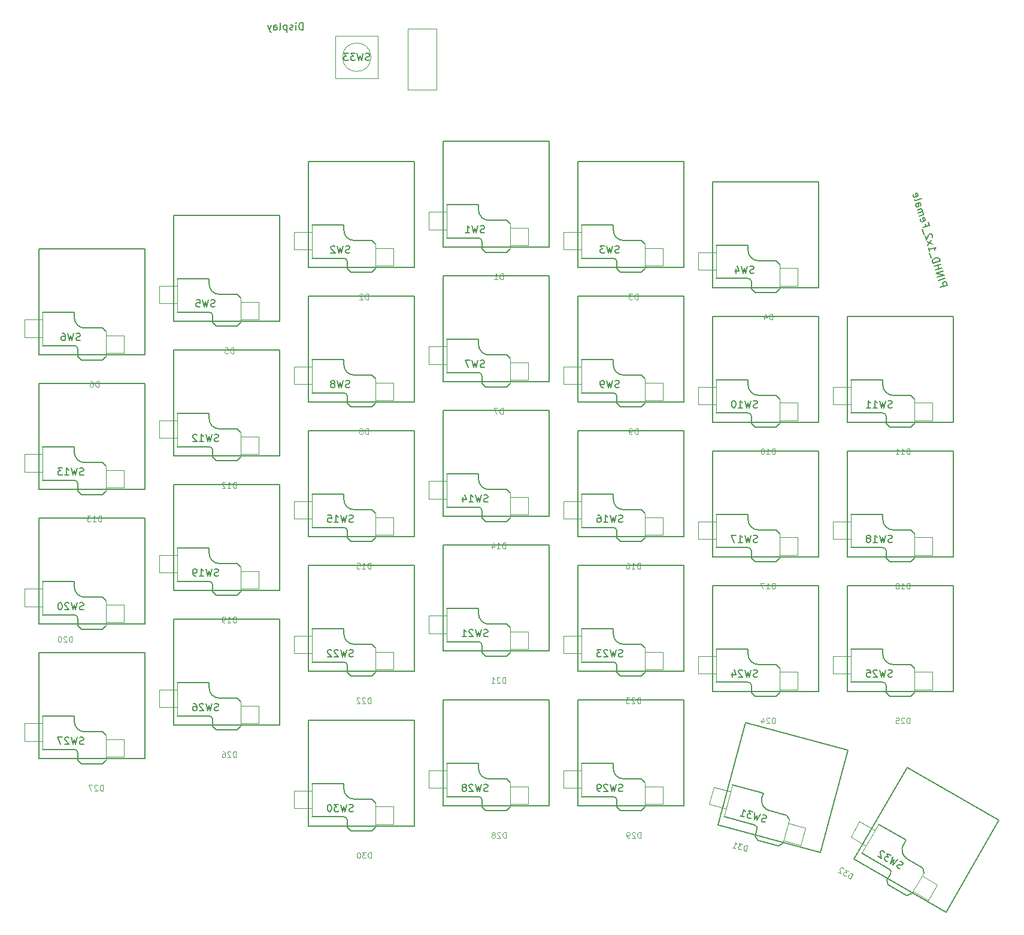
<source format=gbr>
%TF.GenerationSoftware,KiCad,Pcbnew,9.0.2+dfsg-1*%
%TF.CreationDate,2025-11-17T22:50:06+01:00*%
%TF.ProjectId,LuMo,4c754d6f-2e6b-4696-9361-645f70636258,rev?*%
%TF.SameCoordinates,Original*%
%TF.FileFunction,AssemblyDrawing,Bot*%
%FSLAX46Y46*%
G04 Gerber Fmt 4.6, Leading zero omitted, Abs format (unit mm)*
G04 Created by KiCad (PCBNEW 9.0.2+dfsg-1) date 2025-11-17 22:50:06*
%MOMM*%
%LPD*%
G01*
G04 APERTURE LIST*
%ADD10C,0.150000*%
%ADD11C,0.120000*%
%ADD12C,0.100000*%
G04 APERTURE END LIST*
D10*
X143083499Y-135900955D02*
X142933185Y-135909977D01*
X142933185Y-135909977D02*
X142703203Y-135848353D01*
X142703203Y-135848353D02*
X142623534Y-135777708D01*
X142623534Y-135777708D02*
X142589863Y-135719386D01*
X142589863Y-135719386D02*
X142568516Y-135615069D01*
X142568516Y-135615069D02*
X142593165Y-135523076D01*
X142593165Y-135523076D02*
X142663811Y-135443408D01*
X142663811Y-135443408D02*
X142722132Y-135409736D01*
X142722132Y-135409736D02*
X142826450Y-135388389D01*
X142826450Y-135388389D02*
X143022760Y-135391691D01*
X143022760Y-135391691D02*
X143127078Y-135370344D01*
X143127078Y-135370344D02*
X143185399Y-135336672D01*
X143185399Y-135336672D02*
X143256045Y-135257004D01*
X143256045Y-135257004D02*
X143280695Y-135165011D01*
X143280695Y-135165011D02*
X143259348Y-135060694D01*
X143259348Y-135060694D02*
X143225676Y-135002372D01*
X143225676Y-135002372D02*
X143146008Y-134931726D01*
X143146008Y-134931726D02*
X142916025Y-134870103D01*
X142916025Y-134870103D02*
X142765711Y-134879125D01*
X142456061Y-134746856D02*
X141967259Y-135651158D01*
X141967259Y-135651158D02*
X141968144Y-134911912D01*
X141968144Y-134911912D02*
X141599287Y-135552560D01*
X141599287Y-135552560D02*
X141628124Y-134525011D01*
X141352145Y-134451063D02*
X140754191Y-134290841D01*
X140754191Y-134290841D02*
X140977569Y-134745086D01*
X140977569Y-134745086D02*
X140839580Y-134708112D01*
X140839580Y-134708112D02*
X140735262Y-134729459D01*
X140735262Y-134729459D02*
X140676941Y-134763131D01*
X140676941Y-134763131D02*
X140606295Y-134842799D01*
X140606295Y-134842799D02*
X140544671Y-135072781D01*
X140544671Y-135072781D02*
X140566018Y-135177099D01*
X140566018Y-135177099D02*
X140599690Y-135235420D01*
X140599690Y-135235420D02*
X140679358Y-135306066D01*
X140679358Y-135306066D02*
X140955337Y-135380014D01*
X140955337Y-135380014D02*
X141059655Y-135358667D01*
X141059655Y-135358667D02*
X141117976Y-135324995D01*
X139575443Y-135010273D02*
X140127401Y-135158169D01*
X139851422Y-135084221D02*
X140110241Y-134118295D01*
X140110241Y-134118295D02*
X140165260Y-134280934D01*
X140165260Y-134280934D02*
X140232603Y-134397576D01*
X140232603Y-134397576D02*
X140312271Y-134468222D01*
X141503332Y-58164700D02*
X141360475Y-58212319D01*
X141360475Y-58212319D02*
X141122380Y-58212319D01*
X141122380Y-58212319D02*
X141027142Y-58164700D01*
X141027142Y-58164700D02*
X140979523Y-58117080D01*
X140979523Y-58117080D02*
X140931904Y-58021842D01*
X140931904Y-58021842D02*
X140931904Y-57926604D01*
X140931904Y-57926604D02*
X140979523Y-57831366D01*
X140979523Y-57831366D02*
X141027142Y-57783747D01*
X141027142Y-57783747D02*
X141122380Y-57736128D01*
X141122380Y-57736128D02*
X141312856Y-57688509D01*
X141312856Y-57688509D02*
X141408094Y-57640890D01*
X141408094Y-57640890D02*
X141455713Y-57593271D01*
X141455713Y-57593271D02*
X141503332Y-57498033D01*
X141503332Y-57498033D02*
X141503332Y-57402795D01*
X141503332Y-57402795D02*
X141455713Y-57307557D01*
X141455713Y-57307557D02*
X141408094Y-57259938D01*
X141408094Y-57259938D02*
X141312856Y-57212319D01*
X141312856Y-57212319D02*
X141074761Y-57212319D01*
X141074761Y-57212319D02*
X140931904Y-57259938D01*
X140598570Y-57212319D02*
X140360475Y-58212319D01*
X140360475Y-58212319D02*
X140169999Y-57498033D01*
X140169999Y-57498033D02*
X139979523Y-58212319D01*
X139979523Y-58212319D02*
X139741428Y-57212319D01*
X138931904Y-57545652D02*
X138931904Y-58212319D01*
X139169999Y-57164700D02*
X139408094Y-57878985D01*
X139408094Y-57878985D02*
X138789047Y-57878985D01*
X122929523Y-131507200D02*
X122786666Y-131554819D01*
X122786666Y-131554819D02*
X122548571Y-131554819D01*
X122548571Y-131554819D02*
X122453333Y-131507200D01*
X122453333Y-131507200D02*
X122405714Y-131459580D01*
X122405714Y-131459580D02*
X122358095Y-131364342D01*
X122358095Y-131364342D02*
X122358095Y-131269104D01*
X122358095Y-131269104D02*
X122405714Y-131173866D01*
X122405714Y-131173866D02*
X122453333Y-131126247D01*
X122453333Y-131126247D02*
X122548571Y-131078628D01*
X122548571Y-131078628D02*
X122739047Y-131031009D01*
X122739047Y-131031009D02*
X122834285Y-130983390D01*
X122834285Y-130983390D02*
X122881904Y-130935771D01*
X122881904Y-130935771D02*
X122929523Y-130840533D01*
X122929523Y-130840533D02*
X122929523Y-130745295D01*
X122929523Y-130745295D02*
X122881904Y-130650057D01*
X122881904Y-130650057D02*
X122834285Y-130602438D01*
X122834285Y-130602438D02*
X122739047Y-130554819D01*
X122739047Y-130554819D02*
X122500952Y-130554819D01*
X122500952Y-130554819D02*
X122358095Y-130602438D01*
X122024761Y-130554819D02*
X121786666Y-131554819D01*
X121786666Y-131554819D02*
X121596190Y-130840533D01*
X121596190Y-130840533D02*
X121405714Y-131554819D01*
X121405714Y-131554819D02*
X121167619Y-130554819D01*
X120834285Y-130650057D02*
X120786666Y-130602438D01*
X120786666Y-130602438D02*
X120691428Y-130554819D01*
X120691428Y-130554819D02*
X120453333Y-130554819D01*
X120453333Y-130554819D02*
X120358095Y-130602438D01*
X120358095Y-130602438D02*
X120310476Y-130650057D01*
X120310476Y-130650057D02*
X120262857Y-130745295D01*
X120262857Y-130745295D02*
X120262857Y-130840533D01*
X120262857Y-130840533D02*
X120310476Y-130983390D01*
X120310476Y-130983390D02*
X120881904Y-131554819D01*
X120881904Y-131554819D02*
X120262857Y-131554819D01*
X119786666Y-131554819D02*
X119596190Y-131554819D01*
X119596190Y-131554819D02*
X119500952Y-131507200D01*
X119500952Y-131507200D02*
X119453333Y-131459580D01*
X119453333Y-131459580D02*
X119358095Y-131316723D01*
X119358095Y-131316723D02*
X119310476Y-131126247D01*
X119310476Y-131126247D02*
X119310476Y-130745295D01*
X119310476Y-130745295D02*
X119358095Y-130650057D01*
X119358095Y-130650057D02*
X119405714Y-130602438D01*
X119405714Y-130602438D02*
X119500952Y-130554819D01*
X119500952Y-130554819D02*
X119691428Y-130554819D01*
X119691428Y-130554819D02*
X119786666Y-130602438D01*
X119786666Y-130602438D02*
X119834285Y-130650057D01*
X119834285Y-130650057D02*
X119881904Y-130745295D01*
X119881904Y-130745295D02*
X119881904Y-130983390D01*
X119881904Y-130983390D02*
X119834285Y-131078628D01*
X119834285Y-131078628D02*
X119786666Y-131126247D01*
X119786666Y-131126247D02*
X119691428Y-131173866D01*
X119691428Y-131173866D02*
X119500952Y-131173866D01*
X119500952Y-131173866D02*
X119405714Y-131126247D01*
X119405714Y-131126247D02*
X119358095Y-131078628D01*
X119358095Y-131078628D02*
X119310476Y-130983390D01*
X46729523Y-86739700D02*
X46586666Y-86787319D01*
X46586666Y-86787319D02*
X46348571Y-86787319D01*
X46348571Y-86787319D02*
X46253333Y-86739700D01*
X46253333Y-86739700D02*
X46205714Y-86692080D01*
X46205714Y-86692080D02*
X46158095Y-86596842D01*
X46158095Y-86596842D02*
X46158095Y-86501604D01*
X46158095Y-86501604D02*
X46205714Y-86406366D01*
X46205714Y-86406366D02*
X46253333Y-86358747D01*
X46253333Y-86358747D02*
X46348571Y-86311128D01*
X46348571Y-86311128D02*
X46539047Y-86263509D01*
X46539047Y-86263509D02*
X46634285Y-86215890D01*
X46634285Y-86215890D02*
X46681904Y-86168271D01*
X46681904Y-86168271D02*
X46729523Y-86073033D01*
X46729523Y-86073033D02*
X46729523Y-85977795D01*
X46729523Y-85977795D02*
X46681904Y-85882557D01*
X46681904Y-85882557D02*
X46634285Y-85834938D01*
X46634285Y-85834938D02*
X46539047Y-85787319D01*
X46539047Y-85787319D02*
X46300952Y-85787319D01*
X46300952Y-85787319D02*
X46158095Y-85834938D01*
X45824761Y-85787319D02*
X45586666Y-86787319D01*
X45586666Y-86787319D02*
X45396190Y-86073033D01*
X45396190Y-86073033D02*
X45205714Y-86787319D01*
X45205714Y-86787319D02*
X44967619Y-85787319D01*
X44062857Y-86787319D02*
X44634285Y-86787319D01*
X44348571Y-86787319D02*
X44348571Y-85787319D01*
X44348571Y-85787319D02*
X44443809Y-85930176D01*
X44443809Y-85930176D02*
X44539047Y-86025414D01*
X44539047Y-86025414D02*
X44634285Y-86073033D01*
X43729523Y-85787319D02*
X43110476Y-85787319D01*
X43110476Y-85787319D02*
X43443809Y-86168271D01*
X43443809Y-86168271D02*
X43300952Y-86168271D01*
X43300952Y-86168271D02*
X43205714Y-86215890D01*
X43205714Y-86215890D02*
X43158095Y-86263509D01*
X43158095Y-86263509D02*
X43110476Y-86358747D01*
X43110476Y-86358747D02*
X43110476Y-86596842D01*
X43110476Y-86596842D02*
X43158095Y-86692080D01*
X43158095Y-86692080D02*
X43205714Y-86739700D01*
X43205714Y-86739700D02*
X43300952Y-86787319D01*
X43300952Y-86787319D02*
X43586666Y-86787319D01*
X43586666Y-86787319D02*
X43681904Y-86739700D01*
X43681904Y-86739700D02*
X43729523Y-86692080D01*
X161029523Y-115314700D02*
X160886666Y-115362319D01*
X160886666Y-115362319D02*
X160648571Y-115362319D01*
X160648571Y-115362319D02*
X160553333Y-115314700D01*
X160553333Y-115314700D02*
X160505714Y-115267080D01*
X160505714Y-115267080D02*
X160458095Y-115171842D01*
X160458095Y-115171842D02*
X160458095Y-115076604D01*
X160458095Y-115076604D02*
X160505714Y-114981366D01*
X160505714Y-114981366D02*
X160553333Y-114933747D01*
X160553333Y-114933747D02*
X160648571Y-114886128D01*
X160648571Y-114886128D02*
X160839047Y-114838509D01*
X160839047Y-114838509D02*
X160934285Y-114790890D01*
X160934285Y-114790890D02*
X160981904Y-114743271D01*
X160981904Y-114743271D02*
X161029523Y-114648033D01*
X161029523Y-114648033D02*
X161029523Y-114552795D01*
X161029523Y-114552795D02*
X160981904Y-114457557D01*
X160981904Y-114457557D02*
X160934285Y-114409938D01*
X160934285Y-114409938D02*
X160839047Y-114362319D01*
X160839047Y-114362319D02*
X160600952Y-114362319D01*
X160600952Y-114362319D02*
X160458095Y-114409938D01*
X160124761Y-114362319D02*
X159886666Y-115362319D01*
X159886666Y-115362319D02*
X159696190Y-114648033D01*
X159696190Y-114648033D02*
X159505714Y-115362319D01*
X159505714Y-115362319D02*
X159267619Y-114362319D01*
X158934285Y-114457557D02*
X158886666Y-114409938D01*
X158886666Y-114409938D02*
X158791428Y-114362319D01*
X158791428Y-114362319D02*
X158553333Y-114362319D01*
X158553333Y-114362319D02*
X158458095Y-114409938D01*
X158458095Y-114409938D02*
X158410476Y-114457557D01*
X158410476Y-114457557D02*
X158362857Y-114552795D01*
X158362857Y-114552795D02*
X158362857Y-114648033D01*
X158362857Y-114648033D02*
X158410476Y-114790890D01*
X158410476Y-114790890D02*
X158981904Y-115362319D01*
X158981904Y-115362319D02*
X158362857Y-115362319D01*
X157458095Y-114362319D02*
X157934285Y-114362319D01*
X157934285Y-114362319D02*
X157981904Y-114838509D01*
X157981904Y-114838509D02*
X157934285Y-114790890D01*
X157934285Y-114790890D02*
X157839047Y-114743271D01*
X157839047Y-114743271D02*
X157600952Y-114743271D01*
X157600952Y-114743271D02*
X157505714Y-114790890D01*
X157505714Y-114790890D02*
X157458095Y-114838509D01*
X157458095Y-114838509D02*
X157410476Y-114933747D01*
X157410476Y-114933747D02*
X157410476Y-115171842D01*
X157410476Y-115171842D02*
X157458095Y-115267080D01*
X157458095Y-115267080D02*
X157505714Y-115314700D01*
X157505714Y-115314700D02*
X157600952Y-115362319D01*
X157600952Y-115362319D02*
X157839047Y-115362319D01*
X157839047Y-115362319D02*
X157934285Y-115314700D01*
X157934285Y-115314700D02*
X157981904Y-115267080D01*
X77752380Y-23754819D02*
X77752380Y-22754819D01*
X77752380Y-22754819D02*
X77514285Y-22754819D01*
X77514285Y-22754819D02*
X77371428Y-22802438D01*
X77371428Y-22802438D02*
X77276190Y-22897676D01*
X77276190Y-22897676D02*
X77228571Y-22992914D01*
X77228571Y-22992914D02*
X77180952Y-23183390D01*
X77180952Y-23183390D02*
X77180952Y-23326247D01*
X77180952Y-23326247D02*
X77228571Y-23516723D01*
X77228571Y-23516723D02*
X77276190Y-23611961D01*
X77276190Y-23611961D02*
X77371428Y-23707200D01*
X77371428Y-23707200D02*
X77514285Y-23754819D01*
X77514285Y-23754819D02*
X77752380Y-23754819D01*
X76752380Y-23754819D02*
X76752380Y-23088152D01*
X76752380Y-22754819D02*
X76799999Y-22802438D01*
X76799999Y-22802438D02*
X76752380Y-22850057D01*
X76752380Y-22850057D02*
X76704761Y-22802438D01*
X76704761Y-22802438D02*
X76752380Y-22754819D01*
X76752380Y-22754819D02*
X76752380Y-22850057D01*
X76323809Y-23707200D02*
X76228571Y-23754819D01*
X76228571Y-23754819D02*
X76038095Y-23754819D01*
X76038095Y-23754819D02*
X75942857Y-23707200D01*
X75942857Y-23707200D02*
X75895238Y-23611961D01*
X75895238Y-23611961D02*
X75895238Y-23564342D01*
X75895238Y-23564342D02*
X75942857Y-23469104D01*
X75942857Y-23469104D02*
X76038095Y-23421485D01*
X76038095Y-23421485D02*
X76180952Y-23421485D01*
X76180952Y-23421485D02*
X76276190Y-23373866D01*
X76276190Y-23373866D02*
X76323809Y-23278628D01*
X76323809Y-23278628D02*
X76323809Y-23231009D01*
X76323809Y-23231009D02*
X76276190Y-23135771D01*
X76276190Y-23135771D02*
X76180952Y-23088152D01*
X76180952Y-23088152D02*
X76038095Y-23088152D01*
X76038095Y-23088152D02*
X75942857Y-23135771D01*
X75466666Y-23088152D02*
X75466666Y-24088152D01*
X75466666Y-23135771D02*
X75371428Y-23088152D01*
X75371428Y-23088152D02*
X75180952Y-23088152D01*
X75180952Y-23088152D02*
X75085714Y-23135771D01*
X75085714Y-23135771D02*
X75038095Y-23183390D01*
X75038095Y-23183390D02*
X74990476Y-23278628D01*
X74990476Y-23278628D02*
X74990476Y-23564342D01*
X74990476Y-23564342D02*
X75038095Y-23659580D01*
X75038095Y-23659580D02*
X75085714Y-23707200D01*
X75085714Y-23707200D02*
X75180952Y-23754819D01*
X75180952Y-23754819D02*
X75371428Y-23754819D01*
X75371428Y-23754819D02*
X75466666Y-23707200D01*
X74419047Y-23754819D02*
X74514285Y-23707200D01*
X74514285Y-23707200D02*
X74561904Y-23611961D01*
X74561904Y-23611961D02*
X74561904Y-22754819D01*
X73609523Y-23754819D02*
X73609523Y-23231009D01*
X73609523Y-23231009D02*
X73657142Y-23135771D01*
X73657142Y-23135771D02*
X73752380Y-23088152D01*
X73752380Y-23088152D02*
X73942856Y-23088152D01*
X73942856Y-23088152D02*
X74038094Y-23135771D01*
X73609523Y-23707200D02*
X73704761Y-23754819D01*
X73704761Y-23754819D02*
X73942856Y-23754819D01*
X73942856Y-23754819D02*
X74038094Y-23707200D01*
X74038094Y-23707200D02*
X74085713Y-23611961D01*
X74085713Y-23611961D02*
X74085713Y-23516723D01*
X74085713Y-23516723D02*
X74038094Y-23421485D01*
X74038094Y-23421485D02*
X73942856Y-23373866D01*
X73942856Y-23373866D02*
X73704761Y-23373866D01*
X73704761Y-23373866D02*
X73609523Y-23326247D01*
X73228570Y-23088152D02*
X72990475Y-23754819D01*
X72752380Y-23088152D02*
X72990475Y-23754819D01*
X72990475Y-23754819D02*
X73085713Y-23992914D01*
X73085713Y-23992914D02*
X73133332Y-24040533D01*
X73133332Y-24040533D02*
X73228570Y-24088152D01*
X103879523Y-109599700D02*
X103736666Y-109647319D01*
X103736666Y-109647319D02*
X103498571Y-109647319D01*
X103498571Y-109647319D02*
X103403333Y-109599700D01*
X103403333Y-109599700D02*
X103355714Y-109552080D01*
X103355714Y-109552080D02*
X103308095Y-109456842D01*
X103308095Y-109456842D02*
X103308095Y-109361604D01*
X103308095Y-109361604D02*
X103355714Y-109266366D01*
X103355714Y-109266366D02*
X103403333Y-109218747D01*
X103403333Y-109218747D02*
X103498571Y-109171128D01*
X103498571Y-109171128D02*
X103689047Y-109123509D01*
X103689047Y-109123509D02*
X103784285Y-109075890D01*
X103784285Y-109075890D02*
X103831904Y-109028271D01*
X103831904Y-109028271D02*
X103879523Y-108933033D01*
X103879523Y-108933033D02*
X103879523Y-108837795D01*
X103879523Y-108837795D02*
X103831904Y-108742557D01*
X103831904Y-108742557D02*
X103784285Y-108694938D01*
X103784285Y-108694938D02*
X103689047Y-108647319D01*
X103689047Y-108647319D02*
X103450952Y-108647319D01*
X103450952Y-108647319D02*
X103308095Y-108694938D01*
X102974761Y-108647319D02*
X102736666Y-109647319D01*
X102736666Y-109647319D02*
X102546190Y-108933033D01*
X102546190Y-108933033D02*
X102355714Y-109647319D01*
X102355714Y-109647319D02*
X102117619Y-108647319D01*
X101784285Y-108742557D02*
X101736666Y-108694938D01*
X101736666Y-108694938D02*
X101641428Y-108647319D01*
X101641428Y-108647319D02*
X101403333Y-108647319D01*
X101403333Y-108647319D02*
X101308095Y-108694938D01*
X101308095Y-108694938D02*
X101260476Y-108742557D01*
X101260476Y-108742557D02*
X101212857Y-108837795D01*
X101212857Y-108837795D02*
X101212857Y-108933033D01*
X101212857Y-108933033D02*
X101260476Y-109075890D01*
X101260476Y-109075890D02*
X101831904Y-109647319D01*
X101831904Y-109647319D02*
X101212857Y-109647319D01*
X100260476Y-109647319D02*
X100831904Y-109647319D01*
X100546190Y-109647319D02*
X100546190Y-108647319D01*
X100546190Y-108647319D02*
X100641428Y-108790176D01*
X100641428Y-108790176D02*
X100736666Y-108885414D01*
X100736666Y-108885414D02*
X100831904Y-108933033D01*
X65779523Y-120077200D02*
X65636666Y-120124819D01*
X65636666Y-120124819D02*
X65398571Y-120124819D01*
X65398571Y-120124819D02*
X65303333Y-120077200D01*
X65303333Y-120077200D02*
X65255714Y-120029580D01*
X65255714Y-120029580D02*
X65208095Y-119934342D01*
X65208095Y-119934342D02*
X65208095Y-119839104D01*
X65208095Y-119839104D02*
X65255714Y-119743866D01*
X65255714Y-119743866D02*
X65303333Y-119696247D01*
X65303333Y-119696247D02*
X65398571Y-119648628D01*
X65398571Y-119648628D02*
X65589047Y-119601009D01*
X65589047Y-119601009D02*
X65684285Y-119553390D01*
X65684285Y-119553390D02*
X65731904Y-119505771D01*
X65731904Y-119505771D02*
X65779523Y-119410533D01*
X65779523Y-119410533D02*
X65779523Y-119315295D01*
X65779523Y-119315295D02*
X65731904Y-119220057D01*
X65731904Y-119220057D02*
X65684285Y-119172438D01*
X65684285Y-119172438D02*
X65589047Y-119124819D01*
X65589047Y-119124819D02*
X65350952Y-119124819D01*
X65350952Y-119124819D02*
X65208095Y-119172438D01*
X64874761Y-119124819D02*
X64636666Y-120124819D01*
X64636666Y-120124819D02*
X64446190Y-119410533D01*
X64446190Y-119410533D02*
X64255714Y-120124819D01*
X64255714Y-120124819D02*
X64017619Y-119124819D01*
X63684285Y-119220057D02*
X63636666Y-119172438D01*
X63636666Y-119172438D02*
X63541428Y-119124819D01*
X63541428Y-119124819D02*
X63303333Y-119124819D01*
X63303333Y-119124819D02*
X63208095Y-119172438D01*
X63208095Y-119172438D02*
X63160476Y-119220057D01*
X63160476Y-119220057D02*
X63112857Y-119315295D01*
X63112857Y-119315295D02*
X63112857Y-119410533D01*
X63112857Y-119410533D02*
X63160476Y-119553390D01*
X63160476Y-119553390D02*
X63731904Y-120124819D01*
X63731904Y-120124819D02*
X63112857Y-120124819D01*
X62255714Y-119124819D02*
X62446190Y-119124819D01*
X62446190Y-119124819D02*
X62541428Y-119172438D01*
X62541428Y-119172438D02*
X62589047Y-119220057D01*
X62589047Y-119220057D02*
X62684285Y-119362914D01*
X62684285Y-119362914D02*
X62731904Y-119553390D01*
X62731904Y-119553390D02*
X62731904Y-119934342D01*
X62731904Y-119934342D02*
X62684285Y-120029580D01*
X62684285Y-120029580D02*
X62636666Y-120077200D01*
X62636666Y-120077200D02*
X62541428Y-120124819D01*
X62541428Y-120124819D02*
X62350952Y-120124819D01*
X62350952Y-120124819D02*
X62255714Y-120077200D01*
X62255714Y-120077200D02*
X62208095Y-120029580D01*
X62208095Y-120029580D02*
X62160476Y-119934342D01*
X62160476Y-119934342D02*
X62160476Y-119696247D01*
X62160476Y-119696247D02*
X62208095Y-119601009D01*
X62208095Y-119601009D02*
X62255714Y-119553390D01*
X62255714Y-119553390D02*
X62350952Y-119505771D01*
X62350952Y-119505771D02*
X62541428Y-119505771D01*
X62541428Y-119505771D02*
X62636666Y-119553390D01*
X62636666Y-119553390D02*
X62684285Y-119601009D01*
X62684285Y-119601009D02*
X62731904Y-119696247D01*
X103879523Y-131507200D02*
X103736666Y-131554819D01*
X103736666Y-131554819D02*
X103498571Y-131554819D01*
X103498571Y-131554819D02*
X103403333Y-131507200D01*
X103403333Y-131507200D02*
X103355714Y-131459580D01*
X103355714Y-131459580D02*
X103308095Y-131364342D01*
X103308095Y-131364342D02*
X103308095Y-131269104D01*
X103308095Y-131269104D02*
X103355714Y-131173866D01*
X103355714Y-131173866D02*
X103403333Y-131126247D01*
X103403333Y-131126247D02*
X103498571Y-131078628D01*
X103498571Y-131078628D02*
X103689047Y-131031009D01*
X103689047Y-131031009D02*
X103784285Y-130983390D01*
X103784285Y-130983390D02*
X103831904Y-130935771D01*
X103831904Y-130935771D02*
X103879523Y-130840533D01*
X103879523Y-130840533D02*
X103879523Y-130745295D01*
X103879523Y-130745295D02*
X103831904Y-130650057D01*
X103831904Y-130650057D02*
X103784285Y-130602438D01*
X103784285Y-130602438D02*
X103689047Y-130554819D01*
X103689047Y-130554819D02*
X103450952Y-130554819D01*
X103450952Y-130554819D02*
X103308095Y-130602438D01*
X102974761Y-130554819D02*
X102736666Y-131554819D01*
X102736666Y-131554819D02*
X102546190Y-130840533D01*
X102546190Y-130840533D02*
X102355714Y-131554819D01*
X102355714Y-131554819D02*
X102117619Y-130554819D01*
X101784285Y-130650057D02*
X101736666Y-130602438D01*
X101736666Y-130602438D02*
X101641428Y-130554819D01*
X101641428Y-130554819D02*
X101403333Y-130554819D01*
X101403333Y-130554819D02*
X101308095Y-130602438D01*
X101308095Y-130602438D02*
X101260476Y-130650057D01*
X101260476Y-130650057D02*
X101212857Y-130745295D01*
X101212857Y-130745295D02*
X101212857Y-130840533D01*
X101212857Y-130840533D02*
X101260476Y-130983390D01*
X101260476Y-130983390D02*
X101831904Y-131554819D01*
X101831904Y-131554819D02*
X101212857Y-131554819D01*
X100641428Y-130983390D02*
X100736666Y-130935771D01*
X100736666Y-130935771D02*
X100784285Y-130888152D01*
X100784285Y-130888152D02*
X100831904Y-130792914D01*
X100831904Y-130792914D02*
X100831904Y-130745295D01*
X100831904Y-130745295D02*
X100784285Y-130650057D01*
X100784285Y-130650057D02*
X100736666Y-130602438D01*
X100736666Y-130602438D02*
X100641428Y-130554819D01*
X100641428Y-130554819D02*
X100450952Y-130554819D01*
X100450952Y-130554819D02*
X100355714Y-130602438D01*
X100355714Y-130602438D02*
X100308095Y-130650057D01*
X100308095Y-130650057D02*
X100260476Y-130745295D01*
X100260476Y-130745295D02*
X100260476Y-130792914D01*
X100260476Y-130792914D02*
X100308095Y-130888152D01*
X100308095Y-130888152D02*
X100355714Y-130935771D01*
X100355714Y-130935771D02*
X100450952Y-130983390D01*
X100450952Y-130983390D02*
X100641428Y-130983390D01*
X100641428Y-130983390D02*
X100736666Y-131031009D01*
X100736666Y-131031009D02*
X100784285Y-131078628D01*
X100784285Y-131078628D02*
X100831904Y-131173866D01*
X100831904Y-131173866D02*
X100831904Y-131364342D01*
X100831904Y-131364342D02*
X100784285Y-131459580D01*
X100784285Y-131459580D02*
X100736666Y-131507200D01*
X100736666Y-131507200D02*
X100641428Y-131554819D01*
X100641428Y-131554819D02*
X100450952Y-131554819D01*
X100450952Y-131554819D02*
X100355714Y-131507200D01*
X100355714Y-131507200D02*
X100308095Y-131459580D01*
X100308095Y-131459580D02*
X100260476Y-131364342D01*
X100260476Y-131364342D02*
X100260476Y-131173866D01*
X100260476Y-131173866D02*
X100308095Y-131078628D01*
X100308095Y-131078628D02*
X100355714Y-131031009D01*
X100355714Y-131031009D02*
X100450952Y-130983390D01*
X84829523Y-134364700D02*
X84686666Y-134412319D01*
X84686666Y-134412319D02*
X84448571Y-134412319D01*
X84448571Y-134412319D02*
X84353333Y-134364700D01*
X84353333Y-134364700D02*
X84305714Y-134317080D01*
X84305714Y-134317080D02*
X84258095Y-134221842D01*
X84258095Y-134221842D02*
X84258095Y-134126604D01*
X84258095Y-134126604D02*
X84305714Y-134031366D01*
X84305714Y-134031366D02*
X84353333Y-133983747D01*
X84353333Y-133983747D02*
X84448571Y-133936128D01*
X84448571Y-133936128D02*
X84639047Y-133888509D01*
X84639047Y-133888509D02*
X84734285Y-133840890D01*
X84734285Y-133840890D02*
X84781904Y-133793271D01*
X84781904Y-133793271D02*
X84829523Y-133698033D01*
X84829523Y-133698033D02*
X84829523Y-133602795D01*
X84829523Y-133602795D02*
X84781904Y-133507557D01*
X84781904Y-133507557D02*
X84734285Y-133459938D01*
X84734285Y-133459938D02*
X84639047Y-133412319D01*
X84639047Y-133412319D02*
X84400952Y-133412319D01*
X84400952Y-133412319D02*
X84258095Y-133459938D01*
X83924761Y-133412319D02*
X83686666Y-134412319D01*
X83686666Y-134412319D02*
X83496190Y-133698033D01*
X83496190Y-133698033D02*
X83305714Y-134412319D01*
X83305714Y-134412319D02*
X83067619Y-133412319D01*
X82781904Y-133412319D02*
X82162857Y-133412319D01*
X82162857Y-133412319D02*
X82496190Y-133793271D01*
X82496190Y-133793271D02*
X82353333Y-133793271D01*
X82353333Y-133793271D02*
X82258095Y-133840890D01*
X82258095Y-133840890D02*
X82210476Y-133888509D01*
X82210476Y-133888509D02*
X82162857Y-133983747D01*
X82162857Y-133983747D02*
X82162857Y-134221842D01*
X82162857Y-134221842D02*
X82210476Y-134317080D01*
X82210476Y-134317080D02*
X82258095Y-134364700D01*
X82258095Y-134364700D02*
X82353333Y-134412319D01*
X82353333Y-134412319D02*
X82639047Y-134412319D01*
X82639047Y-134412319D02*
X82734285Y-134364700D01*
X82734285Y-134364700D02*
X82781904Y-134317080D01*
X81543809Y-133412319D02*
X81448571Y-133412319D01*
X81448571Y-133412319D02*
X81353333Y-133459938D01*
X81353333Y-133459938D02*
X81305714Y-133507557D01*
X81305714Y-133507557D02*
X81258095Y-133602795D01*
X81258095Y-133602795D02*
X81210476Y-133793271D01*
X81210476Y-133793271D02*
X81210476Y-134031366D01*
X81210476Y-134031366D02*
X81258095Y-134221842D01*
X81258095Y-134221842D02*
X81305714Y-134317080D01*
X81305714Y-134317080D02*
X81353333Y-134364700D01*
X81353333Y-134364700D02*
X81448571Y-134412319D01*
X81448571Y-134412319D02*
X81543809Y-134412319D01*
X81543809Y-134412319D02*
X81639047Y-134364700D01*
X81639047Y-134364700D02*
X81686666Y-134317080D01*
X81686666Y-134317080D02*
X81734285Y-134221842D01*
X81734285Y-134221842D02*
X81781904Y-134031366D01*
X81781904Y-134031366D02*
X81781904Y-133793271D01*
X81781904Y-133793271D02*
X81734285Y-133602795D01*
X81734285Y-133602795D02*
X81686666Y-133507557D01*
X81686666Y-133507557D02*
X81639047Y-133459938D01*
X81639047Y-133459938D02*
X81543809Y-133412319D01*
X162176968Y-142501648D02*
X162029441Y-142471459D01*
X162029441Y-142471459D02*
X161823244Y-142352411D01*
X161823244Y-142352411D02*
X161764575Y-142263553D01*
X161764575Y-142263553D02*
X161747145Y-142198504D01*
X161747145Y-142198504D02*
X161753525Y-142092216D01*
X161753525Y-142092216D02*
X161801144Y-142009737D01*
X161801144Y-142009737D02*
X161890002Y-141951068D01*
X161890002Y-141951068D02*
X161955051Y-141933638D01*
X161955051Y-141933638D02*
X162061339Y-141940018D01*
X162061339Y-141940018D02*
X162250106Y-141994017D01*
X162250106Y-141994017D02*
X162356394Y-142000397D01*
X162356394Y-142000397D02*
X162421443Y-141982967D01*
X162421443Y-141982967D02*
X162510301Y-141924298D01*
X162510301Y-141924298D02*
X162557920Y-141841819D01*
X162557920Y-141841819D02*
X162564300Y-141735531D01*
X162564300Y-141735531D02*
X162546870Y-141670482D01*
X162546870Y-141670482D02*
X162488201Y-141581624D01*
X162488201Y-141581624D02*
X162282005Y-141462576D01*
X162282005Y-141462576D02*
X162134477Y-141432387D01*
X161869612Y-141224481D02*
X161163415Y-141971459D01*
X161163415Y-141971459D02*
X161355601Y-141257631D01*
X161355601Y-141257631D02*
X160833501Y-141780982D01*
X160833501Y-141780982D02*
X161127304Y-140795909D01*
X160879869Y-140653052D02*
X160343758Y-140343529D01*
X160343758Y-140343529D02*
X160441957Y-140840110D01*
X160441957Y-140840110D02*
X160318239Y-140768681D01*
X160318239Y-140768681D02*
X160211950Y-140762301D01*
X160211950Y-140762301D02*
X160146902Y-140779731D01*
X160146902Y-140779731D02*
X160058043Y-140838400D01*
X160058043Y-140838400D02*
X159938996Y-141044597D01*
X159938996Y-141044597D02*
X159932616Y-141150885D01*
X159932616Y-141150885D02*
X159950046Y-141215934D01*
X159950046Y-141215934D02*
X160008715Y-141304792D01*
X160008715Y-141304792D02*
X160256151Y-141447649D01*
X160256151Y-141447649D02*
X160362439Y-141454029D01*
X160362439Y-141454029D02*
X160427488Y-141436599D01*
X159966224Y-140235531D02*
X159948794Y-140170482D01*
X159948794Y-140170482D02*
X159890125Y-140081624D01*
X159890125Y-140081624D02*
X159683929Y-139962576D01*
X159683929Y-139962576D02*
X159577641Y-139956196D01*
X159577641Y-139956196D02*
X159512592Y-139973626D01*
X159512592Y-139973626D02*
X159423733Y-140032295D01*
X159423733Y-140032295D02*
X159376114Y-140114774D01*
X159376114Y-140114774D02*
X159345925Y-140262301D01*
X159345925Y-140262301D02*
X159555082Y-141042887D01*
X159555082Y-141042887D02*
X159018971Y-140733363D01*
X122929523Y-93407200D02*
X122786666Y-93454819D01*
X122786666Y-93454819D02*
X122548571Y-93454819D01*
X122548571Y-93454819D02*
X122453333Y-93407200D01*
X122453333Y-93407200D02*
X122405714Y-93359580D01*
X122405714Y-93359580D02*
X122358095Y-93264342D01*
X122358095Y-93264342D02*
X122358095Y-93169104D01*
X122358095Y-93169104D02*
X122405714Y-93073866D01*
X122405714Y-93073866D02*
X122453333Y-93026247D01*
X122453333Y-93026247D02*
X122548571Y-92978628D01*
X122548571Y-92978628D02*
X122739047Y-92931009D01*
X122739047Y-92931009D02*
X122834285Y-92883390D01*
X122834285Y-92883390D02*
X122881904Y-92835771D01*
X122881904Y-92835771D02*
X122929523Y-92740533D01*
X122929523Y-92740533D02*
X122929523Y-92645295D01*
X122929523Y-92645295D02*
X122881904Y-92550057D01*
X122881904Y-92550057D02*
X122834285Y-92502438D01*
X122834285Y-92502438D02*
X122739047Y-92454819D01*
X122739047Y-92454819D02*
X122500952Y-92454819D01*
X122500952Y-92454819D02*
X122358095Y-92502438D01*
X122024761Y-92454819D02*
X121786666Y-93454819D01*
X121786666Y-93454819D02*
X121596190Y-92740533D01*
X121596190Y-92740533D02*
X121405714Y-93454819D01*
X121405714Y-93454819D02*
X121167619Y-92454819D01*
X120262857Y-93454819D02*
X120834285Y-93454819D01*
X120548571Y-93454819D02*
X120548571Y-92454819D01*
X120548571Y-92454819D02*
X120643809Y-92597676D01*
X120643809Y-92597676D02*
X120739047Y-92692914D01*
X120739047Y-92692914D02*
X120834285Y-92740533D01*
X119405714Y-92454819D02*
X119596190Y-92454819D01*
X119596190Y-92454819D02*
X119691428Y-92502438D01*
X119691428Y-92502438D02*
X119739047Y-92550057D01*
X119739047Y-92550057D02*
X119834285Y-92692914D01*
X119834285Y-92692914D02*
X119881904Y-92883390D01*
X119881904Y-92883390D02*
X119881904Y-93264342D01*
X119881904Y-93264342D02*
X119834285Y-93359580D01*
X119834285Y-93359580D02*
X119786666Y-93407200D01*
X119786666Y-93407200D02*
X119691428Y-93454819D01*
X119691428Y-93454819D02*
X119500952Y-93454819D01*
X119500952Y-93454819D02*
X119405714Y-93407200D01*
X119405714Y-93407200D02*
X119358095Y-93359580D01*
X119358095Y-93359580D02*
X119310476Y-93264342D01*
X119310476Y-93264342D02*
X119310476Y-93026247D01*
X119310476Y-93026247D02*
X119358095Y-92931009D01*
X119358095Y-92931009D02*
X119405714Y-92883390D01*
X119405714Y-92883390D02*
X119500952Y-92835771D01*
X119500952Y-92835771D02*
X119691428Y-92835771D01*
X119691428Y-92835771D02*
X119786666Y-92883390D01*
X119786666Y-92883390D02*
X119834285Y-92931009D01*
X119834285Y-92931009D02*
X119881904Y-93026247D01*
X103879523Y-90549700D02*
X103736666Y-90597319D01*
X103736666Y-90597319D02*
X103498571Y-90597319D01*
X103498571Y-90597319D02*
X103403333Y-90549700D01*
X103403333Y-90549700D02*
X103355714Y-90502080D01*
X103355714Y-90502080D02*
X103308095Y-90406842D01*
X103308095Y-90406842D02*
X103308095Y-90311604D01*
X103308095Y-90311604D02*
X103355714Y-90216366D01*
X103355714Y-90216366D02*
X103403333Y-90168747D01*
X103403333Y-90168747D02*
X103498571Y-90121128D01*
X103498571Y-90121128D02*
X103689047Y-90073509D01*
X103689047Y-90073509D02*
X103784285Y-90025890D01*
X103784285Y-90025890D02*
X103831904Y-89978271D01*
X103831904Y-89978271D02*
X103879523Y-89883033D01*
X103879523Y-89883033D02*
X103879523Y-89787795D01*
X103879523Y-89787795D02*
X103831904Y-89692557D01*
X103831904Y-89692557D02*
X103784285Y-89644938D01*
X103784285Y-89644938D02*
X103689047Y-89597319D01*
X103689047Y-89597319D02*
X103450952Y-89597319D01*
X103450952Y-89597319D02*
X103308095Y-89644938D01*
X102974761Y-89597319D02*
X102736666Y-90597319D01*
X102736666Y-90597319D02*
X102546190Y-89883033D01*
X102546190Y-89883033D02*
X102355714Y-90597319D01*
X102355714Y-90597319D02*
X102117619Y-89597319D01*
X101212857Y-90597319D02*
X101784285Y-90597319D01*
X101498571Y-90597319D02*
X101498571Y-89597319D01*
X101498571Y-89597319D02*
X101593809Y-89740176D01*
X101593809Y-89740176D02*
X101689047Y-89835414D01*
X101689047Y-89835414D02*
X101784285Y-89883033D01*
X100355714Y-89930652D02*
X100355714Y-90597319D01*
X100593809Y-89549700D02*
X100831904Y-90263985D01*
X100831904Y-90263985D02*
X100212857Y-90263985D01*
X122453332Y-74357200D02*
X122310475Y-74404819D01*
X122310475Y-74404819D02*
X122072380Y-74404819D01*
X122072380Y-74404819D02*
X121977142Y-74357200D01*
X121977142Y-74357200D02*
X121929523Y-74309580D01*
X121929523Y-74309580D02*
X121881904Y-74214342D01*
X121881904Y-74214342D02*
X121881904Y-74119104D01*
X121881904Y-74119104D02*
X121929523Y-74023866D01*
X121929523Y-74023866D02*
X121977142Y-73976247D01*
X121977142Y-73976247D02*
X122072380Y-73928628D01*
X122072380Y-73928628D02*
X122262856Y-73881009D01*
X122262856Y-73881009D02*
X122358094Y-73833390D01*
X122358094Y-73833390D02*
X122405713Y-73785771D01*
X122405713Y-73785771D02*
X122453332Y-73690533D01*
X122453332Y-73690533D02*
X122453332Y-73595295D01*
X122453332Y-73595295D02*
X122405713Y-73500057D01*
X122405713Y-73500057D02*
X122358094Y-73452438D01*
X122358094Y-73452438D02*
X122262856Y-73404819D01*
X122262856Y-73404819D02*
X122024761Y-73404819D01*
X122024761Y-73404819D02*
X121881904Y-73452438D01*
X121548570Y-73404819D02*
X121310475Y-74404819D01*
X121310475Y-74404819D02*
X121119999Y-73690533D01*
X121119999Y-73690533D02*
X120929523Y-74404819D01*
X120929523Y-74404819D02*
X120691428Y-73404819D01*
X120262856Y-74404819D02*
X120072380Y-74404819D01*
X120072380Y-74404819D02*
X119977142Y-74357200D01*
X119977142Y-74357200D02*
X119929523Y-74309580D01*
X119929523Y-74309580D02*
X119834285Y-74166723D01*
X119834285Y-74166723D02*
X119786666Y-73976247D01*
X119786666Y-73976247D02*
X119786666Y-73595295D01*
X119786666Y-73595295D02*
X119834285Y-73500057D01*
X119834285Y-73500057D02*
X119881904Y-73452438D01*
X119881904Y-73452438D02*
X119977142Y-73404819D01*
X119977142Y-73404819D02*
X120167618Y-73404819D01*
X120167618Y-73404819D02*
X120262856Y-73452438D01*
X120262856Y-73452438D02*
X120310475Y-73500057D01*
X120310475Y-73500057D02*
X120358094Y-73595295D01*
X120358094Y-73595295D02*
X120358094Y-73833390D01*
X120358094Y-73833390D02*
X120310475Y-73928628D01*
X120310475Y-73928628D02*
X120262856Y-73976247D01*
X120262856Y-73976247D02*
X120167618Y-74023866D01*
X120167618Y-74023866D02*
X119977142Y-74023866D01*
X119977142Y-74023866D02*
X119881904Y-73976247D01*
X119881904Y-73976247D02*
X119834285Y-73928628D01*
X119834285Y-73928628D02*
X119786666Y-73833390D01*
X84353332Y-55307200D02*
X84210475Y-55354819D01*
X84210475Y-55354819D02*
X83972380Y-55354819D01*
X83972380Y-55354819D02*
X83877142Y-55307200D01*
X83877142Y-55307200D02*
X83829523Y-55259580D01*
X83829523Y-55259580D02*
X83781904Y-55164342D01*
X83781904Y-55164342D02*
X83781904Y-55069104D01*
X83781904Y-55069104D02*
X83829523Y-54973866D01*
X83829523Y-54973866D02*
X83877142Y-54926247D01*
X83877142Y-54926247D02*
X83972380Y-54878628D01*
X83972380Y-54878628D02*
X84162856Y-54831009D01*
X84162856Y-54831009D02*
X84258094Y-54783390D01*
X84258094Y-54783390D02*
X84305713Y-54735771D01*
X84305713Y-54735771D02*
X84353332Y-54640533D01*
X84353332Y-54640533D02*
X84353332Y-54545295D01*
X84353332Y-54545295D02*
X84305713Y-54450057D01*
X84305713Y-54450057D02*
X84258094Y-54402438D01*
X84258094Y-54402438D02*
X84162856Y-54354819D01*
X84162856Y-54354819D02*
X83924761Y-54354819D01*
X83924761Y-54354819D02*
X83781904Y-54402438D01*
X83448570Y-54354819D02*
X83210475Y-55354819D01*
X83210475Y-55354819D02*
X83019999Y-54640533D01*
X83019999Y-54640533D02*
X82829523Y-55354819D01*
X82829523Y-55354819D02*
X82591428Y-54354819D01*
X82258094Y-54450057D02*
X82210475Y-54402438D01*
X82210475Y-54402438D02*
X82115237Y-54354819D01*
X82115237Y-54354819D02*
X81877142Y-54354819D01*
X81877142Y-54354819D02*
X81781904Y-54402438D01*
X81781904Y-54402438D02*
X81734285Y-54450057D01*
X81734285Y-54450057D02*
X81686666Y-54545295D01*
X81686666Y-54545295D02*
X81686666Y-54640533D01*
X81686666Y-54640533D02*
X81734285Y-54783390D01*
X81734285Y-54783390D02*
X82305713Y-55354819D01*
X82305713Y-55354819D02*
X81686666Y-55354819D01*
X65779523Y-101027200D02*
X65636666Y-101074819D01*
X65636666Y-101074819D02*
X65398571Y-101074819D01*
X65398571Y-101074819D02*
X65303333Y-101027200D01*
X65303333Y-101027200D02*
X65255714Y-100979580D01*
X65255714Y-100979580D02*
X65208095Y-100884342D01*
X65208095Y-100884342D02*
X65208095Y-100789104D01*
X65208095Y-100789104D02*
X65255714Y-100693866D01*
X65255714Y-100693866D02*
X65303333Y-100646247D01*
X65303333Y-100646247D02*
X65398571Y-100598628D01*
X65398571Y-100598628D02*
X65589047Y-100551009D01*
X65589047Y-100551009D02*
X65684285Y-100503390D01*
X65684285Y-100503390D02*
X65731904Y-100455771D01*
X65731904Y-100455771D02*
X65779523Y-100360533D01*
X65779523Y-100360533D02*
X65779523Y-100265295D01*
X65779523Y-100265295D02*
X65731904Y-100170057D01*
X65731904Y-100170057D02*
X65684285Y-100122438D01*
X65684285Y-100122438D02*
X65589047Y-100074819D01*
X65589047Y-100074819D02*
X65350952Y-100074819D01*
X65350952Y-100074819D02*
X65208095Y-100122438D01*
X64874761Y-100074819D02*
X64636666Y-101074819D01*
X64636666Y-101074819D02*
X64446190Y-100360533D01*
X64446190Y-100360533D02*
X64255714Y-101074819D01*
X64255714Y-101074819D02*
X64017619Y-100074819D01*
X63112857Y-101074819D02*
X63684285Y-101074819D01*
X63398571Y-101074819D02*
X63398571Y-100074819D01*
X63398571Y-100074819D02*
X63493809Y-100217676D01*
X63493809Y-100217676D02*
X63589047Y-100312914D01*
X63589047Y-100312914D02*
X63684285Y-100360533D01*
X62636666Y-101074819D02*
X62446190Y-101074819D01*
X62446190Y-101074819D02*
X62350952Y-101027200D01*
X62350952Y-101027200D02*
X62303333Y-100979580D01*
X62303333Y-100979580D02*
X62208095Y-100836723D01*
X62208095Y-100836723D02*
X62160476Y-100646247D01*
X62160476Y-100646247D02*
X62160476Y-100265295D01*
X62160476Y-100265295D02*
X62208095Y-100170057D01*
X62208095Y-100170057D02*
X62255714Y-100122438D01*
X62255714Y-100122438D02*
X62350952Y-100074819D01*
X62350952Y-100074819D02*
X62541428Y-100074819D01*
X62541428Y-100074819D02*
X62636666Y-100122438D01*
X62636666Y-100122438D02*
X62684285Y-100170057D01*
X62684285Y-100170057D02*
X62731904Y-100265295D01*
X62731904Y-100265295D02*
X62731904Y-100503390D01*
X62731904Y-100503390D02*
X62684285Y-100598628D01*
X62684285Y-100598628D02*
X62636666Y-100646247D01*
X62636666Y-100646247D02*
X62541428Y-100693866D01*
X62541428Y-100693866D02*
X62350952Y-100693866D01*
X62350952Y-100693866D02*
X62255714Y-100646247D01*
X62255714Y-100646247D02*
X62208095Y-100598628D01*
X62208095Y-100598628D02*
X62160476Y-100503390D01*
X46729523Y-105789700D02*
X46586666Y-105837319D01*
X46586666Y-105837319D02*
X46348571Y-105837319D01*
X46348571Y-105837319D02*
X46253333Y-105789700D01*
X46253333Y-105789700D02*
X46205714Y-105742080D01*
X46205714Y-105742080D02*
X46158095Y-105646842D01*
X46158095Y-105646842D02*
X46158095Y-105551604D01*
X46158095Y-105551604D02*
X46205714Y-105456366D01*
X46205714Y-105456366D02*
X46253333Y-105408747D01*
X46253333Y-105408747D02*
X46348571Y-105361128D01*
X46348571Y-105361128D02*
X46539047Y-105313509D01*
X46539047Y-105313509D02*
X46634285Y-105265890D01*
X46634285Y-105265890D02*
X46681904Y-105218271D01*
X46681904Y-105218271D02*
X46729523Y-105123033D01*
X46729523Y-105123033D02*
X46729523Y-105027795D01*
X46729523Y-105027795D02*
X46681904Y-104932557D01*
X46681904Y-104932557D02*
X46634285Y-104884938D01*
X46634285Y-104884938D02*
X46539047Y-104837319D01*
X46539047Y-104837319D02*
X46300952Y-104837319D01*
X46300952Y-104837319D02*
X46158095Y-104884938D01*
X45824761Y-104837319D02*
X45586666Y-105837319D01*
X45586666Y-105837319D02*
X45396190Y-105123033D01*
X45396190Y-105123033D02*
X45205714Y-105837319D01*
X45205714Y-105837319D02*
X44967619Y-104837319D01*
X44634285Y-104932557D02*
X44586666Y-104884938D01*
X44586666Y-104884938D02*
X44491428Y-104837319D01*
X44491428Y-104837319D02*
X44253333Y-104837319D01*
X44253333Y-104837319D02*
X44158095Y-104884938D01*
X44158095Y-104884938D02*
X44110476Y-104932557D01*
X44110476Y-104932557D02*
X44062857Y-105027795D01*
X44062857Y-105027795D02*
X44062857Y-105123033D01*
X44062857Y-105123033D02*
X44110476Y-105265890D01*
X44110476Y-105265890D02*
X44681904Y-105837319D01*
X44681904Y-105837319D02*
X44062857Y-105837319D01*
X43443809Y-104837319D02*
X43348571Y-104837319D01*
X43348571Y-104837319D02*
X43253333Y-104884938D01*
X43253333Y-104884938D02*
X43205714Y-104932557D01*
X43205714Y-104932557D02*
X43158095Y-105027795D01*
X43158095Y-105027795D02*
X43110476Y-105218271D01*
X43110476Y-105218271D02*
X43110476Y-105456366D01*
X43110476Y-105456366D02*
X43158095Y-105646842D01*
X43158095Y-105646842D02*
X43205714Y-105742080D01*
X43205714Y-105742080D02*
X43253333Y-105789700D01*
X43253333Y-105789700D02*
X43348571Y-105837319D01*
X43348571Y-105837319D02*
X43443809Y-105837319D01*
X43443809Y-105837319D02*
X43539047Y-105789700D01*
X43539047Y-105789700D02*
X43586666Y-105742080D01*
X43586666Y-105742080D02*
X43634285Y-105646842D01*
X43634285Y-105646842D02*
X43681904Y-105456366D01*
X43681904Y-105456366D02*
X43681904Y-105218271D01*
X43681904Y-105218271D02*
X43634285Y-105027795D01*
X43634285Y-105027795D02*
X43586666Y-104932557D01*
X43586666Y-104932557D02*
X43539047Y-104884938D01*
X43539047Y-104884938D02*
X43443809Y-104837319D01*
X161029523Y-96264700D02*
X160886666Y-96312319D01*
X160886666Y-96312319D02*
X160648571Y-96312319D01*
X160648571Y-96312319D02*
X160553333Y-96264700D01*
X160553333Y-96264700D02*
X160505714Y-96217080D01*
X160505714Y-96217080D02*
X160458095Y-96121842D01*
X160458095Y-96121842D02*
X160458095Y-96026604D01*
X160458095Y-96026604D02*
X160505714Y-95931366D01*
X160505714Y-95931366D02*
X160553333Y-95883747D01*
X160553333Y-95883747D02*
X160648571Y-95836128D01*
X160648571Y-95836128D02*
X160839047Y-95788509D01*
X160839047Y-95788509D02*
X160934285Y-95740890D01*
X160934285Y-95740890D02*
X160981904Y-95693271D01*
X160981904Y-95693271D02*
X161029523Y-95598033D01*
X161029523Y-95598033D02*
X161029523Y-95502795D01*
X161029523Y-95502795D02*
X160981904Y-95407557D01*
X160981904Y-95407557D02*
X160934285Y-95359938D01*
X160934285Y-95359938D02*
X160839047Y-95312319D01*
X160839047Y-95312319D02*
X160600952Y-95312319D01*
X160600952Y-95312319D02*
X160458095Y-95359938D01*
X160124761Y-95312319D02*
X159886666Y-96312319D01*
X159886666Y-96312319D02*
X159696190Y-95598033D01*
X159696190Y-95598033D02*
X159505714Y-96312319D01*
X159505714Y-96312319D02*
X159267619Y-95312319D01*
X158362857Y-96312319D02*
X158934285Y-96312319D01*
X158648571Y-96312319D02*
X158648571Y-95312319D01*
X158648571Y-95312319D02*
X158743809Y-95455176D01*
X158743809Y-95455176D02*
X158839047Y-95550414D01*
X158839047Y-95550414D02*
X158934285Y-95598033D01*
X157791428Y-95740890D02*
X157886666Y-95693271D01*
X157886666Y-95693271D02*
X157934285Y-95645652D01*
X157934285Y-95645652D02*
X157981904Y-95550414D01*
X157981904Y-95550414D02*
X157981904Y-95502795D01*
X157981904Y-95502795D02*
X157934285Y-95407557D01*
X157934285Y-95407557D02*
X157886666Y-95359938D01*
X157886666Y-95359938D02*
X157791428Y-95312319D01*
X157791428Y-95312319D02*
X157600952Y-95312319D01*
X157600952Y-95312319D02*
X157505714Y-95359938D01*
X157505714Y-95359938D02*
X157458095Y-95407557D01*
X157458095Y-95407557D02*
X157410476Y-95502795D01*
X157410476Y-95502795D02*
X157410476Y-95550414D01*
X157410476Y-95550414D02*
X157458095Y-95645652D01*
X157458095Y-95645652D02*
X157505714Y-95693271D01*
X157505714Y-95693271D02*
X157600952Y-95740890D01*
X157600952Y-95740890D02*
X157791428Y-95740890D01*
X157791428Y-95740890D02*
X157886666Y-95788509D01*
X157886666Y-95788509D02*
X157934285Y-95836128D01*
X157934285Y-95836128D02*
X157981904Y-95931366D01*
X157981904Y-95931366D02*
X157981904Y-96121842D01*
X157981904Y-96121842D02*
X157934285Y-96217080D01*
X157934285Y-96217080D02*
X157886666Y-96264700D01*
X157886666Y-96264700D02*
X157791428Y-96312319D01*
X157791428Y-96312319D02*
X157600952Y-96312319D01*
X157600952Y-96312319D02*
X157505714Y-96264700D01*
X157505714Y-96264700D02*
X157458095Y-96217080D01*
X157458095Y-96217080D02*
X157410476Y-96121842D01*
X157410476Y-96121842D02*
X157410476Y-95931366D01*
X157410476Y-95931366D02*
X157458095Y-95836128D01*
X157458095Y-95836128D02*
X157505714Y-95788509D01*
X157505714Y-95788509D02*
X157600952Y-95740890D01*
X141979523Y-96264700D02*
X141836666Y-96312319D01*
X141836666Y-96312319D02*
X141598571Y-96312319D01*
X141598571Y-96312319D02*
X141503333Y-96264700D01*
X141503333Y-96264700D02*
X141455714Y-96217080D01*
X141455714Y-96217080D02*
X141408095Y-96121842D01*
X141408095Y-96121842D02*
X141408095Y-96026604D01*
X141408095Y-96026604D02*
X141455714Y-95931366D01*
X141455714Y-95931366D02*
X141503333Y-95883747D01*
X141503333Y-95883747D02*
X141598571Y-95836128D01*
X141598571Y-95836128D02*
X141789047Y-95788509D01*
X141789047Y-95788509D02*
X141884285Y-95740890D01*
X141884285Y-95740890D02*
X141931904Y-95693271D01*
X141931904Y-95693271D02*
X141979523Y-95598033D01*
X141979523Y-95598033D02*
X141979523Y-95502795D01*
X141979523Y-95502795D02*
X141931904Y-95407557D01*
X141931904Y-95407557D02*
X141884285Y-95359938D01*
X141884285Y-95359938D02*
X141789047Y-95312319D01*
X141789047Y-95312319D02*
X141550952Y-95312319D01*
X141550952Y-95312319D02*
X141408095Y-95359938D01*
X141074761Y-95312319D02*
X140836666Y-96312319D01*
X140836666Y-96312319D02*
X140646190Y-95598033D01*
X140646190Y-95598033D02*
X140455714Y-96312319D01*
X140455714Y-96312319D02*
X140217619Y-95312319D01*
X139312857Y-96312319D02*
X139884285Y-96312319D01*
X139598571Y-96312319D02*
X139598571Y-95312319D01*
X139598571Y-95312319D02*
X139693809Y-95455176D01*
X139693809Y-95455176D02*
X139789047Y-95550414D01*
X139789047Y-95550414D02*
X139884285Y-95598033D01*
X138979523Y-95312319D02*
X138312857Y-95312319D01*
X138312857Y-95312319D02*
X138741428Y-96312319D01*
X122453332Y-55307200D02*
X122310475Y-55354819D01*
X122310475Y-55354819D02*
X122072380Y-55354819D01*
X122072380Y-55354819D02*
X121977142Y-55307200D01*
X121977142Y-55307200D02*
X121929523Y-55259580D01*
X121929523Y-55259580D02*
X121881904Y-55164342D01*
X121881904Y-55164342D02*
X121881904Y-55069104D01*
X121881904Y-55069104D02*
X121929523Y-54973866D01*
X121929523Y-54973866D02*
X121977142Y-54926247D01*
X121977142Y-54926247D02*
X122072380Y-54878628D01*
X122072380Y-54878628D02*
X122262856Y-54831009D01*
X122262856Y-54831009D02*
X122358094Y-54783390D01*
X122358094Y-54783390D02*
X122405713Y-54735771D01*
X122405713Y-54735771D02*
X122453332Y-54640533D01*
X122453332Y-54640533D02*
X122453332Y-54545295D01*
X122453332Y-54545295D02*
X122405713Y-54450057D01*
X122405713Y-54450057D02*
X122358094Y-54402438D01*
X122358094Y-54402438D02*
X122262856Y-54354819D01*
X122262856Y-54354819D02*
X122024761Y-54354819D01*
X122024761Y-54354819D02*
X121881904Y-54402438D01*
X121548570Y-54354819D02*
X121310475Y-55354819D01*
X121310475Y-55354819D02*
X121119999Y-54640533D01*
X121119999Y-54640533D02*
X120929523Y-55354819D01*
X120929523Y-55354819D02*
X120691428Y-54354819D01*
X120405713Y-54354819D02*
X119786666Y-54354819D01*
X119786666Y-54354819D02*
X120119999Y-54735771D01*
X120119999Y-54735771D02*
X119977142Y-54735771D01*
X119977142Y-54735771D02*
X119881904Y-54783390D01*
X119881904Y-54783390D02*
X119834285Y-54831009D01*
X119834285Y-54831009D02*
X119786666Y-54926247D01*
X119786666Y-54926247D02*
X119786666Y-55164342D01*
X119786666Y-55164342D02*
X119834285Y-55259580D01*
X119834285Y-55259580D02*
X119881904Y-55307200D01*
X119881904Y-55307200D02*
X119977142Y-55354819D01*
X119977142Y-55354819D02*
X120262856Y-55354819D01*
X120262856Y-55354819D02*
X120358094Y-55307200D01*
X120358094Y-55307200D02*
X120405713Y-55259580D01*
X167854285Y-60190221D02*
X168813105Y-59906205D01*
X168813105Y-59906205D02*
X168704909Y-59540941D01*
X168704909Y-59540941D02*
X168632201Y-59463149D01*
X168632201Y-59463149D02*
X168573019Y-59431015D01*
X168573019Y-59431015D02*
X168468178Y-59412406D01*
X168468178Y-59412406D02*
X168331204Y-59452980D01*
X168331204Y-59452980D02*
X168253412Y-59525687D01*
X168253412Y-59525687D02*
X168221279Y-59584870D01*
X168221279Y-59584870D02*
X168202670Y-59689710D01*
X168202670Y-59689710D02*
X168310866Y-60054975D01*
X167570270Y-59231401D02*
X168529089Y-58947385D01*
X167435024Y-58774820D02*
X168393844Y-58490805D01*
X168393844Y-58490805D02*
X167272730Y-58226923D01*
X167272730Y-58226923D02*
X168231550Y-57942908D01*
X167137485Y-57770343D02*
X168096304Y-57486327D01*
X167639724Y-57621573D02*
X167477429Y-57073676D01*
X166975190Y-57222446D02*
X167934010Y-56938430D01*
X166839945Y-56765865D02*
X167798764Y-56481850D01*
X167798764Y-56481850D02*
X167731142Y-56253559D01*
X167731142Y-56253559D02*
X167644910Y-56130109D01*
X167644910Y-56130109D02*
X167526545Y-56065842D01*
X167526545Y-56065842D02*
X167421704Y-56047233D01*
X167421704Y-56047233D02*
X167225547Y-56055673D01*
X167225547Y-56055673D02*
X167088573Y-56096247D01*
X167088573Y-56096247D02*
X166919465Y-56196003D01*
X166919465Y-56196003D02*
X166841674Y-56268710D01*
X166841674Y-56268710D02*
X166777407Y-56387076D01*
X166777407Y-56387076D02*
X166772322Y-56537574D01*
X166772322Y-56537574D02*
X166839945Y-56765865D01*
X166532236Y-56062385D02*
X166315843Y-55331855D01*
X166190767Y-54574277D02*
X166353061Y-55122174D01*
X166271914Y-54848225D02*
X167230734Y-54564210D01*
X167230734Y-54564210D02*
X167120809Y-54696100D01*
X167120809Y-54696100D02*
X167056541Y-54814465D01*
X167056541Y-54814465D02*
X167037932Y-54919306D01*
X166096095Y-54254670D02*
X166586538Y-53563088D01*
X166735308Y-54065327D02*
X165947325Y-53752431D01*
X166720157Y-53175858D02*
X166752290Y-53116676D01*
X166752290Y-53116676D02*
X166770899Y-53011835D01*
X166770899Y-53011835D02*
X166703277Y-52783544D01*
X166703277Y-52783544D02*
X166630569Y-52705753D01*
X166630569Y-52705753D02*
X166571387Y-52673619D01*
X166571387Y-52673619D02*
X166466546Y-52655010D01*
X166466546Y-52655010D02*
X166375230Y-52682059D01*
X166375230Y-52682059D02*
X166251780Y-52768291D01*
X166251780Y-52768291D02*
X165866178Y-53478482D01*
X165866178Y-53478482D02*
X165690359Y-52884927D01*
X165544944Y-52729344D02*
X165328552Y-51998815D01*
X165759812Y-51275099D02*
X165854484Y-51594705D01*
X165352245Y-51743475D02*
X166311065Y-51459460D01*
X166311065Y-51459460D02*
X166175819Y-51002879D01*
X165046265Y-50542840D02*
X165027656Y-50647681D01*
X165027656Y-50647681D02*
X165081754Y-50830313D01*
X165081754Y-50830313D02*
X165154461Y-50908105D01*
X165154461Y-50908105D02*
X165259302Y-50926714D01*
X165259302Y-50926714D02*
X165624567Y-50818518D01*
X165624567Y-50818518D02*
X165702358Y-50745810D01*
X165702358Y-50745810D02*
X165720967Y-50640970D01*
X165720967Y-50640970D02*
X165666869Y-50458337D01*
X165666869Y-50458337D02*
X165594162Y-50380546D01*
X165594162Y-50380546D02*
X165489321Y-50361937D01*
X165489321Y-50361937D02*
X165398005Y-50388986D01*
X165398005Y-50388986D02*
X165441934Y-50872616D01*
X164865362Y-50099784D02*
X165504575Y-49910440D01*
X165413259Y-49937489D02*
X165445392Y-49878307D01*
X165445392Y-49878307D02*
X165464001Y-49773466D01*
X165464001Y-49773466D02*
X165423427Y-49636492D01*
X165423427Y-49636492D02*
X165350720Y-49558700D01*
X165350720Y-49558700D02*
X165245880Y-49540091D01*
X165245880Y-49540091D02*
X164743641Y-49688861D01*
X165245880Y-49540091D02*
X165323671Y-49467384D01*
X165323671Y-49467384D02*
X165342280Y-49362543D01*
X165342280Y-49362543D02*
X165301707Y-49225569D01*
X165301707Y-49225569D02*
X165228999Y-49147777D01*
X165228999Y-49147777D02*
X165124159Y-49129168D01*
X165124159Y-49129168D02*
X164621920Y-49277938D01*
X164364954Y-48410435D02*
X164867193Y-48261665D01*
X164867193Y-48261665D02*
X164972033Y-48280274D01*
X164972033Y-48280274D02*
X165044740Y-48358066D01*
X165044740Y-48358066D02*
X165098839Y-48540698D01*
X165098839Y-48540698D02*
X165080230Y-48645539D01*
X164410612Y-48396911D02*
X164392003Y-48501751D01*
X164392003Y-48501751D02*
X164459625Y-48730042D01*
X164459625Y-48730042D02*
X164532333Y-48807833D01*
X164532333Y-48807833D02*
X164637173Y-48826442D01*
X164637173Y-48826442D02*
X164728489Y-48799393D01*
X164728489Y-48799393D02*
X164806281Y-48726686D01*
X164806281Y-48726686D02*
X164824890Y-48621845D01*
X164824890Y-48621845D02*
X164757267Y-48393555D01*
X164757267Y-48393555D02*
X164775876Y-48288714D01*
X164189135Y-47816880D02*
X164261842Y-47894672D01*
X164261842Y-47894672D02*
X164366682Y-47913281D01*
X164366682Y-47913281D02*
X165188528Y-47669839D01*
X164018400Y-47072826D02*
X163999791Y-47177666D01*
X163999791Y-47177666D02*
X164053889Y-47360299D01*
X164053889Y-47360299D02*
X164126596Y-47438090D01*
X164126596Y-47438090D02*
X164231437Y-47456699D01*
X164231437Y-47456699D02*
X164596702Y-47348503D01*
X164596702Y-47348503D02*
X164674493Y-47275796D01*
X164674493Y-47275796D02*
X164693102Y-47170955D01*
X164693102Y-47170955D02*
X164639004Y-46988323D01*
X164639004Y-46988323D02*
X164566297Y-46910531D01*
X164566297Y-46910531D02*
X164461456Y-46891922D01*
X164461456Y-46891922D02*
X164370140Y-46918971D01*
X164370140Y-46918971D02*
X164414069Y-47402601D01*
X46253332Y-67689700D02*
X46110475Y-67737319D01*
X46110475Y-67737319D02*
X45872380Y-67737319D01*
X45872380Y-67737319D02*
X45777142Y-67689700D01*
X45777142Y-67689700D02*
X45729523Y-67642080D01*
X45729523Y-67642080D02*
X45681904Y-67546842D01*
X45681904Y-67546842D02*
X45681904Y-67451604D01*
X45681904Y-67451604D02*
X45729523Y-67356366D01*
X45729523Y-67356366D02*
X45777142Y-67308747D01*
X45777142Y-67308747D02*
X45872380Y-67261128D01*
X45872380Y-67261128D02*
X46062856Y-67213509D01*
X46062856Y-67213509D02*
X46158094Y-67165890D01*
X46158094Y-67165890D02*
X46205713Y-67118271D01*
X46205713Y-67118271D02*
X46253332Y-67023033D01*
X46253332Y-67023033D02*
X46253332Y-66927795D01*
X46253332Y-66927795D02*
X46205713Y-66832557D01*
X46205713Y-66832557D02*
X46158094Y-66784938D01*
X46158094Y-66784938D02*
X46062856Y-66737319D01*
X46062856Y-66737319D02*
X45824761Y-66737319D01*
X45824761Y-66737319D02*
X45681904Y-66784938D01*
X45348570Y-66737319D02*
X45110475Y-67737319D01*
X45110475Y-67737319D02*
X44919999Y-67023033D01*
X44919999Y-67023033D02*
X44729523Y-67737319D01*
X44729523Y-67737319D02*
X44491428Y-66737319D01*
X43681904Y-66737319D02*
X43872380Y-66737319D01*
X43872380Y-66737319D02*
X43967618Y-66784938D01*
X43967618Y-66784938D02*
X44015237Y-66832557D01*
X44015237Y-66832557D02*
X44110475Y-66975414D01*
X44110475Y-66975414D02*
X44158094Y-67165890D01*
X44158094Y-67165890D02*
X44158094Y-67546842D01*
X44158094Y-67546842D02*
X44110475Y-67642080D01*
X44110475Y-67642080D02*
X44062856Y-67689700D01*
X44062856Y-67689700D02*
X43967618Y-67737319D01*
X43967618Y-67737319D02*
X43777142Y-67737319D01*
X43777142Y-67737319D02*
X43681904Y-67689700D01*
X43681904Y-67689700D02*
X43634285Y-67642080D01*
X43634285Y-67642080D02*
X43586666Y-67546842D01*
X43586666Y-67546842D02*
X43586666Y-67308747D01*
X43586666Y-67308747D02*
X43634285Y-67213509D01*
X43634285Y-67213509D02*
X43681904Y-67165890D01*
X43681904Y-67165890D02*
X43777142Y-67118271D01*
X43777142Y-67118271D02*
X43967618Y-67118271D01*
X43967618Y-67118271D02*
X44062856Y-67165890D01*
X44062856Y-67165890D02*
X44110475Y-67213509D01*
X44110475Y-67213509D02*
X44158094Y-67308747D01*
X84353332Y-74357200D02*
X84210475Y-74404819D01*
X84210475Y-74404819D02*
X83972380Y-74404819D01*
X83972380Y-74404819D02*
X83877142Y-74357200D01*
X83877142Y-74357200D02*
X83829523Y-74309580D01*
X83829523Y-74309580D02*
X83781904Y-74214342D01*
X83781904Y-74214342D02*
X83781904Y-74119104D01*
X83781904Y-74119104D02*
X83829523Y-74023866D01*
X83829523Y-74023866D02*
X83877142Y-73976247D01*
X83877142Y-73976247D02*
X83972380Y-73928628D01*
X83972380Y-73928628D02*
X84162856Y-73881009D01*
X84162856Y-73881009D02*
X84258094Y-73833390D01*
X84258094Y-73833390D02*
X84305713Y-73785771D01*
X84305713Y-73785771D02*
X84353332Y-73690533D01*
X84353332Y-73690533D02*
X84353332Y-73595295D01*
X84353332Y-73595295D02*
X84305713Y-73500057D01*
X84305713Y-73500057D02*
X84258094Y-73452438D01*
X84258094Y-73452438D02*
X84162856Y-73404819D01*
X84162856Y-73404819D02*
X83924761Y-73404819D01*
X83924761Y-73404819D02*
X83781904Y-73452438D01*
X83448570Y-73404819D02*
X83210475Y-74404819D01*
X83210475Y-74404819D02*
X83019999Y-73690533D01*
X83019999Y-73690533D02*
X82829523Y-74404819D01*
X82829523Y-74404819D02*
X82591428Y-73404819D01*
X82067618Y-73833390D02*
X82162856Y-73785771D01*
X82162856Y-73785771D02*
X82210475Y-73738152D01*
X82210475Y-73738152D02*
X82258094Y-73642914D01*
X82258094Y-73642914D02*
X82258094Y-73595295D01*
X82258094Y-73595295D02*
X82210475Y-73500057D01*
X82210475Y-73500057D02*
X82162856Y-73452438D01*
X82162856Y-73452438D02*
X82067618Y-73404819D01*
X82067618Y-73404819D02*
X81877142Y-73404819D01*
X81877142Y-73404819D02*
X81781904Y-73452438D01*
X81781904Y-73452438D02*
X81734285Y-73500057D01*
X81734285Y-73500057D02*
X81686666Y-73595295D01*
X81686666Y-73595295D02*
X81686666Y-73642914D01*
X81686666Y-73642914D02*
X81734285Y-73738152D01*
X81734285Y-73738152D02*
X81781904Y-73785771D01*
X81781904Y-73785771D02*
X81877142Y-73833390D01*
X81877142Y-73833390D02*
X82067618Y-73833390D01*
X82067618Y-73833390D02*
X82162856Y-73881009D01*
X82162856Y-73881009D02*
X82210475Y-73928628D01*
X82210475Y-73928628D02*
X82258094Y-74023866D01*
X82258094Y-74023866D02*
X82258094Y-74214342D01*
X82258094Y-74214342D02*
X82210475Y-74309580D01*
X82210475Y-74309580D02*
X82162856Y-74357200D01*
X82162856Y-74357200D02*
X82067618Y-74404819D01*
X82067618Y-74404819D02*
X81877142Y-74404819D01*
X81877142Y-74404819D02*
X81781904Y-74357200D01*
X81781904Y-74357200D02*
X81734285Y-74309580D01*
X81734285Y-74309580D02*
X81686666Y-74214342D01*
X81686666Y-74214342D02*
X81686666Y-74023866D01*
X81686666Y-74023866D02*
X81734285Y-73928628D01*
X81734285Y-73928628D02*
X81781904Y-73881009D01*
X81781904Y-73881009D02*
X81877142Y-73833390D01*
X161029523Y-77214700D02*
X160886666Y-77262319D01*
X160886666Y-77262319D02*
X160648571Y-77262319D01*
X160648571Y-77262319D02*
X160553333Y-77214700D01*
X160553333Y-77214700D02*
X160505714Y-77167080D01*
X160505714Y-77167080D02*
X160458095Y-77071842D01*
X160458095Y-77071842D02*
X160458095Y-76976604D01*
X160458095Y-76976604D02*
X160505714Y-76881366D01*
X160505714Y-76881366D02*
X160553333Y-76833747D01*
X160553333Y-76833747D02*
X160648571Y-76786128D01*
X160648571Y-76786128D02*
X160839047Y-76738509D01*
X160839047Y-76738509D02*
X160934285Y-76690890D01*
X160934285Y-76690890D02*
X160981904Y-76643271D01*
X160981904Y-76643271D02*
X161029523Y-76548033D01*
X161029523Y-76548033D02*
X161029523Y-76452795D01*
X161029523Y-76452795D02*
X160981904Y-76357557D01*
X160981904Y-76357557D02*
X160934285Y-76309938D01*
X160934285Y-76309938D02*
X160839047Y-76262319D01*
X160839047Y-76262319D02*
X160600952Y-76262319D01*
X160600952Y-76262319D02*
X160458095Y-76309938D01*
X160124761Y-76262319D02*
X159886666Y-77262319D01*
X159886666Y-77262319D02*
X159696190Y-76548033D01*
X159696190Y-76548033D02*
X159505714Y-77262319D01*
X159505714Y-77262319D02*
X159267619Y-76262319D01*
X158362857Y-77262319D02*
X158934285Y-77262319D01*
X158648571Y-77262319D02*
X158648571Y-76262319D01*
X158648571Y-76262319D02*
X158743809Y-76405176D01*
X158743809Y-76405176D02*
X158839047Y-76500414D01*
X158839047Y-76500414D02*
X158934285Y-76548033D01*
X157410476Y-77262319D02*
X157981904Y-77262319D01*
X157696190Y-77262319D02*
X157696190Y-76262319D01*
X157696190Y-76262319D02*
X157791428Y-76405176D01*
X157791428Y-76405176D02*
X157886666Y-76500414D01*
X157886666Y-76500414D02*
X157981904Y-76548033D01*
X84829523Y-93407200D02*
X84686666Y-93454819D01*
X84686666Y-93454819D02*
X84448571Y-93454819D01*
X84448571Y-93454819D02*
X84353333Y-93407200D01*
X84353333Y-93407200D02*
X84305714Y-93359580D01*
X84305714Y-93359580D02*
X84258095Y-93264342D01*
X84258095Y-93264342D02*
X84258095Y-93169104D01*
X84258095Y-93169104D02*
X84305714Y-93073866D01*
X84305714Y-93073866D02*
X84353333Y-93026247D01*
X84353333Y-93026247D02*
X84448571Y-92978628D01*
X84448571Y-92978628D02*
X84639047Y-92931009D01*
X84639047Y-92931009D02*
X84734285Y-92883390D01*
X84734285Y-92883390D02*
X84781904Y-92835771D01*
X84781904Y-92835771D02*
X84829523Y-92740533D01*
X84829523Y-92740533D02*
X84829523Y-92645295D01*
X84829523Y-92645295D02*
X84781904Y-92550057D01*
X84781904Y-92550057D02*
X84734285Y-92502438D01*
X84734285Y-92502438D02*
X84639047Y-92454819D01*
X84639047Y-92454819D02*
X84400952Y-92454819D01*
X84400952Y-92454819D02*
X84258095Y-92502438D01*
X83924761Y-92454819D02*
X83686666Y-93454819D01*
X83686666Y-93454819D02*
X83496190Y-92740533D01*
X83496190Y-92740533D02*
X83305714Y-93454819D01*
X83305714Y-93454819D02*
X83067619Y-92454819D01*
X82162857Y-93454819D02*
X82734285Y-93454819D01*
X82448571Y-93454819D02*
X82448571Y-92454819D01*
X82448571Y-92454819D02*
X82543809Y-92597676D01*
X82543809Y-92597676D02*
X82639047Y-92692914D01*
X82639047Y-92692914D02*
X82734285Y-92740533D01*
X81258095Y-92454819D02*
X81734285Y-92454819D01*
X81734285Y-92454819D02*
X81781904Y-92931009D01*
X81781904Y-92931009D02*
X81734285Y-92883390D01*
X81734285Y-92883390D02*
X81639047Y-92835771D01*
X81639047Y-92835771D02*
X81400952Y-92835771D01*
X81400952Y-92835771D02*
X81305714Y-92883390D01*
X81305714Y-92883390D02*
X81258095Y-92931009D01*
X81258095Y-92931009D02*
X81210476Y-93026247D01*
X81210476Y-93026247D02*
X81210476Y-93264342D01*
X81210476Y-93264342D02*
X81258095Y-93359580D01*
X81258095Y-93359580D02*
X81305714Y-93407200D01*
X81305714Y-93407200D02*
X81400952Y-93454819D01*
X81400952Y-93454819D02*
X81639047Y-93454819D01*
X81639047Y-93454819D02*
X81734285Y-93407200D01*
X81734285Y-93407200D02*
X81781904Y-93359580D01*
X141979523Y-77214700D02*
X141836666Y-77262319D01*
X141836666Y-77262319D02*
X141598571Y-77262319D01*
X141598571Y-77262319D02*
X141503333Y-77214700D01*
X141503333Y-77214700D02*
X141455714Y-77167080D01*
X141455714Y-77167080D02*
X141408095Y-77071842D01*
X141408095Y-77071842D02*
X141408095Y-76976604D01*
X141408095Y-76976604D02*
X141455714Y-76881366D01*
X141455714Y-76881366D02*
X141503333Y-76833747D01*
X141503333Y-76833747D02*
X141598571Y-76786128D01*
X141598571Y-76786128D02*
X141789047Y-76738509D01*
X141789047Y-76738509D02*
X141884285Y-76690890D01*
X141884285Y-76690890D02*
X141931904Y-76643271D01*
X141931904Y-76643271D02*
X141979523Y-76548033D01*
X141979523Y-76548033D02*
X141979523Y-76452795D01*
X141979523Y-76452795D02*
X141931904Y-76357557D01*
X141931904Y-76357557D02*
X141884285Y-76309938D01*
X141884285Y-76309938D02*
X141789047Y-76262319D01*
X141789047Y-76262319D02*
X141550952Y-76262319D01*
X141550952Y-76262319D02*
X141408095Y-76309938D01*
X141074761Y-76262319D02*
X140836666Y-77262319D01*
X140836666Y-77262319D02*
X140646190Y-76548033D01*
X140646190Y-76548033D02*
X140455714Y-77262319D01*
X140455714Y-77262319D02*
X140217619Y-76262319D01*
X139312857Y-77262319D02*
X139884285Y-77262319D01*
X139598571Y-77262319D02*
X139598571Y-76262319D01*
X139598571Y-76262319D02*
X139693809Y-76405176D01*
X139693809Y-76405176D02*
X139789047Y-76500414D01*
X139789047Y-76500414D02*
X139884285Y-76548033D01*
X138693809Y-76262319D02*
X138598571Y-76262319D01*
X138598571Y-76262319D02*
X138503333Y-76309938D01*
X138503333Y-76309938D02*
X138455714Y-76357557D01*
X138455714Y-76357557D02*
X138408095Y-76452795D01*
X138408095Y-76452795D02*
X138360476Y-76643271D01*
X138360476Y-76643271D02*
X138360476Y-76881366D01*
X138360476Y-76881366D02*
X138408095Y-77071842D01*
X138408095Y-77071842D02*
X138455714Y-77167080D01*
X138455714Y-77167080D02*
X138503333Y-77214700D01*
X138503333Y-77214700D02*
X138598571Y-77262319D01*
X138598571Y-77262319D02*
X138693809Y-77262319D01*
X138693809Y-77262319D02*
X138789047Y-77214700D01*
X138789047Y-77214700D02*
X138836666Y-77167080D01*
X138836666Y-77167080D02*
X138884285Y-77071842D01*
X138884285Y-77071842D02*
X138931904Y-76881366D01*
X138931904Y-76881366D02*
X138931904Y-76643271D01*
X138931904Y-76643271D02*
X138884285Y-76452795D01*
X138884285Y-76452795D02*
X138836666Y-76357557D01*
X138836666Y-76357557D02*
X138789047Y-76309938D01*
X138789047Y-76309938D02*
X138693809Y-76262319D01*
X65779523Y-81977200D02*
X65636666Y-82024819D01*
X65636666Y-82024819D02*
X65398571Y-82024819D01*
X65398571Y-82024819D02*
X65303333Y-81977200D01*
X65303333Y-81977200D02*
X65255714Y-81929580D01*
X65255714Y-81929580D02*
X65208095Y-81834342D01*
X65208095Y-81834342D02*
X65208095Y-81739104D01*
X65208095Y-81739104D02*
X65255714Y-81643866D01*
X65255714Y-81643866D02*
X65303333Y-81596247D01*
X65303333Y-81596247D02*
X65398571Y-81548628D01*
X65398571Y-81548628D02*
X65589047Y-81501009D01*
X65589047Y-81501009D02*
X65684285Y-81453390D01*
X65684285Y-81453390D02*
X65731904Y-81405771D01*
X65731904Y-81405771D02*
X65779523Y-81310533D01*
X65779523Y-81310533D02*
X65779523Y-81215295D01*
X65779523Y-81215295D02*
X65731904Y-81120057D01*
X65731904Y-81120057D02*
X65684285Y-81072438D01*
X65684285Y-81072438D02*
X65589047Y-81024819D01*
X65589047Y-81024819D02*
X65350952Y-81024819D01*
X65350952Y-81024819D02*
X65208095Y-81072438D01*
X64874761Y-81024819D02*
X64636666Y-82024819D01*
X64636666Y-82024819D02*
X64446190Y-81310533D01*
X64446190Y-81310533D02*
X64255714Y-82024819D01*
X64255714Y-82024819D02*
X64017619Y-81024819D01*
X63112857Y-82024819D02*
X63684285Y-82024819D01*
X63398571Y-82024819D02*
X63398571Y-81024819D01*
X63398571Y-81024819D02*
X63493809Y-81167676D01*
X63493809Y-81167676D02*
X63589047Y-81262914D01*
X63589047Y-81262914D02*
X63684285Y-81310533D01*
X62731904Y-81120057D02*
X62684285Y-81072438D01*
X62684285Y-81072438D02*
X62589047Y-81024819D01*
X62589047Y-81024819D02*
X62350952Y-81024819D01*
X62350952Y-81024819D02*
X62255714Y-81072438D01*
X62255714Y-81072438D02*
X62208095Y-81120057D01*
X62208095Y-81120057D02*
X62160476Y-81215295D01*
X62160476Y-81215295D02*
X62160476Y-81310533D01*
X62160476Y-81310533D02*
X62208095Y-81453390D01*
X62208095Y-81453390D02*
X62779523Y-82024819D01*
X62779523Y-82024819D02*
X62160476Y-82024819D01*
X65303332Y-62927200D02*
X65160475Y-62974819D01*
X65160475Y-62974819D02*
X64922380Y-62974819D01*
X64922380Y-62974819D02*
X64827142Y-62927200D01*
X64827142Y-62927200D02*
X64779523Y-62879580D01*
X64779523Y-62879580D02*
X64731904Y-62784342D01*
X64731904Y-62784342D02*
X64731904Y-62689104D01*
X64731904Y-62689104D02*
X64779523Y-62593866D01*
X64779523Y-62593866D02*
X64827142Y-62546247D01*
X64827142Y-62546247D02*
X64922380Y-62498628D01*
X64922380Y-62498628D02*
X65112856Y-62451009D01*
X65112856Y-62451009D02*
X65208094Y-62403390D01*
X65208094Y-62403390D02*
X65255713Y-62355771D01*
X65255713Y-62355771D02*
X65303332Y-62260533D01*
X65303332Y-62260533D02*
X65303332Y-62165295D01*
X65303332Y-62165295D02*
X65255713Y-62070057D01*
X65255713Y-62070057D02*
X65208094Y-62022438D01*
X65208094Y-62022438D02*
X65112856Y-61974819D01*
X65112856Y-61974819D02*
X64874761Y-61974819D01*
X64874761Y-61974819D02*
X64731904Y-62022438D01*
X64398570Y-61974819D02*
X64160475Y-62974819D01*
X64160475Y-62974819D02*
X63969999Y-62260533D01*
X63969999Y-62260533D02*
X63779523Y-62974819D01*
X63779523Y-62974819D02*
X63541428Y-61974819D01*
X62684285Y-61974819D02*
X63160475Y-61974819D01*
X63160475Y-61974819D02*
X63208094Y-62451009D01*
X63208094Y-62451009D02*
X63160475Y-62403390D01*
X63160475Y-62403390D02*
X63065237Y-62355771D01*
X63065237Y-62355771D02*
X62827142Y-62355771D01*
X62827142Y-62355771D02*
X62731904Y-62403390D01*
X62731904Y-62403390D02*
X62684285Y-62451009D01*
X62684285Y-62451009D02*
X62636666Y-62546247D01*
X62636666Y-62546247D02*
X62636666Y-62784342D01*
X62636666Y-62784342D02*
X62684285Y-62879580D01*
X62684285Y-62879580D02*
X62731904Y-62927200D01*
X62731904Y-62927200D02*
X62827142Y-62974819D01*
X62827142Y-62974819D02*
X63065237Y-62974819D01*
X63065237Y-62974819D02*
X63160475Y-62927200D01*
X63160475Y-62927200D02*
X63208094Y-62879580D01*
X103403332Y-71499700D02*
X103260475Y-71547319D01*
X103260475Y-71547319D02*
X103022380Y-71547319D01*
X103022380Y-71547319D02*
X102927142Y-71499700D01*
X102927142Y-71499700D02*
X102879523Y-71452080D01*
X102879523Y-71452080D02*
X102831904Y-71356842D01*
X102831904Y-71356842D02*
X102831904Y-71261604D01*
X102831904Y-71261604D02*
X102879523Y-71166366D01*
X102879523Y-71166366D02*
X102927142Y-71118747D01*
X102927142Y-71118747D02*
X103022380Y-71071128D01*
X103022380Y-71071128D02*
X103212856Y-71023509D01*
X103212856Y-71023509D02*
X103308094Y-70975890D01*
X103308094Y-70975890D02*
X103355713Y-70928271D01*
X103355713Y-70928271D02*
X103403332Y-70833033D01*
X103403332Y-70833033D02*
X103403332Y-70737795D01*
X103403332Y-70737795D02*
X103355713Y-70642557D01*
X103355713Y-70642557D02*
X103308094Y-70594938D01*
X103308094Y-70594938D02*
X103212856Y-70547319D01*
X103212856Y-70547319D02*
X102974761Y-70547319D01*
X102974761Y-70547319D02*
X102831904Y-70594938D01*
X102498570Y-70547319D02*
X102260475Y-71547319D01*
X102260475Y-71547319D02*
X102069999Y-70833033D01*
X102069999Y-70833033D02*
X101879523Y-71547319D01*
X101879523Y-71547319D02*
X101641428Y-70547319D01*
X101355713Y-70547319D02*
X100689047Y-70547319D01*
X100689047Y-70547319D02*
X101117618Y-71547319D01*
X87159523Y-28057200D02*
X87016666Y-28104819D01*
X87016666Y-28104819D02*
X86778571Y-28104819D01*
X86778571Y-28104819D02*
X86683333Y-28057200D01*
X86683333Y-28057200D02*
X86635714Y-28009580D01*
X86635714Y-28009580D02*
X86588095Y-27914342D01*
X86588095Y-27914342D02*
X86588095Y-27819104D01*
X86588095Y-27819104D02*
X86635714Y-27723866D01*
X86635714Y-27723866D02*
X86683333Y-27676247D01*
X86683333Y-27676247D02*
X86778571Y-27628628D01*
X86778571Y-27628628D02*
X86969047Y-27581009D01*
X86969047Y-27581009D02*
X87064285Y-27533390D01*
X87064285Y-27533390D02*
X87111904Y-27485771D01*
X87111904Y-27485771D02*
X87159523Y-27390533D01*
X87159523Y-27390533D02*
X87159523Y-27295295D01*
X87159523Y-27295295D02*
X87111904Y-27200057D01*
X87111904Y-27200057D02*
X87064285Y-27152438D01*
X87064285Y-27152438D02*
X86969047Y-27104819D01*
X86969047Y-27104819D02*
X86730952Y-27104819D01*
X86730952Y-27104819D02*
X86588095Y-27152438D01*
X86254761Y-27104819D02*
X86016666Y-28104819D01*
X86016666Y-28104819D02*
X85826190Y-27390533D01*
X85826190Y-27390533D02*
X85635714Y-28104819D01*
X85635714Y-28104819D02*
X85397619Y-27104819D01*
X85111904Y-27104819D02*
X84492857Y-27104819D01*
X84492857Y-27104819D02*
X84826190Y-27485771D01*
X84826190Y-27485771D02*
X84683333Y-27485771D01*
X84683333Y-27485771D02*
X84588095Y-27533390D01*
X84588095Y-27533390D02*
X84540476Y-27581009D01*
X84540476Y-27581009D02*
X84492857Y-27676247D01*
X84492857Y-27676247D02*
X84492857Y-27914342D01*
X84492857Y-27914342D02*
X84540476Y-28009580D01*
X84540476Y-28009580D02*
X84588095Y-28057200D01*
X84588095Y-28057200D02*
X84683333Y-28104819D01*
X84683333Y-28104819D02*
X84969047Y-28104819D01*
X84969047Y-28104819D02*
X85064285Y-28057200D01*
X85064285Y-28057200D02*
X85111904Y-28009580D01*
X84159523Y-27104819D02*
X83540476Y-27104819D01*
X83540476Y-27104819D02*
X83873809Y-27485771D01*
X83873809Y-27485771D02*
X83730952Y-27485771D01*
X83730952Y-27485771D02*
X83635714Y-27533390D01*
X83635714Y-27533390D02*
X83588095Y-27581009D01*
X83588095Y-27581009D02*
X83540476Y-27676247D01*
X83540476Y-27676247D02*
X83540476Y-27914342D01*
X83540476Y-27914342D02*
X83588095Y-28009580D01*
X83588095Y-28009580D02*
X83635714Y-28057200D01*
X83635714Y-28057200D02*
X83730952Y-28104819D01*
X83730952Y-28104819D02*
X84016666Y-28104819D01*
X84016666Y-28104819D02*
X84111904Y-28057200D01*
X84111904Y-28057200D02*
X84159523Y-28009580D01*
X46729523Y-124839700D02*
X46586666Y-124887319D01*
X46586666Y-124887319D02*
X46348571Y-124887319D01*
X46348571Y-124887319D02*
X46253333Y-124839700D01*
X46253333Y-124839700D02*
X46205714Y-124792080D01*
X46205714Y-124792080D02*
X46158095Y-124696842D01*
X46158095Y-124696842D02*
X46158095Y-124601604D01*
X46158095Y-124601604D02*
X46205714Y-124506366D01*
X46205714Y-124506366D02*
X46253333Y-124458747D01*
X46253333Y-124458747D02*
X46348571Y-124411128D01*
X46348571Y-124411128D02*
X46539047Y-124363509D01*
X46539047Y-124363509D02*
X46634285Y-124315890D01*
X46634285Y-124315890D02*
X46681904Y-124268271D01*
X46681904Y-124268271D02*
X46729523Y-124173033D01*
X46729523Y-124173033D02*
X46729523Y-124077795D01*
X46729523Y-124077795D02*
X46681904Y-123982557D01*
X46681904Y-123982557D02*
X46634285Y-123934938D01*
X46634285Y-123934938D02*
X46539047Y-123887319D01*
X46539047Y-123887319D02*
X46300952Y-123887319D01*
X46300952Y-123887319D02*
X46158095Y-123934938D01*
X45824761Y-123887319D02*
X45586666Y-124887319D01*
X45586666Y-124887319D02*
X45396190Y-124173033D01*
X45396190Y-124173033D02*
X45205714Y-124887319D01*
X45205714Y-124887319D02*
X44967619Y-123887319D01*
X44634285Y-123982557D02*
X44586666Y-123934938D01*
X44586666Y-123934938D02*
X44491428Y-123887319D01*
X44491428Y-123887319D02*
X44253333Y-123887319D01*
X44253333Y-123887319D02*
X44158095Y-123934938D01*
X44158095Y-123934938D02*
X44110476Y-123982557D01*
X44110476Y-123982557D02*
X44062857Y-124077795D01*
X44062857Y-124077795D02*
X44062857Y-124173033D01*
X44062857Y-124173033D02*
X44110476Y-124315890D01*
X44110476Y-124315890D02*
X44681904Y-124887319D01*
X44681904Y-124887319D02*
X44062857Y-124887319D01*
X43729523Y-123887319D02*
X43062857Y-123887319D01*
X43062857Y-123887319D02*
X43491428Y-124887319D01*
X84829523Y-112457200D02*
X84686666Y-112504819D01*
X84686666Y-112504819D02*
X84448571Y-112504819D01*
X84448571Y-112504819D02*
X84353333Y-112457200D01*
X84353333Y-112457200D02*
X84305714Y-112409580D01*
X84305714Y-112409580D02*
X84258095Y-112314342D01*
X84258095Y-112314342D02*
X84258095Y-112219104D01*
X84258095Y-112219104D02*
X84305714Y-112123866D01*
X84305714Y-112123866D02*
X84353333Y-112076247D01*
X84353333Y-112076247D02*
X84448571Y-112028628D01*
X84448571Y-112028628D02*
X84639047Y-111981009D01*
X84639047Y-111981009D02*
X84734285Y-111933390D01*
X84734285Y-111933390D02*
X84781904Y-111885771D01*
X84781904Y-111885771D02*
X84829523Y-111790533D01*
X84829523Y-111790533D02*
X84829523Y-111695295D01*
X84829523Y-111695295D02*
X84781904Y-111600057D01*
X84781904Y-111600057D02*
X84734285Y-111552438D01*
X84734285Y-111552438D02*
X84639047Y-111504819D01*
X84639047Y-111504819D02*
X84400952Y-111504819D01*
X84400952Y-111504819D02*
X84258095Y-111552438D01*
X83924761Y-111504819D02*
X83686666Y-112504819D01*
X83686666Y-112504819D02*
X83496190Y-111790533D01*
X83496190Y-111790533D02*
X83305714Y-112504819D01*
X83305714Y-112504819D02*
X83067619Y-111504819D01*
X82734285Y-111600057D02*
X82686666Y-111552438D01*
X82686666Y-111552438D02*
X82591428Y-111504819D01*
X82591428Y-111504819D02*
X82353333Y-111504819D01*
X82353333Y-111504819D02*
X82258095Y-111552438D01*
X82258095Y-111552438D02*
X82210476Y-111600057D01*
X82210476Y-111600057D02*
X82162857Y-111695295D01*
X82162857Y-111695295D02*
X82162857Y-111790533D01*
X82162857Y-111790533D02*
X82210476Y-111933390D01*
X82210476Y-111933390D02*
X82781904Y-112504819D01*
X82781904Y-112504819D02*
X82162857Y-112504819D01*
X81781904Y-111600057D02*
X81734285Y-111552438D01*
X81734285Y-111552438D02*
X81639047Y-111504819D01*
X81639047Y-111504819D02*
X81400952Y-111504819D01*
X81400952Y-111504819D02*
X81305714Y-111552438D01*
X81305714Y-111552438D02*
X81258095Y-111600057D01*
X81258095Y-111600057D02*
X81210476Y-111695295D01*
X81210476Y-111695295D02*
X81210476Y-111790533D01*
X81210476Y-111790533D02*
X81258095Y-111933390D01*
X81258095Y-111933390D02*
X81829523Y-112504819D01*
X81829523Y-112504819D02*
X81210476Y-112504819D01*
X122929523Y-112457200D02*
X122786666Y-112504819D01*
X122786666Y-112504819D02*
X122548571Y-112504819D01*
X122548571Y-112504819D02*
X122453333Y-112457200D01*
X122453333Y-112457200D02*
X122405714Y-112409580D01*
X122405714Y-112409580D02*
X122358095Y-112314342D01*
X122358095Y-112314342D02*
X122358095Y-112219104D01*
X122358095Y-112219104D02*
X122405714Y-112123866D01*
X122405714Y-112123866D02*
X122453333Y-112076247D01*
X122453333Y-112076247D02*
X122548571Y-112028628D01*
X122548571Y-112028628D02*
X122739047Y-111981009D01*
X122739047Y-111981009D02*
X122834285Y-111933390D01*
X122834285Y-111933390D02*
X122881904Y-111885771D01*
X122881904Y-111885771D02*
X122929523Y-111790533D01*
X122929523Y-111790533D02*
X122929523Y-111695295D01*
X122929523Y-111695295D02*
X122881904Y-111600057D01*
X122881904Y-111600057D02*
X122834285Y-111552438D01*
X122834285Y-111552438D02*
X122739047Y-111504819D01*
X122739047Y-111504819D02*
X122500952Y-111504819D01*
X122500952Y-111504819D02*
X122358095Y-111552438D01*
X122024761Y-111504819D02*
X121786666Y-112504819D01*
X121786666Y-112504819D02*
X121596190Y-111790533D01*
X121596190Y-111790533D02*
X121405714Y-112504819D01*
X121405714Y-112504819D02*
X121167619Y-111504819D01*
X120834285Y-111600057D02*
X120786666Y-111552438D01*
X120786666Y-111552438D02*
X120691428Y-111504819D01*
X120691428Y-111504819D02*
X120453333Y-111504819D01*
X120453333Y-111504819D02*
X120358095Y-111552438D01*
X120358095Y-111552438D02*
X120310476Y-111600057D01*
X120310476Y-111600057D02*
X120262857Y-111695295D01*
X120262857Y-111695295D02*
X120262857Y-111790533D01*
X120262857Y-111790533D02*
X120310476Y-111933390D01*
X120310476Y-111933390D02*
X120881904Y-112504819D01*
X120881904Y-112504819D02*
X120262857Y-112504819D01*
X119929523Y-111504819D02*
X119310476Y-111504819D01*
X119310476Y-111504819D02*
X119643809Y-111885771D01*
X119643809Y-111885771D02*
X119500952Y-111885771D01*
X119500952Y-111885771D02*
X119405714Y-111933390D01*
X119405714Y-111933390D02*
X119358095Y-111981009D01*
X119358095Y-111981009D02*
X119310476Y-112076247D01*
X119310476Y-112076247D02*
X119310476Y-112314342D01*
X119310476Y-112314342D02*
X119358095Y-112409580D01*
X119358095Y-112409580D02*
X119405714Y-112457200D01*
X119405714Y-112457200D02*
X119500952Y-112504819D01*
X119500952Y-112504819D02*
X119786666Y-112504819D01*
X119786666Y-112504819D02*
X119881904Y-112457200D01*
X119881904Y-112457200D02*
X119929523Y-112409580D01*
X103403332Y-52449700D02*
X103260475Y-52497319D01*
X103260475Y-52497319D02*
X103022380Y-52497319D01*
X103022380Y-52497319D02*
X102927142Y-52449700D01*
X102927142Y-52449700D02*
X102879523Y-52402080D01*
X102879523Y-52402080D02*
X102831904Y-52306842D01*
X102831904Y-52306842D02*
X102831904Y-52211604D01*
X102831904Y-52211604D02*
X102879523Y-52116366D01*
X102879523Y-52116366D02*
X102927142Y-52068747D01*
X102927142Y-52068747D02*
X103022380Y-52021128D01*
X103022380Y-52021128D02*
X103212856Y-51973509D01*
X103212856Y-51973509D02*
X103308094Y-51925890D01*
X103308094Y-51925890D02*
X103355713Y-51878271D01*
X103355713Y-51878271D02*
X103403332Y-51783033D01*
X103403332Y-51783033D02*
X103403332Y-51687795D01*
X103403332Y-51687795D02*
X103355713Y-51592557D01*
X103355713Y-51592557D02*
X103308094Y-51544938D01*
X103308094Y-51544938D02*
X103212856Y-51497319D01*
X103212856Y-51497319D02*
X102974761Y-51497319D01*
X102974761Y-51497319D02*
X102831904Y-51544938D01*
X102498570Y-51497319D02*
X102260475Y-52497319D01*
X102260475Y-52497319D02*
X102069999Y-51783033D01*
X102069999Y-51783033D02*
X101879523Y-52497319D01*
X101879523Y-52497319D02*
X101641428Y-51497319D01*
X100736666Y-52497319D02*
X101308094Y-52497319D01*
X101022380Y-52497319D02*
X101022380Y-51497319D01*
X101022380Y-51497319D02*
X101117618Y-51640176D01*
X101117618Y-51640176D02*
X101212856Y-51735414D01*
X101212856Y-51735414D02*
X101308094Y-51783033D01*
X141979523Y-115314700D02*
X141836666Y-115362319D01*
X141836666Y-115362319D02*
X141598571Y-115362319D01*
X141598571Y-115362319D02*
X141503333Y-115314700D01*
X141503333Y-115314700D02*
X141455714Y-115267080D01*
X141455714Y-115267080D02*
X141408095Y-115171842D01*
X141408095Y-115171842D02*
X141408095Y-115076604D01*
X141408095Y-115076604D02*
X141455714Y-114981366D01*
X141455714Y-114981366D02*
X141503333Y-114933747D01*
X141503333Y-114933747D02*
X141598571Y-114886128D01*
X141598571Y-114886128D02*
X141789047Y-114838509D01*
X141789047Y-114838509D02*
X141884285Y-114790890D01*
X141884285Y-114790890D02*
X141931904Y-114743271D01*
X141931904Y-114743271D02*
X141979523Y-114648033D01*
X141979523Y-114648033D02*
X141979523Y-114552795D01*
X141979523Y-114552795D02*
X141931904Y-114457557D01*
X141931904Y-114457557D02*
X141884285Y-114409938D01*
X141884285Y-114409938D02*
X141789047Y-114362319D01*
X141789047Y-114362319D02*
X141550952Y-114362319D01*
X141550952Y-114362319D02*
X141408095Y-114409938D01*
X141074761Y-114362319D02*
X140836666Y-115362319D01*
X140836666Y-115362319D02*
X140646190Y-114648033D01*
X140646190Y-114648033D02*
X140455714Y-115362319D01*
X140455714Y-115362319D02*
X140217619Y-114362319D01*
X139884285Y-114457557D02*
X139836666Y-114409938D01*
X139836666Y-114409938D02*
X139741428Y-114362319D01*
X139741428Y-114362319D02*
X139503333Y-114362319D01*
X139503333Y-114362319D02*
X139408095Y-114409938D01*
X139408095Y-114409938D02*
X139360476Y-114457557D01*
X139360476Y-114457557D02*
X139312857Y-114552795D01*
X139312857Y-114552795D02*
X139312857Y-114648033D01*
X139312857Y-114648033D02*
X139360476Y-114790890D01*
X139360476Y-114790890D02*
X139931904Y-115362319D01*
X139931904Y-115362319D02*
X139312857Y-115362319D01*
X138455714Y-114695652D02*
X138455714Y-115362319D01*
X138693809Y-114314700D02*
X138931904Y-115028985D01*
X138931904Y-115028985D02*
X138312857Y-115028985D01*
D11*
X68271428Y-107663855D02*
X68271428Y-106863855D01*
X68271428Y-106863855D02*
X68080952Y-106863855D01*
X68080952Y-106863855D02*
X67966666Y-106901950D01*
X67966666Y-106901950D02*
X67890476Y-106978140D01*
X67890476Y-106978140D02*
X67852381Y-107054331D01*
X67852381Y-107054331D02*
X67814285Y-107206712D01*
X67814285Y-107206712D02*
X67814285Y-107320998D01*
X67814285Y-107320998D02*
X67852381Y-107473379D01*
X67852381Y-107473379D02*
X67890476Y-107549569D01*
X67890476Y-107549569D02*
X67966666Y-107625760D01*
X67966666Y-107625760D02*
X68080952Y-107663855D01*
X68080952Y-107663855D02*
X68271428Y-107663855D01*
X67052381Y-107663855D02*
X67509524Y-107663855D01*
X67280952Y-107663855D02*
X67280952Y-106863855D01*
X67280952Y-106863855D02*
X67357143Y-106978140D01*
X67357143Y-106978140D02*
X67433333Y-107054331D01*
X67433333Y-107054331D02*
X67509524Y-107092426D01*
X66671428Y-107663855D02*
X66519047Y-107663855D01*
X66519047Y-107663855D02*
X66442857Y-107625760D01*
X66442857Y-107625760D02*
X66404761Y-107587664D01*
X66404761Y-107587664D02*
X66328571Y-107473379D01*
X66328571Y-107473379D02*
X66290476Y-107320998D01*
X66290476Y-107320998D02*
X66290476Y-107016236D01*
X66290476Y-107016236D02*
X66328571Y-106940045D01*
X66328571Y-106940045D02*
X66366666Y-106901950D01*
X66366666Y-106901950D02*
X66442857Y-106863855D01*
X66442857Y-106863855D02*
X66595238Y-106863855D01*
X66595238Y-106863855D02*
X66671428Y-106901950D01*
X66671428Y-106901950D02*
X66709523Y-106940045D01*
X66709523Y-106940045D02*
X66747619Y-107016236D01*
X66747619Y-107016236D02*
X66747619Y-107206712D01*
X66747619Y-107206712D02*
X66709523Y-107282902D01*
X66709523Y-107282902D02*
X66671428Y-107320998D01*
X66671428Y-107320998D02*
X66595238Y-107359093D01*
X66595238Y-107359093D02*
X66442857Y-107359093D01*
X66442857Y-107359093D02*
X66366666Y-107320998D01*
X66366666Y-107320998D02*
X66328571Y-107282902D01*
X66328571Y-107282902D02*
X66290476Y-107206712D01*
X86940475Y-80993855D02*
X86940475Y-80193855D01*
X86940475Y-80193855D02*
X86749999Y-80193855D01*
X86749999Y-80193855D02*
X86635713Y-80231950D01*
X86635713Y-80231950D02*
X86559523Y-80308140D01*
X86559523Y-80308140D02*
X86521428Y-80384331D01*
X86521428Y-80384331D02*
X86483332Y-80536712D01*
X86483332Y-80536712D02*
X86483332Y-80650998D01*
X86483332Y-80650998D02*
X86521428Y-80803379D01*
X86521428Y-80803379D02*
X86559523Y-80879569D01*
X86559523Y-80879569D02*
X86635713Y-80955760D01*
X86635713Y-80955760D02*
X86749999Y-80993855D01*
X86749999Y-80993855D02*
X86940475Y-80993855D01*
X86026190Y-80536712D02*
X86102380Y-80498617D01*
X86102380Y-80498617D02*
X86140475Y-80460521D01*
X86140475Y-80460521D02*
X86178571Y-80384331D01*
X86178571Y-80384331D02*
X86178571Y-80346236D01*
X86178571Y-80346236D02*
X86140475Y-80270045D01*
X86140475Y-80270045D02*
X86102380Y-80231950D01*
X86102380Y-80231950D02*
X86026190Y-80193855D01*
X86026190Y-80193855D02*
X85873809Y-80193855D01*
X85873809Y-80193855D02*
X85797618Y-80231950D01*
X85797618Y-80231950D02*
X85759523Y-80270045D01*
X85759523Y-80270045D02*
X85721428Y-80346236D01*
X85721428Y-80346236D02*
X85721428Y-80384331D01*
X85721428Y-80384331D02*
X85759523Y-80460521D01*
X85759523Y-80460521D02*
X85797618Y-80498617D01*
X85797618Y-80498617D02*
X85873809Y-80536712D01*
X85873809Y-80536712D02*
X86026190Y-80536712D01*
X86026190Y-80536712D02*
X86102380Y-80574807D01*
X86102380Y-80574807D02*
X86140475Y-80612902D01*
X86140475Y-80612902D02*
X86178571Y-80689093D01*
X86178571Y-80689093D02*
X86178571Y-80841474D01*
X86178571Y-80841474D02*
X86140475Y-80917664D01*
X86140475Y-80917664D02*
X86102380Y-80955760D01*
X86102380Y-80955760D02*
X86026190Y-80993855D01*
X86026190Y-80993855D02*
X85873809Y-80993855D01*
X85873809Y-80993855D02*
X85797618Y-80955760D01*
X85797618Y-80955760D02*
X85759523Y-80917664D01*
X85759523Y-80917664D02*
X85721428Y-80841474D01*
X85721428Y-80841474D02*
X85721428Y-80689093D01*
X85721428Y-80689093D02*
X85759523Y-80612902D01*
X85759523Y-80612902D02*
X85797618Y-80574807D01*
X85797618Y-80574807D02*
X85873809Y-80536712D01*
X87321428Y-100043855D02*
X87321428Y-99243855D01*
X87321428Y-99243855D02*
X87130952Y-99243855D01*
X87130952Y-99243855D02*
X87016666Y-99281950D01*
X87016666Y-99281950D02*
X86940476Y-99358140D01*
X86940476Y-99358140D02*
X86902381Y-99434331D01*
X86902381Y-99434331D02*
X86864285Y-99586712D01*
X86864285Y-99586712D02*
X86864285Y-99700998D01*
X86864285Y-99700998D02*
X86902381Y-99853379D01*
X86902381Y-99853379D02*
X86940476Y-99929569D01*
X86940476Y-99929569D02*
X87016666Y-100005760D01*
X87016666Y-100005760D02*
X87130952Y-100043855D01*
X87130952Y-100043855D02*
X87321428Y-100043855D01*
X86102381Y-100043855D02*
X86559524Y-100043855D01*
X86330952Y-100043855D02*
X86330952Y-99243855D01*
X86330952Y-99243855D02*
X86407143Y-99358140D01*
X86407143Y-99358140D02*
X86483333Y-99434331D01*
X86483333Y-99434331D02*
X86559524Y-99472426D01*
X85378571Y-99243855D02*
X85759523Y-99243855D01*
X85759523Y-99243855D02*
X85797619Y-99624807D01*
X85797619Y-99624807D02*
X85759523Y-99586712D01*
X85759523Y-99586712D02*
X85683333Y-99548617D01*
X85683333Y-99548617D02*
X85492857Y-99548617D01*
X85492857Y-99548617D02*
X85416666Y-99586712D01*
X85416666Y-99586712D02*
X85378571Y-99624807D01*
X85378571Y-99624807D02*
X85340476Y-99700998D01*
X85340476Y-99700998D02*
X85340476Y-99891474D01*
X85340476Y-99891474D02*
X85378571Y-99967664D01*
X85378571Y-99967664D02*
X85416666Y-100005760D01*
X85416666Y-100005760D02*
X85492857Y-100043855D01*
X85492857Y-100043855D02*
X85683333Y-100043855D01*
X85683333Y-100043855D02*
X85759523Y-100005760D01*
X85759523Y-100005760D02*
X85797619Y-99967664D01*
X86940475Y-61943855D02*
X86940475Y-61143855D01*
X86940475Y-61143855D02*
X86749999Y-61143855D01*
X86749999Y-61143855D02*
X86635713Y-61181950D01*
X86635713Y-61181950D02*
X86559523Y-61258140D01*
X86559523Y-61258140D02*
X86521428Y-61334331D01*
X86521428Y-61334331D02*
X86483332Y-61486712D01*
X86483332Y-61486712D02*
X86483332Y-61600998D01*
X86483332Y-61600998D02*
X86521428Y-61753379D01*
X86521428Y-61753379D02*
X86559523Y-61829569D01*
X86559523Y-61829569D02*
X86635713Y-61905760D01*
X86635713Y-61905760D02*
X86749999Y-61943855D01*
X86749999Y-61943855D02*
X86940475Y-61943855D01*
X86178571Y-61220045D02*
X86140475Y-61181950D01*
X86140475Y-61181950D02*
X86064285Y-61143855D01*
X86064285Y-61143855D02*
X85873809Y-61143855D01*
X85873809Y-61143855D02*
X85797618Y-61181950D01*
X85797618Y-61181950D02*
X85759523Y-61220045D01*
X85759523Y-61220045D02*
X85721428Y-61296236D01*
X85721428Y-61296236D02*
X85721428Y-61372426D01*
X85721428Y-61372426D02*
X85759523Y-61486712D01*
X85759523Y-61486712D02*
X86216666Y-61943855D01*
X86216666Y-61943855D02*
X85721428Y-61943855D01*
X144471428Y-121951355D02*
X144471428Y-121151355D01*
X144471428Y-121151355D02*
X144280952Y-121151355D01*
X144280952Y-121151355D02*
X144166666Y-121189450D01*
X144166666Y-121189450D02*
X144090476Y-121265640D01*
X144090476Y-121265640D02*
X144052381Y-121341831D01*
X144052381Y-121341831D02*
X144014285Y-121494212D01*
X144014285Y-121494212D02*
X144014285Y-121608498D01*
X144014285Y-121608498D02*
X144052381Y-121760879D01*
X144052381Y-121760879D02*
X144090476Y-121837069D01*
X144090476Y-121837069D02*
X144166666Y-121913260D01*
X144166666Y-121913260D02*
X144280952Y-121951355D01*
X144280952Y-121951355D02*
X144471428Y-121951355D01*
X143709524Y-121227545D02*
X143671428Y-121189450D01*
X143671428Y-121189450D02*
X143595238Y-121151355D01*
X143595238Y-121151355D02*
X143404762Y-121151355D01*
X143404762Y-121151355D02*
X143328571Y-121189450D01*
X143328571Y-121189450D02*
X143290476Y-121227545D01*
X143290476Y-121227545D02*
X143252381Y-121303736D01*
X143252381Y-121303736D02*
X143252381Y-121379926D01*
X143252381Y-121379926D02*
X143290476Y-121494212D01*
X143290476Y-121494212D02*
X143747619Y-121951355D01*
X143747619Y-121951355D02*
X143252381Y-121951355D01*
X142566666Y-121418021D02*
X142566666Y-121951355D01*
X142757142Y-121113260D02*
X142947619Y-121684688D01*
X142947619Y-121684688D02*
X142452380Y-121684688D01*
X125040475Y-80993855D02*
X125040475Y-80193855D01*
X125040475Y-80193855D02*
X124849999Y-80193855D01*
X124849999Y-80193855D02*
X124735713Y-80231950D01*
X124735713Y-80231950D02*
X124659523Y-80308140D01*
X124659523Y-80308140D02*
X124621428Y-80384331D01*
X124621428Y-80384331D02*
X124583332Y-80536712D01*
X124583332Y-80536712D02*
X124583332Y-80650998D01*
X124583332Y-80650998D02*
X124621428Y-80803379D01*
X124621428Y-80803379D02*
X124659523Y-80879569D01*
X124659523Y-80879569D02*
X124735713Y-80955760D01*
X124735713Y-80955760D02*
X124849999Y-80993855D01*
X124849999Y-80993855D02*
X125040475Y-80993855D01*
X124202380Y-80993855D02*
X124049999Y-80993855D01*
X124049999Y-80993855D02*
X123973809Y-80955760D01*
X123973809Y-80955760D02*
X123935713Y-80917664D01*
X123935713Y-80917664D02*
X123859523Y-80803379D01*
X123859523Y-80803379D02*
X123821428Y-80650998D01*
X123821428Y-80650998D02*
X123821428Y-80346236D01*
X123821428Y-80346236D02*
X123859523Y-80270045D01*
X123859523Y-80270045D02*
X123897618Y-80231950D01*
X123897618Y-80231950D02*
X123973809Y-80193855D01*
X123973809Y-80193855D02*
X124126190Y-80193855D01*
X124126190Y-80193855D02*
X124202380Y-80231950D01*
X124202380Y-80231950D02*
X124240475Y-80270045D01*
X124240475Y-80270045D02*
X124278571Y-80346236D01*
X124278571Y-80346236D02*
X124278571Y-80536712D01*
X124278571Y-80536712D02*
X124240475Y-80612902D01*
X124240475Y-80612902D02*
X124202380Y-80650998D01*
X124202380Y-80650998D02*
X124126190Y-80689093D01*
X124126190Y-80689093D02*
X123973809Y-80689093D01*
X123973809Y-80689093D02*
X123897618Y-80650998D01*
X123897618Y-80650998D02*
X123859523Y-80612902D01*
X123859523Y-80612902D02*
X123821428Y-80536712D01*
X163521428Y-121951355D02*
X163521428Y-121151355D01*
X163521428Y-121151355D02*
X163330952Y-121151355D01*
X163330952Y-121151355D02*
X163216666Y-121189450D01*
X163216666Y-121189450D02*
X163140476Y-121265640D01*
X163140476Y-121265640D02*
X163102381Y-121341831D01*
X163102381Y-121341831D02*
X163064285Y-121494212D01*
X163064285Y-121494212D02*
X163064285Y-121608498D01*
X163064285Y-121608498D02*
X163102381Y-121760879D01*
X163102381Y-121760879D02*
X163140476Y-121837069D01*
X163140476Y-121837069D02*
X163216666Y-121913260D01*
X163216666Y-121913260D02*
X163330952Y-121951355D01*
X163330952Y-121951355D02*
X163521428Y-121951355D01*
X162759524Y-121227545D02*
X162721428Y-121189450D01*
X162721428Y-121189450D02*
X162645238Y-121151355D01*
X162645238Y-121151355D02*
X162454762Y-121151355D01*
X162454762Y-121151355D02*
X162378571Y-121189450D01*
X162378571Y-121189450D02*
X162340476Y-121227545D01*
X162340476Y-121227545D02*
X162302381Y-121303736D01*
X162302381Y-121303736D02*
X162302381Y-121379926D01*
X162302381Y-121379926D02*
X162340476Y-121494212D01*
X162340476Y-121494212D02*
X162797619Y-121951355D01*
X162797619Y-121951355D02*
X162302381Y-121951355D01*
X161578571Y-121151355D02*
X161959523Y-121151355D01*
X161959523Y-121151355D02*
X161997619Y-121532307D01*
X161997619Y-121532307D02*
X161959523Y-121494212D01*
X161959523Y-121494212D02*
X161883333Y-121456117D01*
X161883333Y-121456117D02*
X161692857Y-121456117D01*
X161692857Y-121456117D02*
X161616666Y-121494212D01*
X161616666Y-121494212D02*
X161578571Y-121532307D01*
X161578571Y-121532307D02*
X161540476Y-121608498D01*
X161540476Y-121608498D02*
X161540476Y-121798974D01*
X161540476Y-121798974D02*
X161578571Y-121875164D01*
X161578571Y-121875164D02*
X161616666Y-121913260D01*
X161616666Y-121913260D02*
X161692857Y-121951355D01*
X161692857Y-121951355D02*
X161883333Y-121951355D01*
X161883333Y-121951355D02*
X161959523Y-121913260D01*
X161959523Y-121913260D02*
X161997619Y-121875164D01*
X68271428Y-88613855D02*
X68271428Y-87813855D01*
X68271428Y-87813855D02*
X68080952Y-87813855D01*
X68080952Y-87813855D02*
X67966666Y-87851950D01*
X67966666Y-87851950D02*
X67890476Y-87928140D01*
X67890476Y-87928140D02*
X67852381Y-88004331D01*
X67852381Y-88004331D02*
X67814285Y-88156712D01*
X67814285Y-88156712D02*
X67814285Y-88270998D01*
X67814285Y-88270998D02*
X67852381Y-88423379D01*
X67852381Y-88423379D02*
X67890476Y-88499569D01*
X67890476Y-88499569D02*
X67966666Y-88575760D01*
X67966666Y-88575760D02*
X68080952Y-88613855D01*
X68080952Y-88613855D02*
X68271428Y-88613855D01*
X67052381Y-88613855D02*
X67509524Y-88613855D01*
X67280952Y-88613855D02*
X67280952Y-87813855D01*
X67280952Y-87813855D02*
X67357143Y-87928140D01*
X67357143Y-87928140D02*
X67433333Y-88004331D01*
X67433333Y-88004331D02*
X67509524Y-88042426D01*
X66747619Y-87890045D02*
X66709523Y-87851950D01*
X66709523Y-87851950D02*
X66633333Y-87813855D01*
X66633333Y-87813855D02*
X66442857Y-87813855D01*
X66442857Y-87813855D02*
X66366666Y-87851950D01*
X66366666Y-87851950D02*
X66328571Y-87890045D01*
X66328571Y-87890045D02*
X66290476Y-87966236D01*
X66290476Y-87966236D02*
X66290476Y-88042426D01*
X66290476Y-88042426D02*
X66328571Y-88156712D01*
X66328571Y-88156712D02*
X66785714Y-88613855D01*
X66785714Y-88613855D02*
X66290476Y-88613855D01*
X163521428Y-102901355D02*
X163521428Y-102101355D01*
X163521428Y-102101355D02*
X163330952Y-102101355D01*
X163330952Y-102101355D02*
X163216666Y-102139450D01*
X163216666Y-102139450D02*
X163140476Y-102215640D01*
X163140476Y-102215640D02*
X163102381Y-102291831D01*
X163102381Y-102291831D02*
X163064285Y-102444212D01*
X163064285Y-102444212D02*
X163064285Y-102558498D01*
X163064285Y-102558498D02*
X163102381Y-102710879D01*
X163102381Y-102710879D02*
X163140476Y-102787069D01*
X163140476Y-102787069D02*
X163216666Y-102863260D01*
X163216666Y-102863260D02*
X163330952Y-102901355D01*
X163330952Y-102901355D02*
X163521428Y-102901355D01*
X162302381Y-102901355D02*
X162759524Y-102901355D01*
X162530952Y-102901355D02*
X162530952Y-102101355D01*
X162530952Y-102101355D02*
X162607143Y-102215640D01*
X162607143Y-102215640D02*
X162683333Y-102291831D01*
X162683333Y-102291831D02*
X162759524Y-102329926D01*
X161845238Y-102444212D02*
X161921428Y-102406117D01*
X161921428Y-102406117D02*
X161959523Y-102368021D01*
X161959523Y-102368021D02*
X161997619Y-102291831D01*
X161997619Y-102291831D02*
X161997619Y-102253736D01*
X161997619Y-102253736D02*
X161959523Y-102177545D01*
X161959523Y-102177545D02*
X161921428Y-102139450D01*
X161921428Y-102139450D02*
X161845238Y-102101355D01*
X161845238Y-102101355D02*
X161692857Y-102101355D01*
X161692857Y-102101355D02*
X161616666Y-102139450D01*
X161616666Y-102139450D02*
X161578571Y-102177545D01*
X161578571Y-102177545D02*
X161540476Y-102253736D01*
X161540476Y-102253736D02*
X161540476Y-102291831D01*
X161540476Y-102291831D02*
X161578571Y-102368021D01*
X161578571Y-102368021D02*
X161616666Y-102406117D01*
X161616666Y-102406117D02*
X161692857Y-102444212D01*
X161692857Y-102444212D02*
X161845238Y-102444212D01*
X161845238Y-102444212D02*
X161921428Y-102482307D01*
X161921428Y-102482307D02*
X161959523Y-102520402D01*
X161959523Y-102520402D02*
X161997619Y-102596593D01*
X161997619Y-102596593D02*
X161997619Y-102748974D01*
X161997619Y-102748974D02*
X161959523Y-102825164D01*
X161959523Y-102825164D02*
X161921428Y-102863260D01*
X161921428Y-102863260D02*
X161845238Y-102901355D01*
X161845238Y-102901355D02*
X161692857Y-102901355D01*
X161692857Y-102901355D02*
X161616666Y-102863260D01*
X161616666Y-102863260D02*
X161578571Y-102825164D01*
X161578571Y-102825164D02*
X161540476Y-102748974D01*
X161540476Y-102748974D02*
X161540476Y-102596593D01*
X161540476Y-102596593D02*
X161578571Y-102520402D01*
X161578571Y-102520402D02*
X161616666Y-102482307D01*
X161616666Y-102482307D02*
X161692857Y-102444212D01*
X49471428Y-131476355D02*
X49471428Y-130676355D01*
X49471428Y-130676355D02*
X49280952Y-130676355D01*
X49280952Y-130676355D02*
X49166666Y-130714450D01*
X49166666Y-130714450D02*
X49090476Y-130790640D01*
X49090476Y-130790640D02*
X49052381Y-130866831D01*
X49052381Y-130866831D02*
X49014285Y-131019212D01*
X49014285Y-131019212D02*
X49014285Y-131133498D01*
X49014285Y-131133498D02*
X49052381Y-131285879D01*
X49052381Y-131285879D02*
X49090476Y-131362069D01*
X49090476Y-131362069D02*
X49166666Y-131438260D01*
X49166666Y-131438260D02*
X49280952Y-131476355D01*
X49280952Y-131476355D02*
X49471428Y-131476355D01*
X48709524Y-130752545D02*
X48671428Y-130714450D01*
X48671428Y-130714450D02*
X48595238Y-130676355D01*
X48595238Y-130676355D02*
X48404762Y-130676355D01*
X48404762Y-130676355D02*
X48328571Y-130714450D01*
X48328571Y-130714450D02*
X48290476Y-130752545D01*
X48290476Y-130752545D02*
X48252381Y-130828736D01*
X48252381Y-130828736D02*
X48252381Y-130904926D01*
X48252381Y-130904926D02*
X48290476Y-131019212D01*
X48290476Y-131019212D02*
X48747619Y-131476355D01*
X48747619Y-131476355D02*
X48252381Y-131476355D01*
X47985714Y-130676355D02*
X47452380Y-130676355D01*
X47452380Y-130676355D02*
X47795238Y-131476355D01*
X144090475Y-64801355D02*
X144090475Y-64001355D01*
X144090475Y-64001355D02*
X143899999Y-64001355D01*
X143899999Y-64001355D02*
X143785713Y-64039450D01*
X143785713Y-64039450D02*
X143709523Y-64115640D01*
X143709523Y-64115640D02*
X143671428Y-64191831D01*
X143671428Y-64191831D02*
X143633332Y-64344212D01*
X143633332Y-64344212D02*
X143633332Y-64458498D01*
X143633332Y-64458498D02*
X143671428Y-64610879D01*
X143671428Y-64610879D02*
X143709523Y-64687069D01*
X143709523Y-64687069D02*
X143785713Y-64763260D01*
X143785713Y-64763260D02*
X143899999Y-64801355D01*
X143899999Y-64801355D02*
X144090475Y-64801355D01*
X142947618Y-64268021D02*
X142947618Y-64801355D01*
X143138094Y-63963260D02*
X143328571Y-64534688D01*
X143328571Y-64534688D02*
X142833332Y-64534688D01*
X45111428Y-110426355D02*
X45111428Y-109626355D01*
X45111428Y-109626355D02*
X44920952Y-109626355D01*
X44920952Y-109626355D02*
X44806666Y-109664450D01*
X44806666Y-109664450D02*
X44730476Y-109740640D01*
X44730476Y-109740640D02*
X44692381Y-109816831D01*
X44692381Y-109816831D02*
X44654285Y-109969212D01*
X44654285Y-109969212D02*
X44654285Y-110083498D01*
X44654285Y-110083498D02*
X44692381Y-110235879D01*
X44692381Y-110235879D02*
X44730476Y-110312069D01*
X44730476Y-110312069D02*
X44806666Y-110388260D01*
X44806666Y-110388260D02*
X44920952Y-110426355D01*
X44920952Y-110426355D02*
X45111428Y-110426355D01*
X44349524Y-109702545D02*
X44311428Y-109664450D01*
X44311428Y-109664450D02*
X44235238Y-109626355D01*
X44235238Y-109626355D02*
X44044762Y-109626355D01*
X44044762Y-109626355D02*
X43968571Y-109664450D01*
X43968571Y-109664450D02*
X43930476Y-109702545D01*
X43930476Y-109702545D02*
X43892381Y-109778736D01*
X43892381Y-109778736D02*
X43892381Y-109854926D01*
X43892381Y-109854926D02*
X43930476Y-109969212D01*
X43930476Y-109969212D02*
X44387619Y-110426355D01*
X44387619Y-110426355D02*
X43892381Y-110426355D01*
X43397142Y-109626355D02*
X43320952Y-109626355D01*
X43320952Y-109626355D02*
X43244761Y-109664450D01*
X43244761Y-109664450D02*
X43206666Y-109702545D01*
X43206666Y-109702545D02*
X43168571Y-109778736D01*
X43168571Y-109778736D02*
X43130476Y-109931117D01*
X43130476Y-109931117D02*
X43130476Y-110121593D01*
X43130476Y-110121593D02*
X43168571Y-110273974D01*
X43168571Y-110273974D02*
X43206666Y-110350164D01*
X43206666Y-110350164D02*
X43244761Y-110388260D01*
X43244761Y-110388260D02*
X43320952Y-110426355D01*
X43320952Y-110426355D02*
X43397142Y-110426355D01*
X43397142Y-110426355D02*
X43473333Y-110388260D01*
X43473333Y-110388260D02*
X43511428Y-110350164D01*
X43511428Y-110350164D02*
X43549523Y-110273974D01*
X43549523Y-110273974D02*
X43587619Y-110121593D01*
X43587619Y-110121593D02*
X43587619Y-109931117D01*
X43587619Y-109931117D02*
X43549523Y-109778736D01*
X43549523Y-109778736D02*
X43511428Y-109702545D01*
X43511428Y-109702545D02*
X43473333Y-109664450D01*
X43473333Y-109664450D02*
X43397142Y-109626355D01*
X106371428Y-116236355D02*
X106371428Y-115436355D01*
X106371428Y-115436355D02*
X106180952Y-115436355D01*
X106180952Y-115436355D02*
X106066666Y-115474450D01*
X106066666Y-115474450D02*
X105990476Y-115550640D01*
X105990476Y-115550640D02*
X105952381Y-115626831D01*
X105952381Y-115626831D02*
X105914285Y-115779212D01*
X105914285Y-115779212D02*
X105914285Y-115893498D01*
X105914285Y-115893498D02*
X105952381Y-116045879D01*
X105952381Y-116045879D02*
X105990476Y-116122069D01*
X105990476Y-116122069D02*
X106066666Y-116198260D01*
X106066666Y-116198260D02*
X106180952Y-116236355D01*
X106180952Y-116236355D02*
X106371428Y-116236355D01*
X105609524Y-115512545D02*
X105571428Y-115474450D01*
X105571428Y-115474450D02*
X105495238Y-115436355D01*
X105495238Y-115436355D02*
X105304762Y-115436355D01*
X105304762Y-115436355D02*
X105228571Y-115474450D01*
X105228571Y-115474450D02*
X105190476Y-115512545D01*
X105190476Y-115512545D02*
X105152381Y-115588736D01*
X105152381Y-115588736D02*
X105152381Y-115664926D01*
X105152381Y-115664926D02*
X105190476Y-115779212D01*
X105190476Y-115779212D02*
X105647619Y-116236355D01*
X105647619Y-116236355D02*
X105152381Y-116236355D01*
X104390476Y-116236355D02*
X104847619Y-116236355D01*
X104619047Y-116236355D02*
X104619047Y-115436355D01*
X104619047Y-115436355D02*
X104695238Y-115550640D01*
X104695238Y-115550640D02*
X104771428Y-115626831D01*
X104771428Y-115626831D02*
X104847619Y-115664926D01*
X144471428Y-83851355D02*
X144471428Y-83051355D01*
X144471428Y-83051355D02*
X144280952Y-83051355D01*
X144280952Y-83051355D02*
X144166666Y-83089450D01*
X144166666Y-83089450D02*
X144090476Y-83165640D01*
X144090476Y-83165640D02*
X144052381Y-83241831D01*
X144052381Y-83241831D02*
X144014285Y-83394212D01*
X144014285Y-83394212D02*
X144014285Y-83508498D01*
X144014285Y-83508498D02*
X144052381Y-83660879D01*
X144052381Y-83660879D02*
X144090476Y-83737069D01*
X144090476Y-83737069D02*
X144166666Y-83813260D01*
X144166666Y-83813260D02*
X144280952Y-83851355D01*
X144280952Y-83851355D02*
X144471428Y-83851355D01*
X143252381Y-83851355D02*
X143709524Y-83851355D01*
X143480952Y-83851355D02*
X143480952Y-83051355D01*
X143480952Y-83051355D02*
X143557143Y-83165640D01*
X143557143Y-83165640D02*
X143633333Y-83241831D01*
X143633333Y-83241831D02*
X143709524Y-83279926D01*
X142757142Y-83051355D02*
X142680952Y-83051355D01*
X142680952Y-83051355D02*
X142604761Y-83089450D01*
X142604761Y-83089450D02*
X142566666Y-83127545D01*
X142566666Y-83127545D02*
X142528571Y-83203736D01*
X142528571Y-83203736D02*
X142490476Y-83356117D01*
X142490476Y-83356117D02*
X142490476Y-83546593D01*
X142490476Y-83546593D02*
X142528571Y-83698974D01*
X142528571Y-83698974D02*
X142566666Y-83775164D01*
X142566666Y-83775164D02*
X142604761Y-83813260D01*
X142604761Y-83813260D02*
X142680952Y-83851355D01*
X142680952Y-83851355D02*
X142757142Y-83851355D01*
X142757142Y-83851355D02*
X142833333Y-83813260D01*
X142833333Y-83813260D02*
X142871428Y-83775164D01*
X142871428Y-83775164D02*
X142909523Y-83698974D01*
X142909523Y-83698974D02*
X142947619Y-83546593D01*
X142947619Y-83546593D02*
X142947619Y-83356117D01*
X142947619Y-83356117D02*
X142909523Y-83203736D01*
X142909523Y-83203736D02*
X142871428Y-83127545D01*
X142871428Y-83127545D02*
X142833333Y-83089450D01*
X142833333Y-83089450D02*
X142757142Y-83051355D01*
X67890475Y-69563855D02*
X67890475Y-68763855D01*
X67890475Y-68763855D02*
X67699999Y-68763855D01*
X67699999Y-68763855D02*
X67585713Y-68801950D01*
X67585713Y-68801950D02*
X67509523Y-68878140D01*
X67509523Y-68878140D02*
X67471428Y-68954331D01*
X67471428Y-68954331D02*
X67433332Y-69106712D01*
X67433332Y-69106712D02*
X67433332Y-69220998D01*
X67433332Y-69220998D02*
X67471428Y-69373379D01*
X67471428Y-69373379D02*
X67509523Y-69449569D01*
X67509523Y-69449569D02*
X67585713Y-69525760D01*
X67585713Y-69525760D02*
X67699999Y-69563855D01*
X67699999Y-69563855D02*
X67890475Y-69563855D01*
X66709523Y-68763855D02*
X67090475Y-68763855D01*
X67090475Y-68763855D02*
X67128571Y-69144807D01*
X67128571Y-69144807D02*
X67090475Y-69106712D01*
X67090475Y-69106712D02*
X67014285Y-69068617D01*
X67014285Y-69068617D02*
X66823809Y-69068617D01*
X66823809Y-69068617D02*
X66747618Y-69106712D01*
X66747618Y-69106712D02*
X66709523Y-69144807D01*
X66709523Y-69144807D02*
X66671428Y-69220998D01*
X66671428Y-69220998D02*
X66671428Y-69411474D01*
X66671428Y-69411474D02*
X66709523Y-69487664D01*
X66709523Y-69487664D02*
X66747618Y-69525760D01*
X66747618Y-69525760D02*
X66823809Y-69563855D01*
X66823809Y-69563855D02*
X67014285Y-69563855D01*
X67014285Y-69563855D02*
X67090475Y-69525760D01*
X67090475Y-69525760D02*
X67128571Y-69487664D01*
X106371428Y-97186355D02*
X106371428Y-96386355D01*
X106371428Y-96386355D02*
X106180952Y-96386355D01*
X106180952Y-96386355D02*
X106066666Y-96424450D01*
X106066666Y-96424450D02*
X105990476Y-96500640D01*
X105990476Y-96500640D02*
X105952381Y-96576831D01*
X105952381Y-96576831D02*
X105914285Y-96729212D01*
X105914285Y-96729212D02*
X105914285Y-96843498D01*
X105914285Y-96843498D02*
X105952381Y-96995879D01*
X105952381Y-96995879D02*
X105990476Y-97072069D01*
X105990476Y-97072069D02*
X106066666Y-97148260D01*
X106066666Y-97148260D02*
X106180952Y-97186355D01*
X106180952Y-97186355D02*
X106371428Y-97186355D01*
X105152381Y-97186355D02*
X105609524Y-97186355D01*
X105380952Y-97186355D02*
X105380952Y-96386355D01*
X105380952Y-96386355D02*
X105457143Y-96500640D01*
X105457143Y-96500640D02*
X105533333Y-96576831D01*
X105533333Y-96576831D02*
X105609524Y-96614926D01*
X104466666Y-96653021D02*
X104466666Y-97186355D01*
X104657142Y-96348260D02*
X104847619Y-96919688D01*
X104847619Y-96919688D02*
X104352380Y-96919688D01*
X125421428Y-119093855D02*
X125421428Y-118293855D01*
X125421428Y-118293855D02*
X125230952Y-118293855D01*
X125230952Y-118293855D02*
X125116666Y-118331950D01*
X125116666Y-118331950D02*
X125040476Y-118408140D01*
X125040476Y-118408140D02*
X125002381Y-118484331D01*
X125002381Y-118484331D02*
X124964285Y-118636712D01*
X124964285Y-118636712D02*
X124964285Y-118750998D01*
X124964285Y-118750998D02*
X125002381Y-118903379D01*
X125002381Y-118903379D02*
X125040476Y-118979569D01*
X125040476Y-118979569D02*
X125116666Y-119055760D01*
X125116666Y-119055760D02*
X125230952Y-119093855D01*
X125230952Y-119093855D02*
X125421428Y-119093855D01*
X124659524Y-118370045D02*
X124621428Y-118331950D01*
X124621428Y-118331950D02*
X124545238Y-118293855D01*
X124545238Y-118293855D02*
X124354762Y-118293855D01*
X124354762Y-118293855D02*
X124278571Y-118331950D01*
X124278571Y-118331950D02*
X124240476Y-118370045D01*
X124240476Y-118370045D02*
X124202381Y-118446236D01*
X124202381Y-118446236D02*
X124202381Y-118522426D01*
X124202381Y-118522426D02*
X124240476Y-118636712D01*
X124240476Y-118636712D02*
X124697619Y-119093855D01*
X124697619Y-119093855D02*
X124202381Y-119093855D01*
X123935714Y-118293855D02*
X123440476Y-118293855D01*
X123440476Y-118293855D02*
X123707142Y-118598617D01*
X123707142Y-118598617D02*
X123592857Y-118598617D01*
X123592857Y-118598617D02*
X123516666Y-118636712D01*
X123516666Y-118636712D02*
X123478571Y-118674807D01*
X123478571Y-118674807D02*
X123440476Y-118750998D01*
X123440476Y-118750998D02*
X123440476Y-118941474D01*
X123440476Y-118941474D02*
X123478571Y-119017664D01*
X123478571Y-119017664D02*
X123516666Y-119055760D01*
X123516666Y-119055760D02*
X123592857Y-119093855D01*
X123592857Y-119093855D02*
X123821428Y-119093855D01*
X123821428Y-119093855D02*
X123897619Y-119055760D01*
X123897619Y-119055760D02*
X123935714Y-119017664D01*
X87321428Y-119093855D02*
X87321428Y-118293855D01*
X87321428Y-118293855D02*
X87130952Y-118293855D01*
X87130952Y-118293855D02*
X87016666Y-118331950D01*
X87016666Y-118331950D02*
X86940476Y-118408140D01*
X86940476Y-118408140D02*
X86902381Y-118484331D01*
X86902381Y-118484331D02*
X86864285Y-118636712D01*
X86864285Y-118636712D02*
X86864285Y-118750998D01*
X86864285Y-118750998D02*
X86902381Y-118903379D01*
X86902381Y-118903379D02*
X86940476Y-118979569D01*
X86940476Y-118979569D02*
X87016666Y-119055760D01*
X87016666Y-119055760D02*
X87130952Y-119093855D01*
X87130952Y-119093855D02*
X87321428Y-119093855D01*
X86559524Y-118370045D02*
X86521428Y-118331950D01*
X86521428Y-118331950D02*
X86445238Y-118293855D01*
X86445238Y-118293855D02*
X86254762Y-118293855D01*
X86254762Y-118293855D02*
X86178571Y-118331950D01*
X86178571Y-118331950D02*
X86140476Y-118370045D01*
X86140476Y-118370045D02*
X86102381Y-118446236D01*
X86102381Y-118446236D02*
X86102381Y-118522426D01*
X86102381Y-118522426D02*
X86140476Y-118636712D01*
X86140476Y-118636712D02*
X86597619Y-119093855D01*
X86597619Y-119093855D02*
X86102381Y-119093855D01*
X85797619Y-118370045D02*
X85759523Y-118331950D01*
X85759523Y-118331950D02*
X85683333Y-118293855D01*
X85683333Y-118293855D02*
X85492857Y-118293855D01*
X85492857Y-118293855D02*
X85416666Y-118331950D01*
X85416666Y-118331950D02*
X85378571Y-118370045D01*
X85378571Y-118370045D02*
X85340476Y-118446236D01*
X85340476Y-118446236D02*
X85340476Y-118522426D01*
X85340476Y-118522426D02*
X85378571Y-118636712D01*
X85378571Y-118636712D02*
X85835714Y-119093855D01*
X85835714Y-119093855D02*
X85340476Y-119093855D01*
X105990475Y-59086355D02*
X105990475Y-58286355D01*
X105990475Y-58286355D02*
X105799999Y-58286355D01*
X105799999Y-58286355D02*
X105685713Y-58324450D01*
X105685713Y-58324450D02*
X105609523Y-58400640D01*
X105609523Y-58400640D02*
X105571428Y-58476831D01*
X105571428Y-58476831D02*
X105533332Y-58629212D01*
X105533332Y-58629212D02*
X105533332Y-58743498D01*
X105533332Y-58743498D02*
X105571428Y-58895879D01*
X105571428Y-58895879D02*
X105609523Y-58972069D01*
X105609523Y-58972069D02*
X105685713Y-59048260D01*
X105685713Y-59048260D02*
X105799999Y-59086355D01*
X105799999Y-59086355D02*
X105990475Y-59086355D01*
X104771428Y-59086355D02*
X105228571Y-59086355D01*
X104999999Y-59086355D02*
X104999999Y-58286355D01*
X104999999Y-58286355D02*
X105076190Y-58400640D01*
X105076190Y-58400640D02*
X105152380Y-58476831D01*
X105152380Y-58476831D02*
X105228571Y-58514926D01*
X48840475Y-74326355D02*
X48840475Y-73526355D01*
X48840475Y-73526355D02*
X48649999Y-73526355D01*
X48649999Y-73526355D02*
X48535713Y-73564450D01*
X48535713Y-73564450D02*
X48459523Y-73640640D01*
X48459523Y-73640640D02*
X48421428Y-73716831D01*
X48421428Y-73716831D02*
X48383332Y-73869212D01*
X48383332Y-73869212D02*
X48383332Y-73983498D01*
X48383332Y-73983498D02*
X48421428Y-74135879D01*
X48421428Y-74135879D02*
X48459523Y-74212069D01*
X48459523Y-74212069D02*
X48535713Y-74288260D01*
X48535713Y-74288260D02*
X48649999Y-74326355D01*
X48649999Y-74326355D02*
X48840475Y-74326355D01*
X47697618Y-73526355D02*
X47849999Y-73526355D01*
X47849999Y-73526355D02*
X47926190Y-73564450D01*
X47926190Y-73564450D02*
X47964285Y-73602545D01*
X47964285Y-73602545D02*
X48040475Y-73716831D01*
X48040475Y-73716831D02*
X48078571Y-73869212D01*
X48078571Y-73869212D02*
X48078571Y-74173974D01*
X48078571Y-74173974D02*
X48040475Y-74250164D01*
X48040475Y-74250164D02*
X48002380Y-74288260D01*
X48002380Y-74288260D02*
X47926190Y-74326355D01*
X47926190Y-74326355D02*
X47773809Y-74326355D01*
X47773809Y-74326355D02*
X47697618Y-74288260D01*
X47697618Y-74288260D02*
X47659523Y-74250164D01*
X47659523Y-74250164D02*
X47621428Y-74173974D01*
X47621428Y-74173974D02*
X47621428Y-73983498D01*
X47621428Y-73983498D02*
X47659523Y-73907307D01*
X47659523Y-73907307D02*
X47697618Y-73869212D01*
X47697618Y-73869212D02*
X47773809Y-73831117D01*
X47773809Y-73831117D02*
X47926190Y-73831117D01*
X47926190Y-73831117D02*
X48002380Y-73869212D01*
X48002380Y-73869212D02*
X48040475Y-73907307D01*
X48040475Y-73907307D02*
X48078571Y-73983498D01*
X144471428Y-102901355D02*
X144471428Y-102101355D01*
X144471428Y-102101355D02*
X144280952Y-102101355D01*
X144280952Y-102101355D02*
X144166666Y-102139450D01*
X144166666Y-102139450D02*
X144090476Y-102215640D01*
X144090476Y-102215640D02*
X144052381Y-102291831D01*
X144052381Y-102291831D02*
X144014285Y-102444212D01*
X144014285Y-102444212D02*
X144014285Y-102558498D01*
X144014285Y-102558498D02*
X144052381Y-102710879D01*
X144052381Y-102710879D02*
X144090476Y-102787069D01*
X144090476Y-102787069D02*
X144166666Y-102863260D01*
X144166666Y-102863260D02*
X144280952Y-102901355D01*
X144280952Y-102901355D02*
X144471428Y-102901355D01*
X143252381Y-102901355D02*
X143709524Y-102901355D01*
X143480952Y-102901355D02*
X143480952Y-102101355D01*
X143480952Y-102101355D02*
X143557143Y-102215640D01*
X143557143Y-102215640D02*
X143633333Y-102291831D01*
X143633333Y-102291831D02*
X143709524Y-102329926D01*
X142985714Y-102101355D02*
X142452380Y-102101355D01*
X142452380Y-102101355D02*
X142795238Y-102901355D01*
X106421428Y-138143855D02*
X106421428Y-137343855D01*
X106421428Y-137343855D02*
X106230952Y-137343855D01*
X106230952Y-137343855D02*
X106116666Y-137381950D01*
X106116666Y-137381950D02*
X106040476Y-137458140D01*
X106040476Y-137458140D02*
X106002381Y-137534331D01*
X106002381Y-137534331D02*
X105964285Y-137686712D01*
X105964285Y-137686712D02*
X105964285Y-137800998D01*
X105964285Y-137800998D02*
X106002381Y-137953379D01*
X106002381Y-137953379D02*
X106040476Y-138029569D01*
X106040476Y-138029569D02*
X106116666Y-138105760D01*
X106116666Y-138105760D02*
X106230952Y-138143855D01*
X106230952Y-138143855D02*
X106421428Y-138143855D01*
X105659524Y-137420045D02*
X105621428Y-137381950D01*
X105621428Y-137381950D02*
X105545238Y-137343855D01*
X105545238Y-137343855D02*
X105354762Y-137343855D01*
X105354762Y-137343855D02*
X105278571Y-137381950D01*
X105278571Y-137381950D02*
X105240476Y-137420045D01*
X105240476Y-137420045D02*
X105202381Y-137496236D01*
X105202381Y-137496236D02*
X105202381Y-137572426D01*
X105202381Y-137572426D02*
X105240476Y-137686712D01*
X105240476Y-137686712D02*
X105697619Y-138143855D01*
X105697619Y-138143855D02*
X105202381Y-138143855D01*
X104745238Y-137686712D02*
X104821428Y-137648617D01*
X104821428Y-137648617D02*
X104859523Y-137610521D01*
X104859523Y-137610521D02*
X104897619Y-137534331D01*
X104897619Y-137534331D02*
X104897619Y-137496236D01*
X104897619Y-137496236D02*
X104859523Y-137420045D01*
X104859523Y-137420045D02*
X104821428Y-137381950D01*
X104821428Y-137381950D02*
X104745238Y-137343855D01*
X104745238Y-137343855D02*
X104592857Y-137343855D01*
X104592857Y-137343855D02*
X104516666Y-137381950D01*
X104516666Y-137381950D02*
X104478571Y-137420045D01*
X104478571Y-137420045D02*
X104440476Y-137496236D01*
X104440476Y-137496236D02*
X104440476Y-137534331D01*
X104440476Y-137534331D02*
X104478571Y-137610521D01*
X104478571Y-137610521D02*
X104516666Y-137648617D01*
X104516666Y-137648617D02*
X104592857Y-137686712D01*
X104592857Y-137686712D02*
X104745238Y-137686712D01*
X104745238Y-137686712D02*
X104821428Y-137724807D01*
X104821428Y-137724807D02*
X104859523Y-137762902D01*
X104859523Y-137762902D02*
X104897619Y-137839093D01*
X104897619Y-137839093D02*
X104897619Y-137991474D01*
X104897619Y-137991474D02*
X104859523Y-138067664D01*
X104859523Y-138067664D02*
X104821428Y-138105760D01*
X104821428Y-138105760D02*
X104745238Y-138143855D01*
X104745238Y-138143855D02*
X104592857Y-138143855D01*
X104592857Y-138143855D02*
X104516666Y-138105760D01*
X104516666Y-138105760D02*
X104478571Y-138067664D01*
X104478571Y-138067664D02*
X104440476Y-137991474D01*
X104440476Y-137991474D02*
X104440476Y-137839093D01*
X104440476Y-137839093D02*
X104478571Y-137762902D01*
X104478571Y-137762902D02*
X104516666Y-137724807D01*
X104516666Y-137724807D02*
X104592857Y-137686712D01*
X68271428Y-126713855D02*
X68271428Y-125913855D01*
X68271428Y-125913855D02*
X68080952Y-125913855D01*
X68080952Y-125913855D02*
X67966666Y-125951950D01*
X67966666Y-125951950D02*
X67890476Y-126028140D01*
X67890476Y-126028140D02*
X67852381Y-126104331D01*
X67852381Y-126104331D02*
X67814285Y-126256712D01*
X67814285Y-126256712D02*
X67814285Y-126370998D01*
X67814285Y-126370998D02*
X67852381Y-126523379D01*
X67852381Y-126523379D02*
X67890476Y-126599569D01*
X67890476Y-126599569D02*
X67966666Y-126675760D01*
X67966666Y-126675760D02*
X68080952Y-126713855D01*
X68080952Y-126713855D02*
X68271428Y-126713855D01*
X67509524Y-125990045D02*
X67471428Y-125951950D01*
X67471428Y-125951950D02*
X67395238Y-125913855D01*
X67395238Y-125913855D02*
X67204762Y-125913855D01*
X67204762Y-125913855D02*
X67128571Y-125951950D01*
X67128571Y-125951950D02*
X67090476Y-125990045D01*
X67090476Y-125990045D02*
X67052381Y-126066236D01*
X67052381Y-126066236D02*
X67052381Y-126142426D01*
X67052381Y-126142426D02*
X67090476Y-126256712D01*
X67090476Y-126256712D02*
X67547619Y-126713855D01*
X67547619Y-126713855D02*
X67052381Y-126713855D01*
X66366666Y-125913855D02*
X66519047Y-125913855D01*
X66519047Y-125913855D02*
X66595238Y-125951950D01*
X66595238Y-125951950D02*
X66633333Y-125990045D01*
X66633333Y-125990045D02*
X66709523Y-126104331D01*
X66709523Y-126104331D02*
X66747619Y-126256712D01*
X66747619Y-126256712D02*
X66747619Y-126561474D01*
X66747619Y-126561474D02*
X66709523Y-126637664D01*
X66709523Y-126637664D02*
X66671428Y-126675760D01*
X66671428Y-126675760D02*
X66595238Y-126713855D01*
X66595238Y-126713855D02*
X66442857Y-126713855D01*
X66442857Y-126713855D02*
X66366666Y-126675760D01*
X66366666Y-126675760D02*
X66328571Y-126637664D01*
X66328571Y-126637664D02*
X66290476Y-126561474D01*
X66290476Y-126561474D02*
X66290476Y-126370998D01*
X66290476Y-126370998D02*
X66328571Y-126294807D01*
X66328571Y-126294807D02*
X66366666Y-126256712D01*
X66366666Y-126256712D02*
X66442857Y-126218617D01*
X66442857Y-126218617D02*
X66595238Y-126218617D01*
X66595238Y-126218617D02*
X66671428Y-126256712D01*
X66671428Y-126256712D02*
X66709523Y-126294807D01*
X66709523Y-126294807D02*
X66747619Y-126370998D01*
X163521428Y-83851355D02*
X163521428Y-83051355D01*
X163521428Y-83051355D02*
X163330952Y-83051355D01*
X163330952Y-83051355D02*
X163216666Y-83089450D01*
X163216666Y-83089450D02*
X163140476Y-83165640D01*
X163140476Y-83165640D02*
X163102381Y-83241831D01*
X163102381Y-83241831D02*
X163064285Y-83394212D01*
X163064285Y-83394212D02*
X163064285Y-83508498D01*
X163064285Y-83508498D02*
X163102381Y-83660879D01*
X163102381Y-83660879D02*
X163140476Y-83737069D01*
X163140476Y-83737069D02*
X163216666Y-83813260D01*
X163216666Y-83813260D02*
X163330952Y-83851355D01*
X163330952Y-83851355D02*
X163521428Y-83851355D01*
X162302381Y-83851355D02*
X162759524Y-83851355D01*
X162530952Y-83851355D02*
X162530952Y-83051355D01*
X162530952Y-83051355D02*
X162607143Y-83165640D01*
X162607143Y-83165640D02*
X162683333Y-83241831D01*
X162683333Y-83241831D02*
X162759524Y-83279926D01*
X161540476Y-83851355D02*
X161997619Y-83851355D01*
X161769047Y-83851355D02*
X161769047Y-83051355D01*
X161769047Y-83051355D02*
X161845238Y-83165640D01*
X161845238Y-83165640D02*
X161921428Y-83241831D01*
X161921428Y-83241831D02*
X161997619Y-83279926D01*
X155099990Y-143945822D02*
X155499990Y-143253001D01*
X155499990Y-143253001D02*
X155335033Y-143157763D01*
X155335033Y-143157763D02*
X155217011Y-143133612D01*
X155217011Y-143133612D02*
X155112933Y-143161500D01*
X155112933Y-143161500D02*
X155041846Y-143208435D01*
X155041846Y-143208435D02*
X154932664Y-143321353D01*
X154932664Y-143321353D02*
X154875521Y-143420327D01*
X154875521Y-143420327D02*
X154832322Y-143571341D01*
X154832322Y-143571341D02*
X154827218Y-143656371D01*
X154827218Y-143656371D02*
X154855106Y-143760449D01*
X154855106Y-143760449D02*
X154935033Y-143850584D01*
X154935033Y-143850584D02*
X155099990Y-143945822D01*
X154873152Y-142891097D02*
X154444264Y-142643478D01*
X154444264Y-142643478D02*
X154522823Y-143040743D01*
X154522823Y-143040743D02*
X154423849Y-142983600D01*
X154423849Y-142983600D02*
X154338818Y-142978496D01*
X154338818Y-142978496D02*
X154286779Y-142992440D01*
X154286779Y-142992440D02*
X154215692Y-143039375D01*
X154215692Y-143039375D02*
X154120454Y-143204332D01*
X154120454Y-143204332D02*
X154115350Y-143289363D01*
X154115350Y-143289363D02*
X154129294Y-143341402D01*
X154129294Y-143341402D02*
X154176229Y-143412488D01*
X154176229Y-143412488D02*
X154374178Y-143526774D01*
X154374178Y-143526774D02*
X154459209Y-143531878D01*
X154459209Y-143531878D02*
X154511248Y-143517934D01*
X154142237Y-142557079D02*
X154128293Y-142505040D01*
X154128293Y-142505040D02*
X154081358Y-142433954D01*
X154081358Y-142433954D02*
X153916400Y-142338716D01*
X153916400Y-142338716D02*
X153831370Y-142333612D01*
X153831370Y-142333612D02*
X153779331Y-142347556D01*
X153779331Y-142347556D02*
X153708244Y-142394491D01*
X153708244Y-142394491D02*
X153670149Y-142460474D01*
X153670149Y-142460474D02*
X153645997Y-142578496D01*
X153645997Y-142578496D02*
X153813323Y-143202965D01*
X153813323Y-143202965D02*
X153384435Y-142955345D01*
X125421428Y-100043855D02*
X125421428Y-99243855D01*
X125421428Y-99243855D02*
X125230952Y-99243855D01*
X125230952Y-99243855D02*
X125116666Y-99281950D01*
X125116666Y-99281950D02*
X125040476Y-99358140D01*
X125040476Y-99358140D02*
X125002381Y-99434331D01*
X125002381Y-99434331D02*
X124964285Y-99586712D01*
X124964285Y-99586712D02*
X124964285Y-99700998D01*
X124964285Y-99700998D02*
X125002381Y-99853379D01*
X125002381Y-99853379D02*
X125040476Y-99929569D01*
X125040476Y-99929569D02*
X125116666Y-100005760D01*
X125116666Y-100005760D02*
X125230952Y-100043855D01*
X125230952Y-100043855D02*
X125421428Y-100043855D01*
X124202381Y-100043855D02*
X124659524Y-100043855D01*
X124430952Y-100043855D02*
X124430952Y-99243855D01*
X124430952Y-99243855D02*
X124507143Y-99358140D01*
X124507143Y-99358140D02*
X124583333Y-99434331D01*
X124583333Y-99434331D02*
X124659524Y-99472426D01*
X123516666Y-99243855D02*
X123669047Y-99243855D01*
X123669047Y-99243855D02*
X123745238Y-99281950D01*
X123745238Y-99281950D02*
X123783333Y-99320045D01*
X123783333Y-99320045D02*
X123859523Y-99434331D01*
X123859523Y-99434331D02*
X123897619Y-99586712D01*
X123897619Y-99586712D02*
X123897619Y-99891474D01*
X123897619Y-99891474D02*
X123859523Y-99967664D01*
X123859523Y-99967664D02*
X123821428Y-100005760D01*
X123821428Y-100005760D02*
X123745238Y-100043855D01*
X123745238Y-100043855D02*
X123592857Y-100043855D01*
X123592857Y-100043855D02*
X123516666Y-100005760D01*
X123516666Y-100005760D02*
X123478571Y-99967664D01*
X123478571Y-99967664D02*
X123440476Y-99891474D01*
X123440476Y-99891474D02*
X123440476Y-99700998D01*
X123440476Y-99700998D02*
X123478571Y-99624807D01*
X123478571Y-99624807D02*
X123516666Y-99586712D01*
X123516666Y-99586712D02*
X123592857Y-99548617D01*
X123592857Y-99548617D02*
X123745238Y-99548617D01*
X123745238Y-99548617D02*
X123821428Y-99586712D01*
X123821428Y-99586712D02*
X123859523Y-99624807D01*
X123859523Y-99624807D02*
X123897619Y-99700998D01*
X125471428Y-138143855D02*
X125471428Y-137343855D01*
X125471428Y-137343855D02*
X125280952Y-137343855D01*
X125280952Y-137343855D02*
X125166666Y-137381950D01*
X125166666Y-137381950D02*
X125090476Y-137458140D01*
X125090476Y-137458140D02*
X125052381Y-137534331D01*
X125052381Y-137534331D02*
X125014285Y-137686712D01*
X125014285Y-137686712D02*
X125014285Y-137800998D01*
X125014285Y-137800998D02*
X125052381Y-137953379D01*
X125052381Y-137953379D02*
X125090476Y-138029569D01*
X125090476Y-138029569D02*
X125166666Y-138105760D01*
X125166666Y-138105760D02*
X125280952Y-138143855D01*
X125280952Y-138143855D02*
X125471428Y-138143855D01*
X124709524Y-137420045D02*
X124671428Y-137381950D01*
X124671428Y-137381950D02*
X124595238Y-137343855D01*
X124595238Y-137343855D02*
X124404762Y-137343855D01*
X124404762Y-137343855D02*
X124328571Y-137381950D01*
X124328571Y-137381950D02*
X124290476Y-137420045D01*
X124290476Y-137420045D02*
X124252381Y-137496236D01*
X124252381Y-137496236D02*
X124252381Y-137572426D01*
X124252381Y-137572426D02*
X124290476Y-137686712D01*
X124290476Y-137686712D02*
X124747619Y-138143855D01*
X124747619Y-138143855D02*
X124252381Y-138143855D01*
X123871428Y-138143855D02*
X123719047Y-138143855D01*
X123719047Y-138143855D02*
X123642857Y-138105760D01*
X123642857Y-138105760D02*
X123604761Y-138067664D01*
X123604761Y-138067664D02*
X123528571Y-137953379D01*
X123528571Y-137953379D02*
X123490476Y-137800998D01*
X123490476Y-137800998D02*
X123490476Y-137496236D01*
X123490476Y-137496236D02*
X123528571Y-137420045D01*
X123528571Y-137420045D02*
X123566666Y-137381950D01*
X123566666Y-137381950D02*
X123642857Y-137343855D01*
X123642857Y-137343855D02*
X123795238Y-137343855D01*
X123795238Y-137343855D02*
X123871428Y-137381950D01*
X123871428Y-137381950D02*
X123909523Y-137420045D01*
X123909523Y-137420045D02*
X123947619Y-137496236D01*
X123947619Y-137496236D02*
X123947619Y-137686712D01*
X123947619Y-137686712D02*
X123909523Y-137762902D01*
X123909523Y-137762902D02*
X123871428Y-137800998D01*
X123871428Y-137800998D02*
X123795238Y-137839093D01*
X123795238Y-137839093D02*
X123642857Y-137839093D01*
X123642857Y-137839093D02*
X123566666Y-137800998D01*
X123566666Y-137800998D02*
X123528571Y-137762902D01*
X123528571Y-137762902D02*
X123490476Y-137686712D01*
X87371428Y-141001355D02*
X87371428Y-140201355D01*
X87371428Y-140201355D02*
X87180952Y-140201355D01*
X87180952Y-140201355D02*
X87066666Y-140239450D01*
X87066666Y-140239450D02*
X86990476Y-140315640D01*
X86990476Y-140315640D02*
X86952381Y-140391831D01*
X86952381Y-140391831D02*
X86914285Y-140544212D01*
X86914285Y-140544212D02*
X86914285Y-140658498D01*
X86914285Y-140658498D02*
X86952381Y-140810879D01*
X86952381Y-140810879D02*
X86990476Y-140887069D01*
X86990476Y-140887069D02*
X87066666Y-140963260D01*
X87066666Y-140963260D02*
X87180952Y-141001355D01*
X87180952Y-141001355D02*
X87371428Y-141001355D01*
X86647619Y-140201355D02*
X86152381Y-140201355D01*
X86152381Y-140201355D02*
X86419047Y-140506117D01*
X86419047Y-140506117D02*
X86304762Y-140506117D01*
X86304762Y-140506117D02*
X86228571Y-140544212D01*
X86228571Y-140544212D02*
X86190476Y-140582307D01*
X86190476Y-140582307D02*
X86152381Y-140658498D01*
X86152381Y-140658498D02*
X86152381Y-140848974D01*
X86152381Y-140848974D02*
X86190476Y-140925164D01*
X86190476Y-140925164D02*
X86228571Y-140963260D01*
X86228571Y-140963260D02*
X86304762Y-141001355D01*
X86304762Y-141001355D02*
X86533333Y-141001355D01*
X86533333Y-141001355D02*
X86609524Y-140963260D01*
X86609524Y-140963260D02*
X86647619Y-140925164D01*
X85657142Y-140201355D02*
X85580952Y-140201355D01*
X85580952Y-140201355D02*
X85504761Y-140239450D01*
X85504761Y-140239450D02*
X85466666Y-140277545D01*
X85466666Y-140277545D02*
X85428571Y-140353736D01*
X85428571Y-140353736D02*
X85390476Y-140506117D01*
X85390476Y-140506117D02*
X85390476Y-140696593D01*
X85390476Y-140696593D02*
X85428571Y-140848974D01*
X85428571Y-140848974D02*
X85466666Y-140925164D01*
X85466666Y-140925164D02*
X85504761Y-140963260D01*
X85504761Y-140963260D02*
X85580952Y-141001355D01*
X85580952Y-141001355D02*
X85657142Y-141001355D01*
X85657142Y-141001355D02*
X85733333Y-140963260D01*
X85733333Y-140963260D02*
X85771428Y-140925164D01*
X85771428Y-140925164D02*
X85809523Y-140848974D01*
X85809523Y-140848974D02*
X85847619Y-140696593D01*
X85847619Y-140696593D02*
X85847619Y-140506117D01*
X85847619Y-140506117D02*
X85809523Y-140353736D01*
X85809523Y-140353736D02*
X85771428Y-140277545D01*
X85771428Y-140277545D02*
X85733333Y-140239450D01*
X85733333Y-140239450D02*
X85657142Y-140201355D01*
X49221428Y-93376355D02*
X49221428Y-92576355D01*
X49221428Y-92576355D02*
X49030952Y-92576355D01*
X49030952Y-92576355D02*
X48916666Y-92614450D01*
X48916666Y-92614450D02*
X48840476Y-92690640D01*
X48840476Y-92690640D02*
X48802381Y-92766831D01*
X48802381Y-92766831D02*
X48764285Y-92919212D01*
X48764285Y-92919212D02*
X48764285Y-93033498D01*
X48764285Y-93033498D02*
X48802381Y-93185879D01*
X48802381Y-93185879D02*
X48840476Y-93262069D01*
X48840476Y-93262069D02*
X48916666Y-93338260D01*
X48916666Y-93338260D02*
X49030952Y-93376355D01*
X49030952Y-93376355D02*
X49221428Y-93376355D01*
X48002381Y-93376355D02*
X48459524Y-93376355D01*
X48230952Y-93376355D02*
X48230952Y-92576355D01*
X48230952Y-92576355D02*
X48307143Y-92690640D01*
X48307143Y-92690640D02*
X48383333Y-92766831D01*
X48383333Y-92766831D02*
X48459524Y-92804926D01*
X47735714Y-92576355D02*
X47240476Y-92576355D01*
X47240476Y-92576355D02*
X47507142Y-92881117D01*
X47507142Y-92881117D02*
X47392857Y-92881117D01*
X47392857Y-92881117D02*
X47316666Y-92919212D01*
X47316666Y-92919212D02*
X47278571Y-92957307D01*
X47278571Y-92957307D02*
X47240476Y-93033498D01*
X47240476Y-93033498D02*
X47240476Y-93223974D01*
X47240476Y-93223974D02*
X47278571Y-93300164D01*
X47278571Y-93300164D02*
X47316666Y-93338260D01*
X47316666Y-93338260D02*
X47392857Y-93376355D01*
X47392857Y-93376355D02*
X47621428Y-93376355D01*
X47621428Y-93376355D02*
X47697619Y-93338260D01*
X47697619Y-93338260D02*
X47735714Y-93300164D01*
X140388718Y-139998539D02*
X140595773Y-139225798D01*
X140595773Y-139225798D02*
X140411787Y-139176499D01*
X140411787Y-139176499D02*
X140291536Y-139183717D01*
X140291536Y-139183717D02*
X140198222Y-139237592D01*
X140198222Y-139237592D02*
X140141705Y-139301327D01*
X140141705Y-139301327D02*
X140065469Y-139438656D01*
X140065469Y-139438656D02*
X140035890Y-139549047D01*
X140035890Y-139549047D02*
X140033248Y-139706096D01*
X140033248Y-139706096D02*
X140050326Y-139789550D01*
X140050326Y-139789550D02*
X140104200Y-139882864D01*
X140104200Y-139882864D02*
X140204732Y-139949240D01*
X140204732Y-139949240D02*
X140388718Y-139998539D01*
X139896627Y-139038463D02*
X139418264Y-138910286D01*
X139418264Y-138910286D02*
X139596966Y-139273681D01*
X139596966Y-139273681D02*
X139486574Y-139244102D01*
X139486574Y-139244102D02*
X139403120Y-139261180D01*
X139403120Y-139261180D02*
X139356463Y-139288117D01*
X139356463Y-139288117D02*
X139299946Y-139351852D01*
X139299946Y-139351852D02*
X139250648Y-139535838D01*
X139250648Y-139535838D02*
X139267725Y-139619292D01*
X139267725Y-139619292D02*
X139294663Y-139665949D01*
X139294663Y-139665949D02*
X139358397Y-139722465D01*
X139358397Y-139722465D02*
X139579180Y-139781624D01*
X139579180Y-139781624D02*
X139662634Y-139764546D01*
X139662634Y-139764546D02*
X139709291Y-139737609D01*
X138475265Y-139485831D02*
X138916831Y-139604148D01*
X138696048Y-139544989D02*
X138903103Y-138772249D01*
X138903103Y-138772249D02*
X138947118Y-138902360D01*
X138947118Y-138902360D02*
X139000993Y-138995674D01*
X139000993Y-138995674D02*
X139064727Y-139052190D01*
X105990475Y-78136355D02*
X105990475Y-77336355D01*
X105990475Y-77336355D02*
X105799999Y-77336355D01*
X105799999Y-77336355D02*
X105685713Y-77374450D01*
X105685713Y-77374450D02*
X105609523Y-77450640D01*
X105609523Y-77450640D02*
X105571428Y-77526831D01*
X105571428Y-77526831D02*
X105533332Y-77679212D01*
X105533332Y-77679212D02*
X105533332Y-77793498D01*
X105533332Y-77793498D02*
X105571428Y-77945879D01*
X105571428Y-77945879D02*
X105609523Y-78022069D01*
X105609523Y-78022069D02*
X105685713Y-78098260D01*
X105685713Y-78098260D02*
X105799999Y-78136355D01*
X105799999Y-78136355D02*
X105990475Y-78136355D01*
X105266666Y-77336355D02*
X104733332Y-77336355D01*
X104733332Y-77336355D02*
X105076190Y-78136355D01*
X125040475Y-61943855D02*
X125040475Y-61143855D01*
X125040475Y-61143855D02*
X124849999Y-61143855D01*
X124849999Y-61143855D02*
X124735713Y-61181950D01*
X124735713Y-61181950D02*
X124659523Y-61258140D01*
X124659523Y-61258140D02*
X124621428Y-61334331D01*
X124621428Y-61334331D02*
X124583332Y-61486712D01*
X124583332Y-61486712D02*
X124583332Y-61600998D01*
X124583332Y-61600998D02*
X124621428Y-61753379D01*
X124621428Y-61753379D02*
X124659523Y-61829569D01*
X124659523Y-61829569D02*
X124735713Y-61905760D01*
X124735713Y-61905760D02*
X124849999Y-61943855D01*
X124849999Y-61943855D02*
X125040475Y-61943855D01*
X124316666Y-61143855D02*
X123821428Y-61143855D01*
X123821428Y-61143855D02*
X124088094Y-61448617D01*
X124088094Y-61448617D02*
X123973809Y-61448617D01*
X123973809Y-61448617D02*
X123897618Y-61486712D01*
X123897618Y-61486712D02*
X123859523Y-61524807D01*
X123859523Y-61524807D02*
X123821428Y-61600998D01*
X123821428Y-61600998D02*
X123821428Y-61791474D01*
X123821428Y-61791474D02*
X123859523Y-61867664D01*
X123859523Y-61867664D02*
X123897618Y-61905760D01*
X123897618Y-61905760D02*
X123973809Y-61943855D01*
X123973809Y-61943855D02*
X124202380Y-61943855D01*
X124202380Y-61943855D02*
X124278571Y-61905760D01*
X124278571Y-61905760D02*
X124316666Y-61867664D01*
%TO.C,SW31*%
X135162507Y-133356967D02*
X135809555Y-130942153D01*
X135809555Y-130942153D02*
X138224370Y-131589200D01*
D10*
X136447311Y-136289420D02*
X140329597Y-121800532D01*
X137266739Y-135163126D02*
X141613405Y-136327812D01*
D11*
X137577322Y-134004015D02*
X135162507Y-133356967D01*
X138483189Y-130623273D02*
X137266739Y-135163126D01*
D10*
X140329597Y-121800532D02*
X154818485Y-125682818D01*
X141966959Y-136940184D02*
X141708140Y-137906110D01*
X142061693Y-138518482D02*
X141708140Y-137906110D01*
X142648682Y-132464108D02*
X142829855Y-131787960D01*
X142829855Y-131787960D02*
X138483189Y-130623273D01*
X144959471Y-139294939D02*
X142061693Y-138518482D01*
X145571843Y-138941386D02*
X144959471Y-139294939D01*
X146124156Y-134948273D02*
X143709342Y-134301226D01*
D11*
X146335359Y-136091905D02*
X148750174Y-136738952D01*
X146464769Y-135608942D02*
X145571843Y-138941386D01*
D10*
X146477710Y-135560646D02*
X146124156Y-134948273D01*
D11*
X148103126Y-139153767D02*
X145688312Y-138506719D01*
X148750174Y-136738952D02*
X148103126Y-139153767D01*
D10*
X150936199Y-140171706D02*
X136447311Y-136289420D01*
X154818485Y-125682818D02*
X150936199Y-140171706D01*
X141613405Y-136327812D02*
G75*
G02*
X141966959Y-136940184I-129409J-482963D01*
G01*
X143709342Y-134301226D02*
G75*
G02*
X142648681Y-132464108I388229J1448890D01*
G01*
D11*
%TO.C,SW4*%
X133670000Y-55257500D02*
X136170000Y-55257500D01*
X133670000Y-57757500D02*
X133670000Y-55257500D01*
D10*
X135670000Y-45257500D02*
X150670000Y-45257500D01*
X135670000Y-60257500D02*
X135670000Y-45257500D01*
D11*
X136170000Y-54257500D02*
X136170000Y-58957500D01*
X136170000Y-57757500D02*
X133670000Y-57757500D01*
D10*
X136170000Y-58957500D02*
X140670000Y-58957500D01*
X140670000Y-54257500D02*
X136170000Y-54257500D01*
X140670000Y-54957500D02*
X140670000Y-54257500D01*
X141170000Y-59457500D02*
X141170000Y-60457500D01*
X141670000Y-60957500D02*
X141170000Y-60457500D01*
X144670000Y-56457500D02*
X142170000Y-56457500D01*
X144670000Y-60957500D02*
X141670000Y-60957500D01*
X145170000Y-56957500D02*
X144670000Y-56457500D01*
D11*
X145170000Y-57007500D02*
X145170000Y-60457500D01*
X145170000Y-57507500D02*
X147670000Y-57507500D01*
D10*
X145170000Y-60457500D02*
X144670000Y-60957500D01*
D11*
X147670000Y-57507500D02*
X147670000Y-60007500D01*
X147670000Y-60007500D02*
X145170000Y-60007500D01*
D10*
X150670000Y-45257500D02*
X150670000Y-60257500D01*
X150670000Y-60257500D02*
X135670000Y-60257500D01*
X140670000Y-58957500D02*
G75*
G02*
X141170000Y-59457500I-1J-500001D01*
G01*
X142170000Y-56457500D02*
G75*
G02*
X140670000Y-54957500I1J1500001D01*
G01*
D11*
%TO.C,SW29*%
X114620000Y-128600000D02*
X117120000Y-128600000D01*
X114620000Y-131100000D02*
X114620000Y-128600000D01*
D10*
X116620000Y-118600000D02*
X131620000Y-118600000D01*
X116620000Y-133600000D02*
X116620000Y-118600000D01*
D11*
X117120000Y-127600000D02*
X117120000Y-132300000D01*
X117120000Y-131100000D02*
X114620000Y-131100000D01*
D10*
X117120000Y-132300000D02*
X121620000Y-132300000D01*
X121620000Y-127600000D02*
X117120000Y-127600000D01*
X121620000Y-128300000D02*
X121620000Y-127600000D01*
X122120000Y-132800000D02*
X122120000Y-133800000D01*
X122620000Y-134300000D02*
X122120000Y-133800000D01*
X125620000Y-129800000D02*
X123120000Y-129800000D01*
X125620000Y-134300000D02*
X122620000Y-134300000D01*
X126120000Y-130300000D02*
X125620000Y-129800000D01*
D11*
X126120000Y-130350000D02*
X126120000Y-133800000D01*
X126120000Y-130850000D02*
X128620000Y-130850000D01*
D10*
X126120000Y-133800000D02*
X125620000Y-134300000D01*
D11*
X128620000Y-130850000D02*
X128620000Y-133350000D01*
X128620000Y-133350000D02*
X126120000Y-133350000D01*
D10*
X131620000Y-118600000D02*
X131620000Y-133600000D01*
X131620000Y-133600000D02*
X116620000Y-133600000D01*
X121620000Y-132300000D02*
G75*
G02*
X122120000Y-132800000I-1J-500001D01*
G01*
X123120000Y-129800000D02*
G75*
G02*
X121620000Y-128300000I1J1500001D01*
G01*
D11*
%TO.C,SW13*%
X38420000Y-83832500D02*
X40920000Y-83832500D01*
X38420000Y-86332500D02*
X38420000Y-83832500D01*
D10*
X40420000Y-73832500D02*
X55420000Y-73832500D01*
X40420000Y-88832500D02*
X40420000Y-73832500D01*
D11*
X40920000Y-82832500D02*
X40920000Y-87532500D01*
X40920000Y-86332500D02*
X38420000Y-86332500D01*
D10*
X40920000Y-87532500D02*
X45420000Y-87532500D01*
X45420000Y-82832500D02*
X40920000Y-82832500D01*
X45420000Y-83532500D02*
X45420000Y-82832500D01*
X45920000Y-88032500D02*
X45920000Y-89032500D01*
X46420000Y-89532500D02*
X45920000Y-89032500D01*
X49420000Y-85032500D02*
X46920000Y-85032500D01*
X49420000Y-89532500D02*
X46420000Y-89532500D01*
X49920000Y-85532500D02*
X49420000Y-85032500D01*
D11*
X49920000Y-85582500D02*
X49920000Y-89032500D01*
X49920000Y-86082500D02*
X52420000Y-86082500D01*
D10*
X49920000Y-89032500D02*
X49420000Y-89532500D01*
D11*
X52420000Y-86082500D02*
X52420000Y-88582500D01*
X52420000Y-88582500D02*
X49920000Y-88582500D01*
D10*
X55420000Y-73832500D02*
X55420000Y-88832500D01*
X55420000Y-88832500D02*
X40420000Y-88832500D01*
X45420000Y-87532500D02*
G75*
G02*
X45920000Y-88032500I-1J-500001D01*
G01*
X46920000Y-85032500D02*
G75*
G02*
X45420000Y-83532500I1J1500001D01*
G01*
D11*
%TO.C,SW25*%
X152720000Y-112407500D02*
X155220000Y-112407500D01*
X152720000Y-114907500D02*
X152720000Y-112407500D01*
D10*
X154720000Y-102407500D02*
X169720000Y-102407500D01*
X154720000Y-117407500D02*
X154720000Y-102407500D01*
D11*
X155220000Y-111407500D02*
X155220000Y-116107500D01*
X155220000Y-114907500D02*
X152720000Y-114907500D01*
D10*
X155220000Y-116107500D02*
X159720000Y-116107500D01*
X159720000Y-111407500D02*
X155220000Y-111407500D01*
X159720000Y-112107500D02*
X159720000Y-111407500D01*
X160220000Y-116607500D02*
X160220000Y-117607500D01*
X160720000Y-118107500D02*
X160220000Y-117607500D01*
X163720000Y-113607500D02*
X161220000Y-113607500D01*
X163720000Y-118107500D02*
X160720000Y-118107500D01*
X164220000Y-114107500D02*
X163720000Y-113607500D01*
D11*
X164220000Y-114157500D02*
X164220000Y-117607500D01*
X164220000Y-114657500D02*
X166720000Y-114657500D01*
D10*
X164220000Y-117607500D02*
X163720000Y-118107500D01*
D11*
X166720000Y-114657500D02*
X166720000Y-117157500D01*
X166720000Y-117157500D02*
X164220000Y-117157500D01*
D10*
X169720000Y-102407500D02*
X169720000Y-117407500D01*
X169720000Y-117407500D02*
X154720000Y-117407500D01*
X159720000Y-116107500D02*
G75*
G02*
X160220000Y-116607500I-1J-500001D01*
G01*
X161220000Y-113607500D02*
G75*
G02*
X159720000Y-112107500I1J1500001D01*
G01*
D11*
%TO.C,SW21*%
X95570000Y-106692500D02*
X98070000Y-106692500D01*
X95570000Y-109192500D02*
X95570000Y-106692500D01*
D10*
X97570000Y-96692500D02*
X112570000Y-96692500D01*
X97570000Y-111692500D02*
X97570000Y-96692500D01*
D11*
X98070000Y-105692500D02*
X98070000Y-110392500D01*
X98070000Y-109192500D02*
X95570000Y-109192500D01*
D10*
X98070000Y-110392500D02*
X102570000Y-110392500D01*
X102570000Y-105692500D02*
X98070000Y-105692500D01*
X102570000Y-106392500D02*
X102570000Y-105692500D01*
X103070000Y-110892500D02*
X103070000Y-111892500D01*
X103570000Y-112392500D02*
X103070000Y-111892500D01*
X106570000Y-107892500D02*
X104070000Y-107892500D01*
X106570000Y-112392500D02*
X103570000Y-112392500D01*
X107070000Y-108392500D02*
X106570000Y-107892500D01*
D11*
X107070000Y-108442500D02*
X107070000Y-111892500D01*
X107070000Y-108942500D02*
X109570000Y-108942500D01*
D10*
X107070000Y-111892500D02*
X106570000Y-112392500D01*
D11*
X109570000Y-108942500D02*
X109570000Y-111442500D01*
X109570000Y-111442500D02*
X107070000Y-111442500D01*
D10*
X112570000Y-96692500D02*
X112570000Y-111692500D01*
X112570000Y-111692500D02*
X97570000Y-111692500D01*
X102570000Y-110392500D02*
G75*
G02*
X103070000Y-110892500I-1J-500001D01*
G01*
X104070000Y-107892500D02*
G75*
G02*
X102570000Y-106392500I1J1500001D01*
G01*
D11*
%TO.C,SW26*%
X57470000Y-117170000D02*
X59970000Y-117170000D01*
X57470000Y-119670000D02*
X57470000Y-117170000D01*
D10*
X59470000Y-107170000D02*
X74470000Y-107170000D01*
X59470000Y-122170000D02*
X59470000Y-107170000D01*
D11*
X59970000Y-116170000D02*
X59970000Y-120870000D01*
X59970000Y-119670000D02*
X57470000Y-119670000D01*
D10*
X59970000Y-120870000D02*
X64470000Y-120870000D01*
X64470000Y-116170000D02*
X59970000Y-116170000D01*
X64470000Y-116870000D02*
X64470000Y-116170000D01*
X64970000Y-121370000D02*
X64970000Y-122370000D01*
X65470000Y-122870000D02*
X64970000Y-122370000D01*
X68470000Y-118370000D02*
X65970000Y-118370000D01*
X68470000Y-122870000D02*
X65470000Y-122870000D01*
X68970000Y-118870000D02*
X68470000Y-118370000D01*
D11*
X68970000Y-118920000D02*
X68970000Y-122370000D01*
X68970000Y-119420000D02*
X71470000Y-119420000D01*
D10*
X68970000Y-122370000D02*
X68470000Y-122870000D01*
D11*
X71470000Y-119420000D02*
X71470000Y-121920000D01*
X71470000Y-121920000D02*
X68970000Y-121920000D01*
D10*
X74470000Y-107170000D02*
X74470000Y-122170000D01*
X74470000Y-122170000D02*
X59470000Y-122170000D01*
X64470000Y-120870000D02*
G75*
G02*
X64970000Y-121370000I-1J-500001D01*
G01*
X65970000Y-118370000D02*
G75*
G02*
X64470000Y-116870000I1J1500001D01*
G01*
D11*
%TO.C,SW28*%
X95570000Y-128600000D02*
X98070000Y-128600000D01*
X95570000Y-131100000D02*
X95570000Y-128600000D01*
D10*
X97570000Y-118600000D02*
X112570000Y-118600000D01*
X97570000Y-133600000D02*
X97570000Y-118600000D01*
D11*
X98070000Y-127600000D02*
X98070000Y-132300000D01*
X98070000Y-131100000D02*
X95570000Y-131100000D01*
D10*
X98070000Y-132300000D02*
X102570000Y-132300000D01*
X102570000Y-127600000D02*
X98070000Y-127600000D01*
X102570000Y-128300000D02*
X102570000Y-127600000D01*
X103070000Y-132800000D02*
X103070000Y-133800000D01*
X103570000Y-134300000D02*
X103070000Y-133800000D01*
X106570000Y-129800000D02*
X104070000Y-129800000D01*
X106570000Y-134300000D02*
X103570000Y-134300000D01*
X107070000Y-130300000D02*
X106570000Y-129800000D01*
D11*
X107070000Y-130350000D02*
X107070000Y-133800000D01*
X107070000Y-130850000D02*
X109570000Y-130850000D01*
D10*
X107070000Y-133800000D02*
X106570000Y-134300000D01*
D11*
X109570000Y-130850000D02*
X109570000Y-133350000D01*
X109570000Y-133350000D02*
X107070000Y-133350000D01*
D10*
X112570000Y-118600000D02*
X112570000Y-133600000D01*
X112570000Y-133600000D02*
X97570000Y-133600000D01*
X102570000Y-132300000D02*
G75*
G02*
X103070000Y-132800000I-1J-500001D01*
G01*
X104070000Y-129800000D02*
G75*
G02*
X102570000Y-128300000I1J1500001D01*
G01*
D11*
%TO.C,SW30*%
X76520000Y-131457500D02*
X79020000Y-131457500D01*
X76520000Y-133957500D02*
X76520000Y-131457500D01*
D10*
X78520000Y-121457500D02*
X93520000Y-121457500D01*
X78520000Y-136457500D02*
X78520000Y-121457500D01*
D11*
X79020000Y-130457500D02*
X79020000Y-135157500D01*
X79020000Y-133957500D02*
X76520000Y-133957500D01*
D10*
X79020000Y-135157500D02*
X83520000Y-135157500D01*
X83520000Y-130457500D02*
X79020000Y-130457500D01*
X83520000Y-131157500D02*
X83520000Y-130457500D01*
X84020000Y-135657500D02*
X84020000Y-136657500D01*
X84520000Y-137157500D02*
X84020000Y-136657500D01*
X87520000Y-132657500D02*
X85020000Y-132657500D01*
X87520000Y-137157500D02*
X84520000Y-137157500D01*
X88020000Y-133157500D02*
X87520000Y-132657500D01*
D11*
X88020000Y-133207500D02*
X88020000Y-136657500D01*
X88020000Y-133707500D02*
X90520000Y-133707500D01*
D10*
X88020000Y-136657500D02*
X87520000Y-137157500D01*
D11*
X90520000Y-133707500D02*
X90520000Y-136207500D01*
X90520000Y-136207500D02*
X88020000Y-136207500D01*
D10*
X93520000Y-121457500D02*
X93520000Y-136457500D01*
X93520000Y-136457500D02*
X78520000Y-136457500D01*
X83520000Y-135157500D02*
G75*
G02*
X84020000Y-135657500I-1J-500001D01*
G01*
X85020000Y-132657500D02*
G75*
G02*
X83520000Y-131157500I1J1500001D01*
G01*
D11*
%TO.C,SW32*%
X155184310Y-137994241D02*
X156434311Y-135829178D01*
D10*
X155666360Y-141159305D02*
X163166360Y-128168923D01*
D11*
X156434311Y-135829178D02*
X158599373Y-137079178D01*
D10*
X156749373Y-140283472D02*
X160646487Y-142533472D01*
D11*
X157349373Y-139244241D02*
X155184310Y-137994241D01*
X159099373Y-136213152D02*
X156749373Y-140283472D01*
D10*
X160512513Y-144765522D02*
X160329500Y-144082510D01*
X160829500Y-143216484D02*
X160329500Y-144082510D01*
X162646487Y-139069370D02*
X162996487Y-138463152D01*
X162996487Y-138463152D02*
X159099373Y-136213152D01*
X163110589Y-146265522D02*
X160512513Y-144765522D01*
X163166360Y-128168923D02*
X176156742Y-135668923D01*
X163793602Y-146082510D02*
X163110589Y-146265522D01*
D11*
X165268602Y-143527735D02*
X167433665Y-144777735D01*
D10*
X165360589Y-142368408D02*
X163195526Y-141118408D01*
D11*
X165518602Y-143094722D02*
X163793602Y-146082510D01*
D10*
X165543602Y-143051421D02*
X165360589Y-142368408D01*
D11*
X166183665Y-146942798D02*
X164018602Y-145692798D01*
X167433665Y-144777735D02*
X166183665Y-146942798D01*
D10*
X168656742Y-148659305D02*
X155666360Y-141159305D01*
X176156742Y-135668923D02*
X168656742Y-148659305D01*
X160646487Y-142533472D02*
G75*
G02*
X160829500Y-143216484I-250000J-433013D01*
G01*
X163195526Y-141118408D02*
G75*
G02*
X162646488Y-139069371I750001J1299038D01*
G01*
D11*
%TO.C,SW16*%
X114620000Y-90500000D02*
X117120000Y-90500000D01*
X114620000Y-93000000D02*
X114620000Y-90500000D01*
D10*
X116620000Y-80500000D02*
X131620000Y-80500000D01*
X116620000Y-95500000D02*
X116620000Y-80500000D01*
D11*
X117120000Y-89500000D02*
X117120000Y-94200000D01*
X117120000Y-93000000D02*
X114620000Y-93000000D01*
D10*
X117120000Y-94200000D02*
X121620000Y-94200000D01*
X121620000Y-89500000D02*
X117120000Y-89500000D01*
X121620000Y-90200000D02*
X121620000Y-89500000D01*
X122120000Y-94700000D02*
X122120000Y-95700000D01*
X122620000Y-96200000D02*
X122120000Y-95700000D01*
X125620000Y-91700000D02*
X123120000Y-91700000D01*
X125620000Y-96200000D02*
X122620000Y-96200000D01*
X126120000Y-92200000D02*
X125620000Y-91700000D01*
D11*
X126120000Y-92250000D02*
X126120000Y-95700000D01*
X126120000Y-92750000D02*
X128620000Y-92750000D01*
D10*
X126120000Y-95700000D02*
X125620000Y-96200000D01*
D11*
X128620000Y-92750000D02*
X128620000Y-95250000D01*
X128620000Y-95250000D02*
X126120000Y-95250000D01*
D10*
X131620000Y-80500000D02*
X131620000Y-95500000D01*
X131620000Y-95500000D02*
X116620000Y-95500000D01*
X121620000Y-94200000D02*
G75*
G02*
X122120000Y-94700000I-1J-500001D01*
G01*
X123120000Y-91700000D02*
G75*
G02*
X121620000Y-90200000I1J1500001D01*
G01*
D11*
%TO.C,SW14*%
X95570000Y-87642500D02*
X98070000Y-87642500D01*
X95570000Y-90142500D02*
X95570000Y-87642500D01*
D10*
X97570000Y-77642500D02*
X112570000Y-77642500D01*
X97570000Y-92642500D02*
X97570000Y-77642500D01*
D11*
X98070000Y-86642500D02*
X98070000Y-91342500D01*
X98070000Y-90142500D02*
X95570000Y-90142500D01*
D10*
X98070000Y-91342500D02*
X102570000Y-91342500D01*
X102570000Y-86642500D02*
X98070000Y-86642500D01*
X102570000Y-87342500D02*
X102570000Y-86642500D01*
X103070000Y-91842500D02*
X103070000Y-92842500D01*
X103570000Y-93342500D02*
X103070000Y-92842500D01*
X106570000Y-88842500D02*
X104070000Y-88842500D01*
X106570000Y-93342500D02*
X103570000Y-93342500D01*
X107070000Y-89342500D02*
X106570000Y-88842500D01*
D11*
X107070000Y-89392500D02*
X107070000Y-92842500D01*
X107070000Y-89892500D02*
X109570000Y-89892500D01*
D10*
X107070000Y-92842500D02*
X106570000Y-93342500D01*
D11*
X109570000Y-89892500D02*
X109570000Y-92392500D01*
X109570000Y-92392500D02*
X107070000Y-92392500D01*
D10*
X112570000Y-77642500D02*
X112570000Y-92642500D01*
X112570000Y-92642500D02*
X97570000Y-92642500D01*
X102570000Y-91342500D02*
G75*
G02*
X103070000Y-91842500I-1J-500001D01*
G01*
X104070000Y-88842500D02*
G75*
G02*
X102570000Y-87342500I1J1500001D01*
G01*
D11*
%TO.C,SW9*%
X114620000Y-71450000D02*
X117120000Y-71450000D01*
X114620000Y-73950000D02*
X114620000Y-71450000D01*
D10*
X116620000Y-61450000D02*
X131620000Y-61450000D01*
X116620000Y-76450000D02*
X116620000Y-61450000D01*
D11*
X117120000Y-70450000D02*
X117120000Y-75150000D01*
X117120000Y-73950000D02*
X114620000Y-73950000D01*
D10*
X117120000Y-75150000D02*
X121620000Y-75150000D01*
X121620000Y-70450000D02*
X117120000Y-70450000D01*
X121620000Y-71150000D02*
X121620000Y-70450000D01*
X122120000Y-75650000D02*
X122120000Y-76650000D01*
X122620000Y-77150000D02*
X122120000Y-76650000D01*
X125620000Y-72650000D02*
X123120000Y-72650000D01*
X125620000Y-77150000D02*
X122620000Y-77150000D01*
X126120000Y-73150000D02*
X125620000Y-72650000D01*
D11*
X126120000Y-73200000D02*
X126120000Y-76650000D01*
X126120000Y-73700000D02*
X128620000Y-73700000D01*
D10*
X126120000Y-76650000D02*
X125620000Y-77150000D01*
D11*
X128620000Y-73700000D02*
X128620000Y-76200000D01*
X128620000Y-76200000D02*
X126120000Y-76200000D01*
D10*
X131620000Y-61450000D02*
X131620000Y-76450000D01*
X131620000Y-76450000D02*
X116620000Y-76450000D01*
X121620000Y-75150000D02*
G75*
G02*
X122120000Y-75650000I-1J-500001D01*
G01*
X123120000Y-72650000D02*
G75*
G02*
X121620000Y-71150000I1J1500001D01*
G01*
D11*
%TO.C,SW2*%
X76520000Y-52400000D02*
X79020000Y-52400000D01*
X76520000Y-54900000D02*
X76520000Y-52400000D01*
D10*
X78520000Y-42400000D02*
X93520000Y-42400000D01*
X78520000Y-57400000D02*
X78520000Y-42400000D01*
D11*
X79020000Y-51400000D02*
X79020000Y-56100000D01*
X79020000Y-54900000D02*
X76520000Y-54900000D01*
D10*
X79020000Y-56100000D02*
X83520000Y-56100000D01*
X83520000Y-51400000D02*
X79020000Y-51400000D01*
X83520000Y-52100000D02*
X83520000Y-51400000D01*
X84020000Y-56600000D02*
X84020000Y-57600000D01*
X84520000Y-58100000D02*
X84020000Y-57600000D01*
X87520000Y-53600000D02*
X85020000Y-53600000D01*
X87520000Y-58100000D02*
X84520000Y-58100000D01*
X88020000Y-54100000D02*
X87520000Y-53600000D01*
D11*
X88020000Y-54150000D02*
X88020000Y-57600000D01*
X88020000Y-54650000D02*
X90520000Y-54650000D01*
D10*
X88020000Y-57600000D02*
X87520000Y-58100000D01*
D11*
X90520000Y-54650000D02*
X90520000Y-57150000D01*
X90520000Y-57150000D02*
X88020000Y-57150000D01*
D10*
X93520000Y-42400000D02*
X93520000Y-57400000D01*
X93520000Y-57400000D02*
X78520000Y-57400000D01*
X83520000Y-56100000D02*
G75*
G02*
X84020000Y-56600000I-1J-500001D01*
G01*
X85020000Y-53600000D02*
G75*
G02*
X83520000Y-52100000I1J1500001D01*
G01*
D11*
%TO.C,SW19*%
X57470000Y-98120000D02*
X59970000Y-98120000D01*
X57470000Y-100620000D02*
X57470000Y-98120000D01*
D10*
X59470000Y-88120000D02*
X74470000Y-88120000D01*
X59470000Y-103120000D02*
X59470000Y-88120000D01*
D11*
X59970000Y-97120000D02*
X59970000Y-101820000D01*
X59970000Y-100620000D02*
X57470000Y-100620000D01*
D10*
X59970000Y-101820000D02*
X64470000Y-101820000D01*
X64470000Y-97120000D02*
X59970000Y-97120000D01*
X64470000Y-97820000D02*
X64470000Y-97120000D01*
X64970000Y-102320000D02*
X64970000Y-103320000D01*
X65470000Y-103820000D02*
X64970000Y-103320000D01*
X68470000Y-99320000D02*
X65970000Y-99320000D01*
X68470000Y-103820000D02*
X65470000Y-103820000D01*
X68970000Y-99820000D02*
X68470000Y-99320000D01*
D11*
X68970000Y-99870000D02*
X68970000Y-103320000D01*
X68970000Y-100370000D02*
X71470000Y-100370000D01*
D10*
X68970000Y-103320000D02*
X68470000Y-103820000D01*
D11*
X71470000Y-100370000D02*
X71470000Y-102870000D01*
X71470000Y-102870000D02*
X68970000Y-102870000D01*
D10*
X74470000Y-88120000D02*
X74470000Y-103120000D01*
X74470000Y-103120000D02*
X59470000Y-103120000D01*
X64470000Y-101820000D02*
G75*
G02*
X64970000Y-102320000I-1J-500001D01*
G01*
X65970000Y-99320000D02*
G75*
G02*
X64470000Y-97820000I1J1500001D01*
G01*
D11*
%TO.C,SW20*%
X38420000Y-102882500D02*
X40920000Y-102882500D01*
X38420000Y-105382500D02*
X38420000Y-102882500D01*
D10*
X40420000Y-92882500D02*
X55420000Y-92882500D01*
X40420000Y-107882500D02*
X40420000Y-92882500D01*
D11*
X40920000Y-101882500D02*
X40920000Y-106582500D01*
X40920000Y-105382500D02*
X38420000Y-105382500D01*
D10*
X40920000Y-106582500D02*
X45420000Y-106582500D01*
X45420000Y-101882500D02*
X40920000Y-101882500D01*
X45420000Y-102582500D02*
X45420000Y-101882500D01*
X45920000Y-107082500D02*
X45920000Y-108082500D01*
X46420000Y-108582500D02*
X45920000Y-108082500D01*
X49420000Y-104082500D02*
X46920000Y-104082500D01*
X49420000Y-108582500D02*
X46420000Y-108582500D01*
X49920000Y-104582500D02*
X49420000Y-104082500D01*
D11*
X49920000Y-104632500D02*
X49920000Y-108082500D01*
X49920000Y-105132500D02*
X52420000Y-105132500D01*
D10*
X49920000Y-108082500D02*
X49420000Y-108582500D01*
D11*
X52420000Y-105132500D02*
X52420000Y-107632500D01*
X52420000Y-107632500D02*
X49920000Y-107632500D01*
D10*
X55420000Y-92882500D02*
X55420000Y-107882500D01*
X55420000Y-107882500D02*
X40420000Y-107882500D01*
X45420000Y-106582500D02*
G75*
G02*
X45920000Y-107082500I-1J-500001D01*
G01*
X46920000Y-104082500D02*
G75*
G02*
X45420000Y-102582500I1J1500001D01*
G01*
D11*
%TO.C,SW18*%
X152720000Y-93357500D02*
X155220000Y-93357500D01*
X152720000Y-95857500D02*
X152720000Y-93357500D01*
D10*
X154720000Y-83357500D02*
X169720000Y-83357500D01*
X154720000Y-98357500D02*
X154720000Y-83357500D01*
D11*
X155220000Y-92357500D02*
X155220000Y-97057500D01*
X155220000Y-95857500D02*
X152720000Y-95857500D01*
D10*
X155220000Y-97057500D02*
X159720000Y-97057500D01*
X159720000Y-92357500D02*
X155220000Y-92357500D01*
X159720000Y-93057500D02*
X159720000Y-92357500D01*
X160220000Y-97557500D02*
X160220000Y-98557500D01*
X160720000Y-99057500D02*
X160220000Y-98557500D01*
X163720000Y-94557500D02*
X161220000Y-94557500D01*
X163720000Y-99057500D02*
X160720000Y-99057500D01*
X164220000Y-95057500D02*
X163720000Y-94557500D01*
D11*
X164220000Y-95107500D02*
X164220000Y-98557500D01*
X164220000Y-95607500D02*
X166720000Y-95607500D01*
D10*
X164220000Y-98557500D02*
X163720000Y-99057500D01*
D11*
X166720000Y-95607500D02*
X166720000Y-98107500D01*
X166720000Y-98107500D02*
X164220000Y-98107500D01*
D10*
X169720000Y-83357500D02*
X169720000Y-98357500D01*
X169720000Y-98357500D02*
X154720000Y-98357500D01*
X159720000Y-97057500D02*
G75*
G02*
X160220000Y-97557500I-1J-500001D01*
G01*
X161220000Y-94557500D02*
G75*
G02*
X159720000Y-93057500I1J1500001D01*
G01*
D11*
%TO.C,SW17*%
X133670000Y-93357500D02*
X136170000Y-93357500D01*
X133670000Y-95857500D02*
X133670000Y-93357500D01*
D10*
X135670000Y-83357500D02*
X150670000Y-83357500D01*
X135670000Y-98357500D02*
X135670000Y-83357500D01*
D11*
X136170000Y-92357500D02*
X136170000Y-97057500D01*
X136170000Y-95857500D02*
X133670000Y-95857500D01*
D10*
X136170000Y-97057500D02*
X140670000Y-97057500D01*
X140670000Y-92357500D02*
X136170000Y-92357500D01*
X140670000Y-93057500D02*
X140670000Y-92357500D01*
X141170000Y-97557500D02*
X141170000Y-98557500D01*
X141670000Y-99057500D02*
X141170000Y-98557500D01*
X144670000Y-94557500D02*
X142170000Y-94557500D01*
X144670000Y-99057500D02*
X141670000Y-99057500D01*
X145170000Y-95057500D02*
X144670000Y-94557500D01*
D11*
X145170000Y-95107500D02*
X145170000Y-98557500D01*
X145170000Y-95607500D02*
X147670000Y-95607500D01*
D10*
X145170000Y-98557500D02*
X144670000Y-99057500D01*
D11*
X147670000Y-95607500D02*
X147670000Y-98107500D01*
X147670000Y-98107500D02*
X145170000Y-98107500D01*
D10*
X150670000Y-83357500D02*
X150670000Y-98357500D01*
X150670000Y-98357500D02*
X135670000Y-98357500D01*
X140670000Y-97057500D02*
G75*
G02*
X141170000Y-97557500I-1J-500001D01*
G01*
X142170000Y-94557500D02*
G75*
G02*
X140670000Y-93057500I1J1500001D01*
G01*
D11*
%TO.C,SW3*%
X114620000Y-52400000D02*
X117120000Y-52400000D01*
X114620000Y-54900000D02*
X114620000Y-52400000D01*
D10*
X116620000Y-42400000D02*
X131620000Y-42400000D01*
X116620000Y-57400000D02*
X116620000Y-42400000D01*
D11*
X117120000Y-51400000D02*
X117120000Y-56100000D01*
X117120000Y-54900000D02*
X114620000Y-54900000D01*
D10*
X117120000Y-56100000D02*
X121620000Y-56100000D01*
X121620000Y-51400000D02*
X117120000Y-51400000D01*
X121620000Y-52100000D02*
X121620000Y-51400000D01*
X122120000Y-56600000D02*
X122120000Y-57600000D01*
X122620000Y-58100000D02*
X122120000Y-57600000D01*
X125620000Y-53600000D02*
X123120000Y-53600000D01*
X125620000Y-58100000D02*
X122620000Y-58100000D01*
X126120000Y-54100000D02*
X125620000Y-53600000D01*
D11*
X126120000Y-54150000D02*
X126120000Y-57600000D01*
X126120000Y-54650000D02*
X128620000Y-54650000D01*
D10*
X126120000Y-57600000D02*
X125620000Y-58100000D01*
D11*
X128620000Y-54650000D02*
X128620000Y-57150000D01*
X128620000Y-57150000D02*
X126120000Y-57150000D01*
D10*
X131620000Y-42400000D02*
X131620000Y-57400000D01*
X131620000Y-57400000D02*
X116620000Y-57400000D01*
X121620000Y-56100000D02*
G75*
G02*
X122120000Y-56600000I-1J-500001D01*
G01*
X123120000Y-53600000D02*
G75*
G02*
X121620000Y-52100000I1J1500001D01*
G01*
D11*
%TO.C,SW6*%
X38420000Y-64782500D02*
X40920000Y-64782500D01*
X38420000Y-67282500D02*
X38420000Y-64782500D01*
D10*
X40420000Y-54782500D02*
X55420000Y-54782500D01*
X40420000Y-69782500D02*
X40420000Y-54782500D01*
D11*
X40920000Y-63782500D02*
X40920000Y-68482500D01*
X40920000Y-67282500D02*
X38420000Y-67282500D01*
D10*
X40920000Y-68482500D02*
X45420000Y-68482500D01*
X45420000Y-63782500D02*
X40920000Y-63782500D01*
X45420000Y-64482500D02*
X45420000Y-63782500D01*
X45920000Y-68982500D02*
X45920000Y-69982500D01*
X46420000Y-70482500D02*
X45920000Y-69982500D01*
X49420000Y-65982500D02*
X46920000Y-65982500D01*
X49420000Y-70482500D02*
X46420000Y-70482500D01*
X49920000Y-66482500D02*
X49420000Y-65982500D01*
D11*
X49920000Y-66532500D02*
X49920000Y-69982500D01*
X49920000Y-67032500D02*
X52420000Y-67032500D01*
D10*
X49920000Y-69982500D02*
X49420000Y-70482500D01*
D11*
X52420000Y-67032500D02*
X52420000Y-69532500D01*
X52420000Y-69532500D02*
X49920000Y-69532500D01*
D10*
X55420000Y-54782500D02*
X55420000Y-69782500D01*
X55420000Y-69782500D02*
X40420000Y-69782500D01*
X45420000Y-68482500D02*
G75*
G02*
X45920000Y-68982500I-1J-500001D01*
G01*
X46920000Y-65982500D02*
G75*
G02*
X45420000Y-64482500I1J1500001D01*
G01*
D11*
%TO.C,SW8*%
X76520000Y-71450000D02*
X79020000Y-71450000D01*
X76520000Y-73950000D02*
X76520000Y-71450000D01*
D10*
X78520000Y-61450000D02*
X93520000Y-61450000D01*
X78520000Y-76450000D02*
X78520000Y-61450000D01*
D11*
X79020000Y-70450000D02*
X79020000Y-75150000D01*
X79020000Y-73950000D02*
X76520000Y-73950000D01*
D10*
X79020000Y-75150000D02*
X83520000Y-75150000D01*
X83520000Y-70450000D02*
X79020000Y-70450000D01*
X83520000Y-71150000D02*
X83520000Y-70450000D01*
X84020000Y-75650000D02*
X84020000Y-76650000D01*
X84520000Y-77150000D02*
X84020000Y-76650000D01*
X87520000Y-72650000D02*
X85020000Y-72650000D01*
X87520000Y-77150000D02*
X84520000Y-77150000D01*
X88020000Y-73150000D02*
X87520000Y-72650000D01*
D11*
X88020000Y-73200000D02*
X88020000Y-76650000D01*
X88020000Y-73700000D02*
X90520000Y-73700000D01*
D10*
X88020000Y-76650000D02*
X87520000Y-77150000D01*
D11*
X90520000Y-73700000D02*
X90520000Y-76200000D01*
X90520000Y-76200000D02*
X88020000Y-76200000D01*
D10*
X93520000Y-61450000D02*
X93520000Y-76450000D01*
X93520000Y-76450000D02*
X78520000Y-76450000D01*
X83520000Y-75150000D02*
G75*
G02*
X84020000Y-75650000I-1J-500001D01*
G01*
X85020000Y-72650000D02*
G75*
G02*
X83520000Y-71150000I1J1500001D01*
G01*
D11*
%TO.C,SW11*%
X152720000Y-74307500D02*
X155220000Y-74307500D01*
X152720000Y-76807500D02*
X152720000Y-74307500D01*
D10*
X154720000Y-64307500D02*
X169720000Y-64307500D01*
X154720000Y-79307500D02*
X154720000Y-64307500D01*
D11*
X155220000Y-73307500D02*
X155220000Y-78007500D01*
X155220000Y-76807500D02*
X152720000Y-76807500D01*
D10*
X155220000Y-78007500D02*
X159720000Y-78007500D01*
X159720000Y-73307500D02*
X155220000Y-73307500D01*
X159720000Y-74007500D02*
X159720000Y-73307500D01*
X160220000Y-78507500D02*
X160220000Y-79507500D01*
X160720000Y-80007500D02*
X160220000Y-79507500D01*
X163720000Y-75507500D02*
X161220000Y-75507500D01*
X163720000Y-80007500D02*
X160720000Y-80007500D01*
X164220000Y-76007500D02*
X163720000Y-75507500D01*
D11*
X164220000Y-76057500D02*
X164220000Y-79507500D01*
X164220000Y-76557500D02*
X166720000Y-76557500D01*
D10*
X164220000Y-79507500D02*
X163720000Y-80007500D01*
D11*
X166720000Y-76557500D02*
X166720000Y-79057500D01*
X166720000Y-79057500D02*
X164220000Y-79057500D01*
D10*
X169720000Y-64307500D02*
X169720000Y-79307500D01*
X169720000Y-79307500D02*
X154720000Y-79307500D01*
X159720000Y-78007500D02*
G75*
G02*
X160220000Y-78507500I-1J-500001D01*
G01*
X161220000Y-75507500D02*
G75*
G02*
X159720000Y-74007500I1J1500001D01*
G01*
D11*
%TO.C,SW15*%
X76520000Y-90500000D02*
X79020000Y-90500000D01*
X76520000Y-93000000D02*
X76520000Y-90500000D01*
D10*
X78520000Y-80500000D02*
X93520000Y-80500000D01*
X78520000Y-95500000D02*
X78520000Y-80500000D01*
D11*
X79020000Y-89500000D02*
X79020000Y-94200000D01*
X79020000Y-93000000D02*
X76520000Y-93000000D01*
D10*
X79020000Y-94200000D02*
X83520000Y-94200000D01*
X83520000Y-89500000D02*
X79020000Y-89500000D01*
X83520000Y-90200000D02*
X83520000Y-89500000D01*
X84020000Y-94700000D02*
X84020000Y-95700000D01*
X84520000Y-96200000D02*
X84020000Y-95700000D01*
X87520000Y-91700000D02*
X85020000Y-91700000D01*
X87520000Y-96200000D02*
X84520000Y-96200000D01*
X88020000Y-92200000D02*
X87520000Y-91700000D01*
D11*
X88020000Y-92250000D02*
X88020000Y-95700000D01*
X88020000Y-92750000D02*
X90520000Y-92750000D01*
D10*
X88020000Y-95700000D02*
X87520000Y-96200000D01*
D11*
X90520000Y-92750000D02*
X90520000Y-95250000D01*
X90520000Y-95250000D02*
X88020000Y-95250000D01*
D10*
X93520000Y-80500000D02*
X93520000Y-95500000D01*
X93520000Y-95500000D02*
X78520000Y-95500000D01*
X83520000Y-94200000D02*
G75*
G02*
X84020000Y-94700000I-1J-500001D01*
G01*
X85020000Y-91700000D02*
G75*
G02*
X83520000Y-90200000I1J1500001D01*
G01*
D11*
%TO.C,SW10*%
X133670000Y-74307500D02*
X136170000Y-74307500D01*
X133670000Y-76807500D02*
X133670000Y-74307500D01*
D10*
X135670000Y-64307500D02*
X150670000Y-64307500D01*
X135670000Y-79307500D02*
X135670000Y-64307500D01*
D11*
X136170000Y-73307500D02*
X136170000Y-78007500D01*
X136170000Y-76807500D02*
X133670000Y-76807500D01*
D10*
X136170000Y-78007500D02*
X140670000Y-78007500D01*
X140670000Y-73307500D02*
X136170000Y-73307500D01*
X140670000Y-74007500D02*
X140670000Y-73307500D01*
X141170000Y-78507500D02*
X141170000Y-79507500D01*
X141670000Y-80007500D02*
X141170000Y-79507500D01*
X144670000Y-75507500D02*
X142170000Y-75507500D01*
X144670000Y-80007500D02*
X141670000Y-80007500D01*
X145170000Y-76007500D02*
X144670000Y-75507500D01*
D11*
X145170000Y-76057500D02*
X145170000Y-79507500D01*
X145170000Y-76557500D02*
X147670000Y-76557500D01*
D10*
X145170000Y-79507500D02*
X144670000Y-80007500D01*
D11*
X147670000Y-76557500D02*
X147670000Y-79057500D01*
X147670000Y-79057500D02*
X145170000Y-79057500D01*
D10*
X150670000Y-64307500D02*
X150670000Y-79307500D01*
X150670000Y-79307500D02*
X135670000Y-79307500D01*
X140670000Y-78007500D02*
G75*
G02*
X141170000Y-78507500I-1J-500001D01*
G01*
X142170000Y-75507500D02*
G75*
G02*
X140670000Y-74007500I1J1500001D01*
G01*
D11*
%TO.C,SW12*%
X57470000Y-79070000D02*
X59970000Y-79070000D01*
X57470000Y-81570000D02*
X57470000Y-79070000D01*
D10*
X59470000Y-69070000D02*
X74470000Y-69070000D01*
X59470000Y-84070000D02*
X59470000Y-69070000D01*
D11*
X59970000Y-78070000D02*
X59970000Y-82770000D01*
X59970000Y-81570000D02*
X57470000Y-81570000D01*
D10*
X59970000Y-82770000D02*
X64470000Y-82770000D01*
X64470000Y-78070000D02*
X59970000Y-78070000D01*
X64470000Y-78770000D02*
X64470000Y-78070000D01*
X64970000Y-83270000D02*
X64970000Y-84270000D01*
X65470000Y-84770000D02*
X64970000Y-84270000D01*
X68470000Y-80270000D02*
X65970000Y-80270000D01*
X68470000Y-84770000D02*
X65470000Y-84770000D01*
X68970000Y-80770000D02*
X68470000Y-80270000D01*
D11*
X68970000Y-80820000D02*
X68970000Y-84270000D01*
X68970000Y-81320000D02*
X71470000Y-81320000D01*
D10*
X68970000Y-84270000D02*
X68470000Y-84770000D01*
D11*
X71470000Y-81320000D02*
X71470000Y-83820000D01*
X71470000Y-83820000D02*
X68970000Y-83820000D01*
D10*
X74470000Y-69070000D02*
X74470000Y-84070000D01*
X74470000Y-84070000D02*
X59470000Y-84070000D01*
X64470000Y-82770000D02*
G75*
G02*
X64970000Y-83270000I-1J-500001D01*
G01*
X65970000Y-80270000D02*
G75*
G02*
X64470000Y-78770000I1J1500001D01*
G01*
D11*
%TO.C,SW5*%
X57470000Y-60020000D02*
X59970000Y-60020000D01*
X57470000Y-62520000D02*
X57470000Y-60020000D01*
D10*
X59470000Y-50020000D02*
X74470000Y-50020000D01*
X59470000Y-65020000D02*
X59470000Y-50020000D01*
D11*
X59970000Y-59020000D02*
X59970000Y-63720000D01*
X59970000Y-62520000D02*
X57470000Y-62520000D01*
D10*
X59970000Y-63720000D02*
X64470000Y-63720000D01*
X64470000Y-59020000D02*
X59970000Y-59020000D01*
X64470000Y-59720000D02*
X64470000Y-59020000D01*
X64970000Y-64220000D02*
X64970000Y-65220000D01*
X65470000Y-65720000D02*
X64970000Y-65220000D01*
X68470000Y-61220000D02*
X65970000Y-61220000D01*
X68470000Y-65720000D02*
X65470000Y-65720000D01*
X68970000Y-61720000D02*
X68470000Y-61220000D01*
D11*
X68970000Y-61770000D02*
X68970000Y-65220000D01*
X68970000Y-62270000D02*
X71470000Y-62270000D01*
D10*
X68970000Y-65220000D02*
X68470000Y-65720000D01*
D11*
X71470000Y-62270000D02*
X71470000Y-64770000D01*
X71470000Y-64770000D02*
X68970000Y-64770000D01*
D10*
X74470000Y-50020000D02*
X74470000Y-65020000D01*
X74470000Y-65020000D02*
X59470000Y-65020000D01*
X64470000Y-63720000D02*
G75*
G02*
X64970000Y-64220000I-1J-500001D01*
G01*
X65970000Y-61220000D02*
G75*
G02*
X64470000Y-59720000I1J1500001D01*
G01*
D11*
%TO.C,SW7*%
X95570000Y-68592500D02*
X98070000Y-68592500D01*
X95570000Y-71092500D02*
X95570000Y-68592500D01*
D10*
X97570000Y-58592500D02*
X112570000Y-58592500D01*
X97570000Y-73592500D02*
X97570000Y-58592500D01*
D11*
X98070000Y-67592500D02*
X98070000Y-72292500D01*
X98070000Y-71092500D02*
X95570000Y-71092500D01*
D10*
X98070000Y-72292500D02*
X102570000Y-72292500D01*
X102570000Y-67592500D02*
X98070000Y-67592500D01*
X102570000Y-68292500D02*
X102570000Y-67592500D01*
X103070000Y-72792500D02*
X103070000Y-73792500D01*
X103570000Y-74292500D02*
X103070000Y-73792500D01*
X106570000Y-69792500D02*
X104070000Y-69792500D01*
X106570000Y-74292500D02*
X103570000Y-74292500D01*
X107070000Y-70292500D02*
X106570000Y-69792500D01*
D11*
X107070000Y-70342500D02*
X107070000Y-73792500D01*
X107070000Y-70842500D02*
X109570000Y-70842500D01*
D10*
X107070000Y-73792500D02*
X106570000Y-74292500D01*
D11*
X109570000Y-70842500D02*
X109570000Y-73342500D01*
X109570000Y-73342500D02*
X107070000Y-73342500D01*
D10*
X112570000Y-58592500D02*
X112570000Y-73592500D01*
X112570000Y-73592500D02*
X97570000Y-73592500D01*
X102570000Y-72292500D02*
G75*
G02*
X103070000Y-72792500I-1J-500001D01*
G01*
X104070000Y-69792500D02*
G75*
G02*
X102570000Y-68292500I1J1500001D01*
G01*
D12*
%TO.C,SW33*%
X82350000Y-24650000D02*
X82350000Y-30650000D01*
X82350000Y-30650000D02*
X88350000Y-30650000D01*
X85350000Y-24650000D02*
X82350000Y-24650000D01*
X88350000Y-24650000D02*
X85350000Y-24650000D01*
X88350000Y-30650000D02*
X88350000Y-24650000D01*
X87365564Y-27650000D02*
G75*
G02*
X83334436Y-27650000I-2015564J0D01*
G01*
X83334436Y-27650000D02*
G75*
G02*
X87365564Y-27650000I2015564J0D01*
G01*
D11*
%TO.C,SW27*%
X38420000Y-121932500D02*
X40920000Y-121932500D01*
X38420000Y-124432500D02*
X38420000Y-121932500D01*
D10*
X40420000Y-111932500D02*
X55420000Y-111932500D01*
X40420000Y-126932500D02*
X40420000Y-111932500D01*
D11*
X40920000Y-120932500D02*
X40920000Y-125632500D01*
X40920000Y-124432500D02*
X38420000Y-124432500D01*
D10*
X40920000Y-125632500D02*
X45420000Y-125632500D01*
X45420000Y-120932500D02*
X40920000Y-120932500D01*
X45420000Y-121632500D02*
X45420000Y-120932500D01*
X45920000Y-126132500D02*
X45920000Y-127132500D01*
X46420000Y-127632500D02*
X45920000Y-127132500D01*
X49420000Y-123132500D02*
X46920000Y-123132500D01*
X49420000Y-127632500D02*
X46420000Y-127632500D01*
X49920000Y-123632500D02*
X49420000Y-123132500D01*
D11*
X49920000Y-123682500D02*
X49920000Y-127132500D01*
X49920000Y-124182500D02*
X52420000Y-124182500D01*
D10*
X49920000Y-127132500D02*
X49420000Y-127632500D01*
D11*
X52420000Y-124182500D02*
X52420000Y-126682500D01*
X52420000Y-126682500D02*
X49920000Y-126682500D01*
D10*
X55420000Y-111932500D02*
X55420000Y-126932500D01*
X55420000Y-126932500D02*
X40420000Y-126932500D01*
X45420000Y-125632500D02*
G75*
G02*
X45920000Y-126132500I-1J-500001D01*
G01*
X46920000Y-123132500D02*
G75*
G02*
X45420000Y-121632500I1J1500001D01*
G01*
D11*
%TO.C,SW22*%
X76520000Y-109550000D02*
X79020000Y-109550000D01*
X76520000Y-112050000D02*
X76520000Y-109550000D01*
D10*
X78520000Y-99550000D02*
X93520000Y-99550000D01*
X78520000Y-114550000D02*
X78520000Y-99550000D01*
D11*
X79020000Y-108550000D02*
X79020000Y-113250000D01*
X79020000Y-112050000D02*
X76520000Y-112050000D01*
D10*
X79020000Y-113250000D02*
X83520000Y-113250000D01*
X83520000Y-108550000D02*
X79020000Y-108550000D01*
X83520000Y-109250000D02*
X83520000Y-108550000D01*
X84020000Y-113750000D02*
X84020000Y-114750000D01*
X84520000Y-115250000D02*
X84020000Y-114750000D01*
X87520000Y-110750000D02*
X85020000Y-110750000D01*
X87520000Y-115250000D02*
X84520000Y-115250000D01*
X88020000Y-111250000D02*
X87520000Y-110750000D01*
D11*
X88020000Y-111300000D02*
X88020000Y-114750000D01*
X88020000Y-111800000D02*
X90520000Y-111800000D01*
D10*
X88020000Y-114750000D02*
X87520000Y-115250000D01*
D11*
X90520000Y-111800000D02*
X90520000Y-114300000D01*
X90520000Y-114300000D02*
X88020000Y-114300000D01*
D10*
X93520000Y-99550000D02*
X93520000Y-114550000D01*
X93520000Y-114550000D02*
X78520000Y-114550000D01*
X83520000Y-113250000D02*
G75*
G02*
X84020000Y-113750000I-1J-500001D01*
G01*
X85020000Y-110750000D02*
G75*
G02*
X83520000Y-109250000I1J1500001D01*
G01*
D11*
%TO.C,SW23*%
X114620000Y-109550000D02*
X117120000Y-109550000D01*
X114620000Y-112050000D02*
X114620000Y-109550000D01*
D10*
X116620000Y-99550000D02*
X131620000Y-99550000D01*
X116620000Y-114550000D02*
X116620000Y-99550000D01*
D11*
X117120000Y-108550000D02*
X117120000Y-113250000D01*
X117120000Y-112050000D02*
X114620000Y-112050000D01*
D10*
X117120000Y-113250000D02*
X121620000Y-113250000D01*
X121620000Y-108550000D02*
X117120000Y-108550000D01*
X121620000Y-109250000D02*
X121620000Y-108550000D01*
X122120000Y-113750000D02*
X122120000Y-114750000D01*
X122620000Y-115250000D02*
X122120000Y-114750000D01*
X125620000Y-110750000D02*
X123120000Y-110750000D01*
X125620000Y-115250000D02*
X122620000Y-115250000D01*
X126120000Y-111250000D02*
X125620000Y-110750000D01*
D11*
X126120000Y-111300000D02*
X126120000Y-114750000D01*
X126120000Y-111800000D02*
X128620000Y-111800000D01*
D10*
X126120000Y-114750000D02*
X125620000Y-115250000D01*
D11*
X128620000Y-111800000D02*
X128620000Y-114300000D01*
X128620000Y-114300000D02*
X126120000Y-114300000D01*
D10*
X131620000Y-99550000D02*
X131620000Y-114550000D01*
X131620000Y-114550000D02*
X116620000Y-114550000D01*
X121620000Y-113250000D02*
G75*
G02*
X122120000Y-113750000I-1J-500001D01*
G01*
X123120000Y-110750000D02*
G75*
G02*
X121620000Y-109250000I1J1500001D01*
G01*
%TO.C,SWI1*%
D12*
X92600000Y-32290000D02*
X96600000Y-32290000D01*
X96600000Y-23590000D01*
X92600000Y-23590000D01*
X92600000Y-32290000D01*
D11*
%TO.C,SW1*%
X95570000Y-49542500D02*
X98070000Y-49542500D01*
X95570000Y-52042500D02*
X95570000Y-49542500D01*
D10*
X97570000Y-39542500D02*
X112570000Y-39542500D01*
X97570000Y-54542500D02*
X97570000Y-39542500D01*
D11*
X98070000Y-48542500D02*
X98070000Y-53242500D01*
X98070000Y-52042500D02*
X95570000Y-52042500D01*
D10*
X98070000Y-53242500D02*
X102570000Y-53242500D01*
X102570000Y-48542500D02*
X98070000Y-48542500D01*
X102570000Y-49242500D02*
X102570000Y-48542500D01*
X103070000Y-53742500D02*
X103070000Y-54742500D01*
X103570000Y-55242500D02*
X103070000Y-54742500D01*
X106570000Y-50742500D02*
X104070000Y-50742500D01*
X106570000Y-55242500D02*
X103570000Y-55242500D01*
X107070000Y-51242500D02*
X106570000Y-50742500D01*
D11*
X107070000Y-51292500D02*
X107070000Y-54742500D01*
X107070000Y-51792500D02*
X109570000Y-51792500D01*
D10*
X107070000Y-54742500D02*
X106570000Y-55242500D01*
D11*
X109570000Y-51792500D02*
X109570000Y-54292500D01*
X109570000Y-54292500D02*
X107070000Y-54292500D01*
D10*
X112570000Y-39542500D02*
X112570000Y-54542500D01*
X112570000Y-54542500D02*
X97570000Y-54542500D01*
X102570000Y-53242500D02*
G75*
G02*
X103070000Y-53742500I-1J-500001D01*
G01*
X104070000Y-50742500D02*
G75*
G02*
X102570000Y-49242500I1J1500001D01*
G01*
D11*
%TO.C,SW24*%
X133670000Y-112407500D02*
X136170000Y-112407500D01*
X133670000Y-114907500D02*
X133670000Y-112407500D01*
D10*
X135670000Y-102407500D02*
X150670000Y-102407500D01*
X135670000Y-117407500D02*
X135670000Y-102407500D01*
D11*
X136170000Y-111407500D02*
X136170000Y-116107500D01*
X136170000Y-114907500D02*
X133670000Y-114907500D01*
D10*
X136170000Y-116107500D02*
X140670000Y-116107500D01*
X140670000Y-111407500D02*
X136170000Y-111407500D01*
X140670000Y-112107500D02*
X140670000Y-111407500D01*
X141170000Y-116607500D02*
X141170000Y-117607500D01*
X141670000Y-118107500D02*
X141170000Y-117607500D01*
X144670000Y-113607500D02*
X142170000Y-113607500D01*
X144670000Y-118107500D02*
X141670000Y-118107500D01*
X145170000Y-114107500D02*
X144670000Y-113607500D01*
D11*
X145170000Y-114157500D02*
X145170000Y-117607500D01*
X145170000Y-114657500D02*
X147670000Y-114657500D01*
D10*
X145170000Y-117607500D02*
X144670000Y-118107500D01*
D11*
X147670000Y-114657500D02*
X147670000Y-117157500D01*
X147670000Y-117157500D02*
X145170000Y-117157500D01*
D10*
X150670000Y-102407500D02*
X150670000Y-117407500D01*
X150670000Y-117407500D02*
X135670000Y-117407500D01*
X140670000Y-116107500D02*
G75*
G02*
X141170000Y-116607500I-1J-500001D01*
G01*
X142170000Y-113607500D02*
G75*
G02*
X140670000Y-112107500I1J1500001D01*
G01*
%TD*%
M02*

</source>
